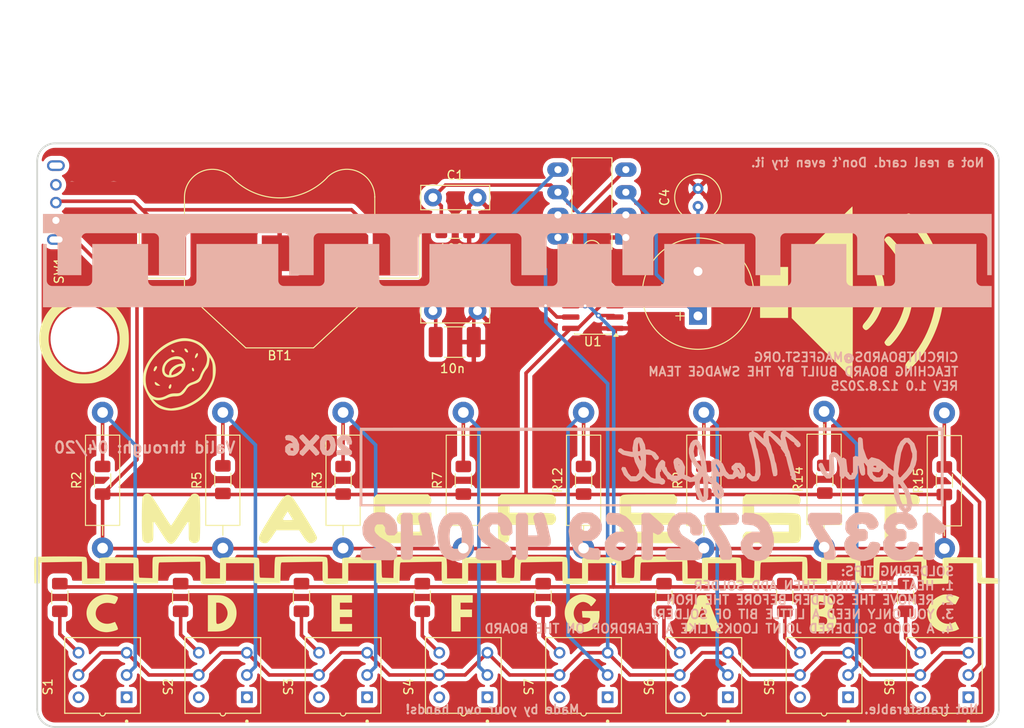
<source format=kicad_pcb>
(kicad_pcb (version 20241229) (generator "pcbnew") (generator_version "9.0")
  (layers (0 "F.Cu" signal) (2 "B.Cu" signal) (13 "F.Paste" user) (15 "B.Paste" user) (5 "F.SilkS" user "F.Silkscreen") (7 "B.SilkS" user "B.Silkscreen") (1 "F.Mask" user) (3 "B.Mask" user) (25 "Edge.Cuts" user))
  (net 0 "")
  (net 1 "Net-(U1-DIS)")
  (net 2 "Net-(SW1-B)")
  (net 3 "Net-(SW1-C)")
  (net 4 "Net-(R11-Pad1)")
  (net 5 "Net-(R13-Pad1)")
  (net 6 "Net-(R14-Pad1)")
  (net 7 "Net-(R12-Pad1)")
  (net 8 "Net-(R10-Pad1)")
  (net 9 "Net-(U1-THR)")
  (net 10 "Net-(R1-Pad2)")
  (net 11 "Net-(U1-CV)")
  (net 12 "Net-(BZ1--)")
  (net 13 "GND")
  (net 14 "Net-(BZ1-+)")
  (net 32 "Net-(R16-Pad2)")
  (net 33 "Net-(R17-Pad2)")
  (net 34 "Net-(R18-Pad2)")
  (net 35 "Net-(R19-Pad2)")
  (net 36 "Net-(R20-Pad2)")
  (net 37 "Net-(R21-Pad2)")
  (net 38 "Net-(R22-Pad1)")
  (net 39 "Net-(R23-Pad1)")
  (footprint "Capacitor_THT:C_Disc_D7.5mm_W2.5mm_P5.00mm" (layer "F.Cu") (at 66.16 60.04)
    (property "Reference" "C3")
    (property "Value" "10n")
  )
  (footprint "Capacitor_SMD:C_1812_4532Metric_Pad1.57x3.40mm_HandSolder" (layer "F.Cu") (at 68.6075 63.56)
    (property "Reference" "C5" (hide yes))
    (property "Value" "10n" (hide yes))
  )
  (footprint "sao:SW_5.8WSPT" (layer "F.Cu") (at 29.08 101 90)
    (property "Reference" "S1")
    (property "Value" "C5379898")
  )
  (footprint "Resistor_THT:R_Axial_DIN0411_L9.9mm_D3.6mm_P15.24mm_Horizontal" (layer "F.Cu") (at 96.565714 86.7 90)
    (property "Reference" "R9")
    (property "Value" "910")
  )
  (footprint "Swadge-Parts:Buzzer_12.5x7.5" (layer "F.Cu") (at 95.91 58.12 90)
    (property "Reference" "BZ1")
    (property "Value" "Buzzer")
  )
  (footprint "Resistor_SMD:R_1206_3216Metric_Pad1.30x1.75mm_HandSolder" (layer "F.Cu") (at 29.08 79.08 90)
    (property "Reference" "R1" (hide yes))
    (property "Value" "910" (hide yes))
  )
  (footprint "Capacitor_THT:C_Disc_D7.5mm_W2.5mm_P5.00mm" (layer "F.Cu") (at 66.16 47.3225)
    (property "Reference" "C1")
    (property "Value" "100n")
  )
  (footprint "Resistor_SMD:R_1206_3216Metric_Pad1.30x1.75mm_HandSolder" (layer "F.Cu") (at 110.14 78.97 90)
    (property "Reference" "R13" (hide yes))
    (property "Value" "910" (hide yes))
  )
  (footprint "MountingHole:MountingHole_5.5mm" (layer "F.Cu") (at 26.99 63.18)
    (property "Reference" "REF**" (hide yes))
    (property "Value" "MountingHole_5.5mm" (hide yes))
  )
  (footprint "Resistor_SMD:R_1206_3216Metric_Pad1.30x1.75mm_HandSolder" (layer "F.Cu") (at 78.525714 92.2375 90)
    (property "Reference" "R18" (hide yes))
    (property "Value" "18k" (hide yes))
  )
  (footprint "Resistor_SMD:R_1206_3216Metric_Pad1.30x1.75mm_HandSolder" (layer "F.Cu") (at 92.087143 92.2375 90)
    (property "Reference" "R20" (hide yes))
    (property "Value" "16k" (hide yes))
  )
  (footprint "sao:SW_5.8WSPT" (layer "F.Cu") (at 56.074286 101 90)
    (property "Reference" "S3")
    (property "Value" "C5379898")
  )
  (footprint "Resistor_SMD:R_1206_3216Metric_Pad1.30x1.75mm_HandSolder" (layer "F.Cu") (at 69.571429 79.08 90)
    (property "Reference" "R8" (hide yes))
    (property "Value" "910" (hide yes))
  )
  (footprint "sao:SW_5.8WSPT" (layer "F.Cu") (at 69.571429 101 90)
    (property "Reference" "S4")
    (property "Value" "C5379898")
  )
  (footprint "Resistor_THT:R_Axial_DIN0411_L9.9mm_D3.6mm_P15.24mm_Horizontal" (layer "F.Cu") (at 110.062857 86.59 90)
    (property "Reference" "R14")
    (property "Value" "910")
  )
  (footprint "Resistor_SMD:R_1206_3216Metric_Pad1.30x1.75mm_HandSolder" (layer "F.Cu") (at 24.28 92.2375 90)
    (property "Reference" "R15" (hide yes))
    (property "Value" "27k" (hide yes))
  )
  (footprint "Swadge-Parts:1825232-1" (layer "F.Cu") (at 23.84 47.89 -90)
    (property "Reference" "SW1")
    (property "Value" "SW_SPDT_1825232-1")
  )
  (footprint "Resistor_SMD:R_1206_3216Metric_Pad1.30x1.75mm_HandSolder" (layer "F.Cu") (at 51.402857 92.2375 90)
    (property "Reference" "R16" (hide yes))
    (property "Value" "22k" (hide yes))
  )
  (footprint "Resistor_SMD:R_1206_3216Metric_Pad1.30x1.75mm_HandSolder" (layer "F.Cu") (at 56.074286 79.08 90)
    (property "Reference" "R6" (hide yes))
    (property "Value" "910" (hide yes))
  )
  (footprint "Resistor_SMD:R_1206_3216Metric_Pad1.30x1.75mm_HandSolder" (layer "F.Cu") (at 96.565714 79.08 90)
    (property "Reference" "R10" (hide yes))
    (property "Value" "910" (hide yes))
  )
  (footprint "TL2201EEYA:SW_TL2201EEYA" (layer "F.Cu") (at 123.56 101 90)
    (property "Reference" "S8")
    (property "Value" "C5379898")
  )
  (footprint "Resistor_THT:R_Axial_DIN0411_L9.9mm_D3.6mm_P15.24mm_Horizontal" (layer "F.Cu") (at 56.074286 86.7 90)
    (property "Reference" "R3")
    (property "Value" "910")
  )
  (footprint "sao:SW_5.8WSPT" (layer "F.Cu") (at 96.565714 101 90)
    (property "Reference" "S6")
    (property "Value" "C5379898")
  )
  (footprint "Package_DIP:DIP-8_W7.62mm_LongPads" (layer "F.Cu") (at 87.81 51.81 180)
    (property "Reference" "U2")
    (property "Value" "ICM7555IBAZ-T")
  )
  (footprint "Resistor_SMD:R_1206_3216Metric_Pad1.30x1.75mm_HandSolder" (layer "F.Cu") (at 83.068571 79.08 90)
    (property "Reference" "R11" (hide yes))
    (property "Value" "910" (hide yes))
  )
  (footprint "Resistor_SMD:R_1206_3216Metric_Pad1.30x1.75mm_HandSolder" (layer "F.Cu") (at 42.577143 79.01 90)
    (property "Reference" "R4" (hide yes))
    (property "Value" "910" (hide yes))
  )
  (footprint "Resistor_SMD:R_1206_3216Metric_Pad1.30x1.75mm_HandSolder" (layer "F.Cu") (at 37.841429 92.2375 90)
    (property "Reference" "R17" (hide yes))
    (property "Value" "24k" (hide yes))
  )
  (footprint "Resistor_SMD:R_1206_3216Metric_Pad1.30x1.75mm_HandSolder" (layer "F.Cu") (at 64.964286 92.2375 90)
    (property "Reference" "R19" (hide yes))
    (property "Value" "20k" (hide yes))
  )
  (footprint "sao:SW_5.8WSPT" (layer "F.Cu") (at 83.068571 101 90)
    (property "Reference" "S7")
    (property "Value" "C5379898")
  )
  (footprint "sao:SW_5.8WSPT" (layer "F.Cu") (at 42.577143 101 90)
    (property "Reference" "S2")
    (property "Value" "C5379898")
  )
  (footprint "Capacitor_THT:C_Radial_D5.0mm_H7.0mm_P2.00mm" (layer "F.Cu") (at 95.91 48.31 90)
    (property "Reference" "C4")
    (property "Value" "10u")
  )
  (footprint "Resistor_SMD:R_1206_3216Metric_Pad1.30x1.75mm_HandSolder" (layer "F.Cu") (at 123.56 79.13 90)
    (property "Reference" "R13" (hide yes))
    (property "Value" "910" (hide yes))
  )
  (footprint "Resistor_THT:R_Axial_DIN0411_L9.9mm_D3.6mm_P15.24mm_Horizontal" (layer "F.Cu") (at 69.571429 86.7 90)
    (property "Reference" "R7")
    (property "Value" "910")
  )
  (footprint "Resistor_SMD:R_1206_3216Metric_Pad1.30x1.75mm_HandSolder" (layer "F.Cu") (at 119.21 92.2375 90)
    (property "Reference" "R22" (hide yes))
    (property "Value" "13.2k" (hide yes))
  )
  (footprint "Resistor_THT:R_Axial_DIN0411_L9.9mm_D3.6mm_P15.24mm_Horizontal" (layer "F.Cu") (at 42.577143 86.7 90)
    (property "Reference" "R5")
    (property "Value" "910")
  )
  (footprint "Resistor_THT:R_Axial_DIN0411_L9.9mm_D3.6mm_P15.24mm_Horizontal" (layer "F.Cu") (at 29.08 86.7 90)
    (property "Reference" "R2")
    (property "Value" "910")
  )
  (footprint "Battery:BatteryHolder_Multicomp_BC-2001_1x2032" (layer "F.Cu") (at 48.95 53.58)
    (property "Reference" "BT1")
    (property "Value" "1043")
  )
  (footprint "TL2201EEYA:SW_TL2201EEYA" (layer "F.Cu") (at 110.062857 101 90)
    (property "Reference" "S5")
    (property "Value" "C5379898")
  )
  (footprint "Capacitor_SMD:C_1210_3225Metric_Pad1.33x2.70mm_HandSolder" (layer "F.Cu") (at 68.66 50.5425)
    (property "Reference" "C2" (hide yes))
    (property "Value" "100n" (hide yes))
  )
  (footprint "Resistor_THT:R_Axial_DIN0411_L9.9mm_D3.6mm_P15.24mm_Horizontal" (layer "F.Cu") (at 83.068571 86.7 90)
    (property "Reference" "R12")
    (property "Value" "910")
  )
  (footprint "Package_SO:SOIC-8_3.9x4.9mm_P1.27mm" (layer "F.Cu") (at 84.105 60.1125 180)
    (property "Reference" "U1")
    (property "Value" "ICM7555IBAZ-T" (hide yes))
  )
  (footprint "Resistor_SMD:R_1206_3216Metric_Pad1.30x1.75mm_HandSolder" (layer "F.Cu") (at 105.648571 92.2375 90)
    (property "Reference" "R21" (hide yes))
    (property "Value" "14k" (hide yes))
  )
  (footprint "Resistor_THT:R_Axial_DIN0411_L9.9mm_D3.6mm_P15.24mm_Horizontal" (layer "F.Cu") (at 123.56 86.75 90)
    (property "Reference" "R15")
    (property "Value" "910")
  )
  (gr_poly (pts (xy 109.600253 91.978487) (xy 109.773012 91.983731) (xy 109.931063 91.992842) (xy 110.075174 92.006122) (xy 110.206114 92.023874) (xy 110.324651 92.046399) (xy 110.431553 92.074001) (xy 110.52759 92.106983) (xy 110.613529 92.145646) (xy 110.69014 92.190294) (xy 110.758192 92.241228) (xy 110.818451 92.298753) (xy 110.871688 92.36317) (xy 110.918671 92.434781) (xy 110.960168 92.51389) (xy 110.996948 92.600799) (xy 111.021245 92.672265) (xy 111.040513 92.745619) (xy 111.054829 92.820365) (xy 111.064272 92.896006) (xy 111.06892 92.972044) (xy 111.06885 93.047982) (xy 111.06414 93.123324) (xy 111.054869 93.197572) (xy 111.041114 93.270229) (xy 111.022953 93.340799) (xy 111.000465 93.408783) (xy 110.973726 93.473686) (xy 110.942815 93.535009) (xy 110.90781 93.592257) (xy 110.868788 93.644931) (xy 110.825828 93.692536) (xy 110.791711 93.727582) (xy 110.761003 93.760949) (xy 110.734296 93.791858) (xy 110.722628 93.806147) (xy 110.712183 93.81953) (xy 110.703033 93.831909) (xy 110.695254 93.843188) (xy 110.688918 93.853268) (xy 110.684101 93.862052) (xy 110.680876 93.869444) (xy 110.679318 93.875346) (xy 110.679186 93.877708) (xy 110.679499 93.87966) (xy 110.680266 93.881192) (xy 110.681495 93.88229) (xy 110.692131 93.888198) (xy 110.711584 93.898522) (xy 110.772511 93.930136) (xy 110.855417 93.972572) (xy 110.951441 94.021267) (xy 111.01556 94.057379) (xy 111.07496 94.098355) (xy 111.129668 94.143864) (xy 111.179711 94.193573) (xy 111.225116 94.247151) (xy 111.26591 94.304266) (xy 111.30212 94.364586) (xy 111.333772 94.42778) (xy 111.360894 94.493514) (xy 111.383511 94.561458) (xy 111.401652 94.631279) (xy 111.415342 94.702646) (xy 111.424609 94.775226) (xy 111.429479 94.848688) (xy 111.42998 94.922701) (xy 111.426138 94.996931) (xy 111.41798 95.071047) (xy 111.405533 95.144718) (xy 111.388824 95.217611) (xy 111.367879 95.289394) (xy 111.342726 95.359737) (xy 111.313391 95.428305) (xy 111.279901 95.494769) (xy 111.242283 95.558796) (xy 111.200564 95.620054) (xy 111.15477 95.678211) (xy 111.104929 95.732935) (xy 111.051067 95.783894) (xy 110.993212 95.830758) (xy 110.931389 95.873193) (xy 110.865626 95.910867) (xy 110.79595 95.94345) (xy 110.756282 95.958455) (xy 110.711465 95.972462) (xy 110.661456 95.985477) (xy 110.606216 95.997502) (xy 110.5457 96.008543) (xy 110.479868 96.018602) (xy 110.408677 96.027683) (xy 110.332086 96.035792) (xy 110.250052 96.042932) (xy 110.162534 96.049107) (xy 110.069489 96.05432) (xy 109.970877 96.058577) (xy 109.756779 96.064236) (xy 109.519905 96.066115) (xy 108.537444 96.066115) (xy 108.53745 94.819587) (xy 109.474595 94.819587) (xy 109.474595 95.299368) (xy 109.840938 95.299368) (xy 109.878786 95.298837) (xy 109.916614 95.297281) (xy 109.954181 95.294752) (xy 109.991247 95.291301) (xy 110.027571 95.286982) (xy 110.062914 95.281847) (xy 110.097035 95.275948) (xy 110.129694 95.269338) (xy 110.16065 95.262069) (xy 110.189664 95.254193) (xy 110.216496 95.245763) (xy 110.240904 95.236831) (xy 110.26265 95.22745) (xy 110.281492 95.217672) (xy 110.29719 95.20755) (xy 110.309505 95.197135) (xy 110.309496 95.197135) (xy 110.322306 95.183144) (xy 110.334212 95.167762) (xy 110.345218 95.151084) (xy 110.355327 95.133205) (xy 110.364542 95.114223) (xy 110.372867 95.094232) (xy 110.380304 95.07333) (xy 110.386858 95.051612) (xy 110.397325 95.006113) (xy 110.404294 94.958503) (xy 110.407792 94.909552) (xy 110.407843 94.860027) (xy 110.404474 94.810696) (xy 110.39771 94.76233) (xy 110.387577 94.715695) (xy 110.374102 94.671561) (xy 110.366118 94.650671) (xy 110.357309 94.630695) (xy 110.347676 94.611728) (xy 110.337224 94.593867) (xy 110.325955 94.577207) (xy 110.313874 94.561845) (xy 110.300982 94.547876) (xy 110.287283 94.535397) (xy 110.27282 94.524636) (xy 110.255259 94.513706) (xy 110.234841 94.502685) (xy 110.211806 94.49165) (xy 110.186395 94.480676) (xy 110.158847 94.469841) (xy 110.129402 94.459221) (xy 110.098302 94.448892) (xy 110.065786 94.438932) (xy 110.032095 94.429417) (xy 109.997468 94.420423) (xy 109.962147 94.412027) (xy 109.92637 94.404306) (xy 109.89038 94.397337) (xy 109.854415 94.391195) (xy 109.818716 94.385957) (xy 109.474595 94.339802) (xy 109.474595 94.819587) (xy 108.53745 94.819587) (xy 108.537453 94.02146) (xy 108.537453 93.140365) (xy 109.474587 93.140365) (xy 109.475079 93.291099) (xy 109.476205 93.351913) (xy 109.478368 93.403804) (xy 109.481909 93.447353) (xy 109.487168 93.483145) (xy 109.490547 93.498315) (xy 109.494483 93.511764) (xy 109.499018 93.523565) (xy 109.504194 93.533792) (xy 109.510054 93.542517) (xy 109.516641 93.549813) (xy 109.523996 93.555754) (xy 109.532162 93.560411) (xy 109.541182 93.563858) (xy 109.551098 93.566169) (xy 109.561952 93.567415) (xy 109.573787 93.56767) (xy 109.60057 93.565497) (xy 109.631785 93.560235) (xy 109.70887 93.542774) (xy 109.758104 93.529819) (xy 109.808238 93.514424) (xy 109.857873 93.497163) (xy 109.905611 93.478608) (xy 109.950056 93.459334) (xy 109.989808 93.439914) (xy 110.007487 93.430329) (xy 110.02347 93.420922) (xy 110.03758 93.411765) (xy 110.049644 93.40293) (xy 110.049644 93.402926) (xy 110.055102 93.398375) (xy 110.060492 93.393384) (xy 110.071036 93.382155) (xy 110.081222 93.369378) (xy 110.090994 93.355197) (xy 110.100298 93.339752) (xy 110.10908 93.323184) (xy 110.117284 93.305636) (xy 110.124857 93.287249) (xy 110.131744 93.268164) (xy 110.137889 93.248523) (xy 110.143239 93.228467) (xy 110.147739 93.208138) (xy 110.151333 93.187677) (xy 110.153969 93.167226) (xy 110.15559 93.146927) (xy 110.156142 93.12692) (xy 110.155761 93.105792) (xy 110.15461 93.085313) (xy 110.152679 93.065472) (xy 110.149957 93.046259) (xy 110.146433 93.027665) (xy 110.142096 93.00968) (xy 110.136936 92.992295) (xy 110.130941 92.9755) (xy 110.124102 92.959285) (xy 110.116407 92.943641) (xy 110.107846 92.928557) (xy 110.098408 92.914025) (xy 110.088081 92.900034) (xy 110.076856 92.886574) (xy 110.064722 92.873637) (xy 110.051667 92.861212) (xy 110.037682 92.84929) (xy 110.022754 92.837861) (xy 110.006874 92.826915) (xy 109.990032 92.816443) (xy 109.972215 92.806435) (xy 109.953413 92.796882) (xy 109.933616 92.787773) (xy 109.912812 92.779099) (xy 109.890992 92.77085) (xy 109.868144 92.763017) (xy 109.819321 92.748558) (xy 109.766259 92.735646) (xy 109.70887 92.724202) (xy 109.668043 92.717011) (xy 109.632258 92.711493) (xy 109.616152 92.709546) (xy 109.601182 92.708238) (xy 109.587306 92.707644) (xy 109.574482 92.707837) (xy 109.56267 92.70889) (xy 109.551828 92.710878) (xy 109.541914 92.713875) (xy 109.532886 92.717953) (xy 109.524704 92.723188) (xy 109.517325 92.729652) (xy 109.510708 92.73742) (xy 109.504812 92.746564) (xy 109.499595 92.75716) (xy 109.495015 92.76928) (xy 109.491031 92.782999) (xy 109.487602 92.79839) (xy 109.484686 92.815527) (xy 109.482241 92.834484) (xy 109.480226 92.855334) (xy 109.4786 92.878152) (xy 109.476346 92.929984) (xy 109.475147 92.99057) (xy 109.474587 93.140365) (xy 108.537453 93.140365) (xy 108.537453 91.976806) (xy 109.412016 91.976806)) (fill yes) (layer "F.SilkS"))
  (gr_poly (pts (xy 27.22606 58.163539) (xy 27.400399 58.169877) (xy 27.571078 58.180124) (xy 27.736537 58.194276) (xy 27.895221 58.212327) (xy 28.045569 58.234276) (xy 28.186025 58.260116) (xy 28.315031 58.289844) (xy 28.627995 58.383134) (xy 28.934686 58.499315) (xy 29.233913 58.637201) (xy 29.524486 58.795606) (xy 29.805214 58.973344) (xy 30.074908 59.169229) (xy 30.332377 59.382074) (xy 30.57643 59.610693) (xy 30.805877 59.853901) (xy 31.019528 60.110511) (xy 31.216193 60.379336) (xy 31.394681 60.659192) (xy 31.553801 60.948891) (xy 31.692364 61.247248) (xy 31.809179 61.553077) (xy 31.903056 61.86519) (xy 31.933587 61.998758) (xy 31.959977 62.147586) (xy 31.982229 62.309381) (xy 32.000348 62.481854) (xy 32.01434 62.662711) (xy 32.02421 62.849662) (xy 32.031603 63.232678) (xy 32.029135 63.42416) (xy 32.022564 63.61257) (xy 32.011896 63.795616) (xy 31.997136 63.971006) (xy 31.978287 64.136449) (xy 31.955355 64.289653) (xy 31.928346 64.428328) (xy 31.897263 64.55018) (xy 31.799705 64.847166) (xy 31.684129 65.136604) (xy 31.551198 65.417809) (xy 31.401573 65.690096) (xy 31.235919 65.952781) (xy 31.054897 66.20518) (xy 30.85917 66.446607) (xy 30.6494 66.67638) (xy 30.426251 66.893812) (xy 30.190385 67.09822) (xy 29.942464 67.288919) (xy 29.683152 67.465224) (xy 29.41311 67.626452) (xy 29.133002 67.771917) (xy 28.843489 67.900935) (xy 28.545236 68.012822) (xy 28.462336 68.040295) (xy 28.3821 68.065143) (xy 28.30358 68.087485) (xy 28.225824 68.107437) (xy 28.147884 68.125118) (xy 28.068811 68.140644) (xy 27.987654 68.154134) (xy 27.903464 68.165705) (xy 27.815292 68.175474) (xy 27.722188 68.183559) (xy 27.623202 68.190078) (xy 27.517386 68.195148) (xy 27.281461 68.201412) (xy 27.006819 68.203291) (xy 26.732176 68.201412) (xy 26.496251 68.195148) (xy 26.291449 68.183559) (xy 26.110173 68.165705) (xy 26.025983 68.154134) (xy 25.944826 68.140644) (xy 25.865753 68.125118) (xy 25.787813 68.107437) (xy 25.631537 68.065143) (xy 25.468401 68.012822) (xy 25.468405 68.012822) (xy 25.196388 67.911868) (xy 24.933744 67.797965) (xy 24.680689 67.671629) (xy 24.437441 67.533378) (xy 24.204217 67.383728) (xy 23.981234 67.223197) (xy 23.76871 67.052301) (xy 23.56686 66.871558) (xy 23.375904 66.681484) (xy 23.196057 66.482597) (xy 23.027538 66.275413) (xy 22.870563 66.06045) (xy 22.725349 65.838223) (xy 22.592115 65.609252) (xy 22.471076 65.374051) (xy 22.36245 65.133139) (xy 22.266455 64.887032) (xy 22.183307 64.636247) (xy 22.113225 64.381301) (xy 22.056424 64.122712) (xy 22.013122 63.860995) (xy 21.983537 63.596669) (xy 21.967885 63.33025) (xy 21.967493 63.260242) (xy 23.020558 63.260242) (xy 23.031967 63.491958) (xy 23.057288 63.72238) (xy 23.096318 63.950882) (xy 23.148849 64.176839) (xy 23.214679 64.399624) (xy 23.293601 64.618613) (xy 23.38541 64.833178) (xy 23.489902 65.042694) (xy 23.606871 65.246536) (xy 23.736112 65.444078) (xy 23.877421 65.634694) (xy 24.030592 65.817757) (xy 24.195421 65.992643) (xy 24.379627 66.166517) (xy 24.570902 66.326968) (xy 24.768875 66.473881) (xy 24.973176 66.607142) (xy 25.183433 66.726636) (xy 25.399275 66.832249) (xy 25.620331 66.923866) (xy 25.84623 67.001372) (xy 26.076601 67.064654) (xy 26.311073 67.113597) (xy 26.549274 67.148086) (xy 26.790834 67.168006) (xy 27.035381 67.173244) (xy 27.282545 67.163685) (xy 27.531955 67.139214) (xy 27.783238 67.099716) (xy 27.915675 67.071694) (xy 28.050034 67.036828) (xy 28.185774 66.995412) (xy 28.322354 66.947737) (xy 28.459231 66.894098) (xy 28.595864 66.834786) (xy 28.731711 66.770095) (xy 28.86623 66.700316) (xy 28.998881 66.625742) (xy 29.129122 66.546667) (xy 29.25641 66.463382) (xy 29.380204 66.37618) (xy 29.499963 66.285355) (xy 29.615144 66.191198) (xy 29.725207 66.094002) (xy 29.82961 65.99406) (xy 30.035825 65.773043) (xy 30.22118 65.543361) (xy 30.385982 65.305944) (xy 30.530537 65.061722) (xy 30.655152 64.811627) (xy 30.760134 64.556588) (xy 30.845789 64.297538) (xy 30.912425 64.035405) (xy 30.960347 63.771121) (xy 30.989864 63.505616) (xy 31.00128 63.239821) (xy 30.994904 62.974666) (xy 30.971041 62.711082) (xy 30.93 62.45) (xy 30.872085 62.192351) (xy 30.797604 61.939064) (xy 30.706864 61.69107) (xy 30.600172 61.449301) (xy 30.477833 61.214686) (xy 30.340156 60.988156) (xy 30.187446 60.770642) (xy 30.02001 60.563074) (xy 29.838156 60.366384) (xy 29.642189 60.1815) (xy 29.432417 60.009355) (xy 29.209145 59.850879) (xy 28.972682 59.707002) (xy 28.723334 59.578655) (xy 28.461406 59.466768) (xy 28.187207 59.372273) (xy 27.901043 59.296099) (xy 27.60322 59.239178) (xy 27.402444 59.213316) (xy 27.202689 59.197878) (xy 27.004234 59.192657) (xy 26.807358 59.19745) (xy 26.612341 59.212049) (xy 26.419464 59.236251) (xy 26.229005 59.26985) (xy 26.041245 59.312641) (xy 25.856463 59.364419) (xy 25.674939 59.424978) (xy 25.496953 59.494113) (xy 25.322784 59.571619) (xy 25.152713 59.65729) (xy 24.987018 59.750922) (xy 24.82598 59.85231) (xy 24.669878 59.961247) (xy 24.518992 60.077529) (xy 24.373603 60.200951) (xy 24.233988 60.331307) (xy 24.100429 60.468392) (xy 23.973206 60.612002) (xy 23.852596 60.76193) (xy 23.738882 60.917971) (xy 23.632341 61.07992) (xy 23.533255 61.247573) (xy 23.441902 61.420723) (xy 23.358563 61.599166) (xy 23.283517 61.782697) (xy 23.217043 61.971109) (xy 23.159423 62.164199) (xy 23.110934 62.36176) (xy 23.071858 62.563587) (xy 23.040299 62.79543) (xy 23.023267 63.027857) (xy 23.020558 63.260242) (xy 21.967493 63.260242) (xy 21.966385 63.062255) (xy 21.979252 62.793202) (xy 22.006705 62.523606) (xy 22.04896 62.253985) (xy 22.106234 61.984856) (xy 22.178746 61.716736) (xy 22.266711 61.450143) (xy 22.370348 61.185592) (xy 22.489874 60.923601) (xy 22.615348 60.685595) (xy 22.755213 60.454112) (xy 22.908621 60.229838) (xy 23.074723 60.013462) (xy 23.252672 59.80567) (xy 23.441618 59.607149) (xy 23.640714 59.418587) (xy 23.849111 59.240671) (xy 24.065961 59.074088) (xy 24.290415 58.919526) (xy 24.521626 58.777671) (xy 24.758745 58.649211) (xy 25.000924 58.534833) (xy 25.247314 58.435224) (xy 25.497067 58.351071) (xy 25.749336 58.283062) (xy 25.886514 58.254038) (xy 26.034053 58.228958) (xy 26.190394 58.207821) (xy 26.353981 58.190621) (xy 26.523255 58.177354) (xy 26.696657 58.168017) (xy 26.872631 58.162604) (xy 27.049618 58.161113)) (fill yes) (layer "F.SilkS"))
  (gr_poly (pts (xy 39.445139 65.276091) (xy 39.445139 65.276092) (xy 39.445139 65.276088)) (fill yes) (layer "F.SilkS"))
  (gr_poly (pts (xy 78.291783 80.659646) (xy 78.805241 80.666068) (xy 79.167258 80.677817) (xy 79.409442 80.696485) (xy 79.563402 80.723663) (xy 79.617174 80.74094) (xy 79.660744 80.760942) (xy 79.733077 80.809914) (xy 79.753208 80.826704) (xy 79.773272 80.845287) (xy 79.793144 80.86547) (xy 79.812698 80.88706) (xy 79.831809 80.909865) (xy 79.850353 80.933692) (xy 79.868204 80.958348) (xy 79.885237 80.98364) (xy 79.901327 81.009376) (xy 79.916349 81.035363) (xy 79.930178 81.061409) (xy 79.942689 81.08732) (xy 79.953756 81.112904) (xy 79.963255 81.137968) (xy 79.97106 81.16232) (xy 79.977047 81.185766) (xy 79.981591 81.209806) (xy 79.984864 81.234588) (xy 79.987736 81.286039) (xy 79.985949 81.339448) (xy 79.979792 81.394141) (xy 79.969551 81.449446) (xy 79.955513 81.504691) (xy 79.937966 81.559203) (xy 79.917196 81.612309) (xy 79.893492 81.663337) (xy 79.867141 81.711615) (xy 79.838428 81.75647) (xy 79.807643 81.797229) (xy 79.775072 81.83322) (xy 79.758207 81.849217) (xy 79.741002 81.86377) (xy 79.723495 81.876794) (xy 79.705721 81.888207) (xy 79.687716 81.897922) (xy 79.669515 81.905858) (xy 79.644503 81.910684) (xy 79.595794 81.915376) (xy 79.432456 81.924256) (xy 79.189838 81.932303) (xy 78.878277 81.939323) (xy 78.089672 81.949504) (xy 77.149333 81.953243) (xy 74.752631 81.953243) (xy 74.752631 82.331621) (xy 74.752631 82.710003) (xy 77.191695 82.732113) (xy 78.594638 82.747728) (xy 79.034311 82.758245) (xy 79.339051 82.773511) (xy 79.538558 82.795736) (xy 79.60813 82.810148) (xy 79.662532 82.827128) (xy 79.705475 82.846951) (xy 79.740673 82.869895) (xy 79.802682 82.926245) (xy 79.826115 82.951146) (xy 79.847921 82.977265) (xy 79.868101 83.004519) (xy 79.886661 83.032823) (xy 79.903602 83.06209) (xy 79.91893 83.092237) (xy 79.932647 83.123179) (xy 79.944756 83.154831) (xy 79.955262 83.187107) (xy 79.964167 83.219923) (xy 79.971476 83.253194) (xy 79.977192 83.286835) (xy 79.981317 83.320761) (xy 79.983857 83.354887) (xy 79.984814 83.389129) (xy 79.984191 83.423401) (xy 79.981993 83.457618) (xy 79.978222 83.491695) (xy 79.972883 83.525549) (xy 79.965978 83.559092) (xy 79.957512 83.592242) (xy 79.947487 83.624912) (xy 79.935908 83.657019) (xy 79.922778 83.688476) (xy 79.908099 83.719199) (xy 79.891877 83.749103) (xy 79.874113 83.778104) (xy 79.854812 83.806116) (xy 79.833978 83.833054) (xy 79.811613 83.858834) (xy 79.787722 83.88337) (xy 79.762307 83.906577) (xy 79.550009 84.089189) (xy 77.151324 84.089189) (xy 74.75264 84.089189) (xy 74.75264 84.919862) (xy 74.751373 85.151775) (xy 74.747105 85.342472) (xy 74.739133 85.497183) (xy 74.733539 85.562676) (xy 74.726756 85.621132) (xy 74.718695 85.673206) (xy 74.70927 85.719549) (xy 74.698392 85.760816) (xy 74.685974 85.79766) (xy 74.671928 85.830734) (xy 74.656166 85.860692) (xy 74.6386 85.888186) (xy 74.619143 85.913872) (xy 74.603556 85.9316) (xy 74.586373 85.948663) (xy 74.567687 85.965044) (xy 74.547595 85.980723) (xy 74.526191 85.995686) (xy 74.503569 86.009912) (xy 74.455054 86.036091) (xy 74.402809 86.059118) (xy 74.347593 86.078857) (xy 74.290167 86.095165) (xy 74.231288 86.107905) (xy 74.171716 86.116936) (xy 74.112211 86.12212) (xy 74.053532 86.123315) (xy 73.996437 86.120384) (xy 73.941687 86.113186) (xy 73.915429 86.107943) (xy 73.890041 86.101581) (xy 73.865619 86.094083) (xy 73.842257 86.085431) (xy 73.820051 86.075607) (xy 73.799095 86.064595) (xy 73.799091 86.064595) (xy 73.739094 86.02946) (xy 73.711914 86.012228) (xy 73.68653 85.99458) (xy 73.662881 85.976037) (xy 73.640906 85.956119) (xy 73.620543 85.934347) (xy 73.610947 85.922615) (xy 73.601731 85.91024) (xy 73.592888 85.897162) (xy 73.584409 85.88332) (xy 73.576287 85.868655) (xy 73.568515 85.853106) (xy 73.561084 85.836615) (xy 73.553987 85.81912) (xy 73.540765 85.780882) (xy 73.528786 85.737912) (xy 73.517989 85.68973) (xy 73.508314 85.635857) (xy 73.499698 85.575814) (xy 73.49208 85.50912) (xy 73.485399 85.435297) (xy 73.479593 85.353864) (xy 73.474601 85.264342) (xy 73.470361 85.166253) (xy 73.466812 85.059115) (xy 73.463893 84.942449) (xy 73.461541 84.815776) (xy 73.458297 84.530491) (xy 73.456589 84.199423) (xy 73.455811 83.38459) (xy 73.455811 81.030902) (xy 73.643051 80.84366) (xy 73.83029 80.656418) (xy 76.684114 80.656418)) (fill yes) (layer "F.SilkS"))
  (gr_poly (pts (xy 29.671289 91.911135) (xy 29.78343 91.919772) (xy 29.896762 91.932348) (xy 30.00981 91.948532) (xy 30.121099 91.967992) (xy 30.229155 91.990397) (xy 30.332502 92.015417) (xy 30.429665 92.042722) (xy 30.519169 92.071979) (xy 30.599538 92.102858) (xy 30.669299 92.135028) (xy 30.726975 92.168158) (xy 30.771091 92.201918) (xy 30.787604 92.21893) (xy 30.800173 92.235976) (xy 30.802339 92.240319) (xy 30.804011 92.24552) (xy 30.8052 92.251549) (xy 30.805913 92.258379) (xy 30.805947 92.274336) (xy 30.804181 92.29317) (xy 30.800683 92.314663) (xy 30.795521 92.338594) (xy 30.788765 92.364745) (xy 30.78048 92.392896) (xy 30.770736 92.422828) (xy 30.759601 92.454321) (xy 30.747142 92.487157) (xy 30.733429 92.521116) (xy 30.718528 92.555979) (xy 30.702508 92.591525) (xy 30.685437 92.627537) (xy 30.667384 92.663795) (xy 30.64015 92.716331) (xy 30.614797 92.76327) (xy 30.591047 92.804837) (xy 30.568623 92.841254) (xy 30.547249 92.872745) (xy 30.526646 92.899531) (xy 30.506538 92.921838) (xy 30.496583 92.931381) (xy 30.486648 92.939887) (xy 30.476697 92.947385) (xy 30.466697 92.953903) (xy 30.456613 92.959467) (xy 30.44641 92.964107) (xy 30.436054 92.96785) (xy 30.425509 92.970723) (xy 30.414741 92.972756) (xy 30.403716 92.973975) (xy 30.392399 92.974409) (xy 30.380755 92.974086) (xy 30.356348 92.971278) (xy 30.330217 92.965774) (xy 30.302087 92.957799) (xy 30.206376 92.929828) (xy 30.111782 92.906063) (xy 30.018411 92.886457) (xy 29.926368 92.870957) (xy 29.835758 92.859515) (xy 29.746688 92.852079) (xy 29.659262 92.8486) (xy 29.573586 92.849029) (xy 29.489766 92.853313) (xy 29.407906 92.861405) (xy 29.328114 92.873252) (xy 29.250493 92.888806) (xy 29.175149 92.908017) (xy 29.102189 92.930833) (xy 29.031717 92.957205) (xy 28.963838 92.987083) (xy 28.89866 93.020417) (xy 28.836286 93.057157) (xy 28.776822 93.097252) (xy 28.720374 93.140652) (xy 28.667048 93.187308) (xy 28.616948 93.237169) (xy 28.57018 93.290185) (xy 28.52685 93.346306) (xy 28.487064 93.405482) (xy 28.450926 93.467663) (xy 28.418542 93.532798) (xy 28.390018 93.600838) (xy 28.365459 93.671732) (xy 28.344971 93.74543) (xy 28.328658 93.821883) (xy 28.316628 93.90104) (xy 28.309308 93.985237) (xy 28.308036 94.067719) (xy 28.31262 94.148356) (xy 28.322867 94.22702) (xy 28.338585 94.303584) (xy 28.359581 94.377918) (xy 28.385662 94.449895) (xy 28.416636 94.519386) (xy 28.452311 94.586262) (xy 28.492494 94.650397) (xy 28.536992 94.71166) (xy 28.585613 94.769924) (xy 28.638164 94.82506) (xy 28.694453 94.876941) (xy 28.754287 94.925438) (xy 28.817473 94.970422) (xy 28.88382 95.011765) (xy 28.953134 95.04934) (xy 29.025224 95.083016) (xy 29.099896 95.112668) (xy 29.176957 95.138165) (xy 29.256217 95.159379) (xy 29.337481 95.176183) (xy 29.420557 95.188448) (xy 29.505253 95.196045) (xy 29.591376 95.198847) (xy 29.678734 95.196725) (xy 29.767134 95.189551) (xy 29.856384 95.177196) (xy 29.94629 95.159532) (xy 30.036662 95.13643) (xy 30.127305 95.107763) (xy 30.478984 94.985678) (xy 30.661359 95.361063) (xy 30.697018 95.43805) (xy 30.728397 95.512927) (xy 30.754944 95.583837) (xy 30.766233 95.617224) (xy 30.776107 95.648922) (xy 30.784497 95.6787) (xy 30.791335 95.706326) (xy 30.79655 95.731566) (xy 30.800075 95.75419) (xy 30.80184 95.773964) (xy 30.801776 95.790657) (xy 30.799814 95.804037) (xy 30.795886 95.813871) (xy 30.786163 95.826367) (xy 30.772316 95.839253) (xy 30.754554 95.852478) (xy 30.733089 95.865987) (xy 30.679892 95.893649) (xy 30.614408 95.921813) (xy 30.538321 95.950057) (xy 30.453315 95.977954) (xy 30.361076 96.005082) (xy 30.263286 96.031016) (xy 30.161631 96.055331) (xy 30.057794 96.077604) (xy 29.95346 96.097409) (xy 29.850314 96.114322) (xy 29.750038 96.127919) (xy 29.654318 96.137777) (xy 29.564838 96.143469) (xy 29.483282 96.144572) (xy 29.44185 96.143254) (xy 29.398078 96.14073) (xy 29.30502 96.132327) (xy 29.207115 96.119892) (xy 29.10737 96.103952) (xy 29.008792 96.085038) (xy 28.914387 96.063678) (xy 28.827164 96.040399) (xy 28.787185 96.028206) (xy 28.750129 96.015732) (xy 28.750129 96.015736) (xy 28.647095 95.976225) (xy 28.546974 95.931999) (xy 28.449867 95.883252) (xy 28.355872 95.830176) (xy 28.265089 95.772963) (xy 28.177617 95.711809) (xy 28.093555 95.646904) (xy 28.013002 95.578442) (xy 27.936057 95.506617) (xy 27.86282 95.431621) (xy 27.793389 95.353647) (xy 27.727865 95.272889) (xy 27.666346 95.189539) (xy 27.608931 95.103789) (xy 27.55572 95.015834) (xy 27.506811 94.925867) (xy 27.462305 94.834079) (xy 27.422299 94.740665) (xy 27.386894 94.645817) (xy 27.356189 94.549728) (xy 27.330282 94.452591) (xy 27.309273 94.3546) (xy 27.293261 94.255946) (xy 27.282346 94.156824) (xy 27.276626 94.057426) (xy 27.2762 93.957945) (xy 27.281169 93.858575) (xy 27.291631 93.759507) (xy 27.307685 93.660936) (xy 27.32943 93.563054) (xy 27.356966 93.466054) (xy 27.390392 93.37013) (xy 27.421627 93.292382) (xy 27.455259 93.216379) (xy 27.491244 93.142153) (xy 27.529537 93.069738) (xy 27.570094 92.999166) (xy 27.612868 92.930472) (xy 27.657816 92.863688) (xy 27.704893 92.798847) (xy 27.754054 92.735983) (xy 27.805254 92.675129) (xy 27.858448 92.616318) (xy 27.913591 92.559584) (xy 27.970639 92.50496) (xy 28.029547 92.452479) (xy 28.090269 92.402173) (xy 28.152761 92.354078) (xy 28.216979 92.308225) (xy 28.282876 92.264648) (xy 28.350409 92.22338) (xy 28.419533 92.184455) (xy 28.490203 92.147905) (xy 28.562374 92.113765) (xy 28.636 92.082066) (xy 28.711038 92.052843) (xy 28.787443 92.026129) (xy 28.865169 92.001956) (xy 28.944172 91.980359) (xy 29.024406 91.96137) (xy 29.105828 91.945022) (xy 29.188392 91.93135) (xy 29.272054 91.920385) (xy 29.356768 91.912162) (xy 29.456483 91.906999) (xy 29.561816 91.906767)) (fill yes) (layer "F.SilkS"))
  (gr_poly (pts (xy 117.289924 51.686905) (xy 117.301007 51.687656) (xy 117.31214 51.688925) (xy 117.323344 51.690726) (xy 117.334639 51.693075) (xy 117.346046 51.695984) (xy 117.357585 51.699469) (xy 117.369276 51.703544) (xy 117.381142 51.708224) (xy 117.393201 51.713522) (xy 117.417984 51.726032) (xy 117.443789 51.741191) (xy 117.470782 51.759112) (xy 117.499126 51.779912) (xy 117.528986 51.803705) (xy 117.560527 51.830606) (xy 117.593913 51.86073) (xy 117.629309 51.894193) (xy 117.666878 51.931109) (xy 117.706786 51.971595) (xy 117.749197 52.015764) (xy 118.052324 52.352335) (xy 118.335697 52.702282) (xy 118.598989 53.064683) (xy 118.841873 53.438615) (xy 119.064022 53.823157) (xy 119.265108 54.217386) (xy 119.444805 54.62038) (xy 119.602786 55.031218) (xy 119.738723 55.448977) (xy 119.85229 55.872734) (xy 119.943159 56.301568) (xy 120.011003 56.734557) (xy 120.055495 57.170778) (xy 120.076308 57.609309) (xy 120.073115 58.049229) (xy 120.045589 58.489615) (xy 120.014284 58.769989) (xy 119.970105 59.068471) (xy 119.914789 59.377242) (xy 119.850073 59.688483) (xy 119.777694 59.994374) (xy 119.699389 60.287098) (xy 119.616896 60.558834) (xy 119.531952 60.801763) (xy 119.461636 60.979047) (xy 119.383619 61.160393) (xy 119.29844 61.344923) (xy 119.206641 61.531762) (xy 119.108763 61.720031) (xy 119.005346 61.908853) (xy 118.89693 62.097352) (xy 118.784058 62.284651) (xy 118.667268 62.469871) (xy 118.547103 62.652137) (xy 118.424102 62.830571) (xy 118.298807 63.004297) (xy 118.171758 63.172436) (xy 118.043496 63.334112) (xy 117.914561 63.488448) (xy 117.785495 63.634566) (xy 117.690879 63.73681) (xy 117.649432 63.779937) (xy 117.61135 63.81811) (xy 117.576225 63.85161) (xy 117.543651 63.88072) (xy 117.51322 63.90572) (xy 117.484525 63.926893) (xy 117.45716 63.944521) (xy 117.430717 63.958884) (xy 117.404789 63.970264) (xy 117.37897 63.978944) (xy 117.352851 63.985205) (xy 117.326027 63.989328) (xy 117.298089 63.991595) (xy 117.268631 63.992288) (xy 117.24326 63.991794) (xy 117.219053 63.990287) (xy 117.195933 63.987728) (xy 117.173821 63.98408) (xy 117.152639 63.979304) (xy 117.132308 63.973363) (xy 117.112751 63.966219) (xy 117.09389 63.957832) (xy 117.075645 63.948166) (xy 117.05794 63.937183) (xy 117.040696 63.924844) (xy 117.023835 63.911111) (xy 117.007278 63.895946) (xy 116.990948 63.879311) (xy 116.974766 63.861169) (xy 116.958654 63.84148) (xy 116.958662 63.841483) (xy 116.946579 63.825594) (xy 116.934834 63.809117) (xy 116.923488 63.792182) (xy 116.912602 63.774918) (xy 116.902238 63.757455) (xy 116.892455 63.739921) (xy 116.883316 63.722446) (xy 116.87488 63.70516) (xy 116.867208 63.688191) (xy 116.860362 63.67167) (xy 116.854402 63.655725) (xy 116.849389 63.640486) (xy 116.845385 63.626082) (xy 116.842449 63.612642) (xy 116.840643 63.600297) (xy 116.840027 63.589175) (xy 116.840562 63.583351) (xy 116.84215 63.576374) (xy 116.84838 63.559102) (xy 116.858507 63.537656) (xy 116.872322 63.51233) (xy 116.889613 63.48342) (xy 116.910171 63.451221) (xy 116.933787 63.416027) (xy 116.960251 63.378135) (xy 116.989353 63.33784) (xy 117.020882 63.295436) (xy 117.05463 63.251219) (xy 117.090385 63.205485) (xy 117.127939 63.158528) (xy 117.167082 63.110645) (xy 117.207603 63.062129) (xy 117.249294 63.013276) (xy 117.419869 62.809554) (xy 117.583366 62.602047) (xy 117.739734 62.390856) (xy 117.888923 62.176083) (xy 118.03088 61.95783) (xy 118.165555 61.736196) (xy 118.292896 61.511283) (xy 118.412853 61.283193) (xy 118.525374 61.052027) (xy 118.630407 60.817885) (xy 118.727903 60.580869) (xy 118.817809 60.34108) (xy 118.900074 60.098619) (xy 118.974648 59.853587) (xy 119.041479 59.606086) (xy 119.100516 59.356216) (xy 119.126707 59.222294) (xy 119.150147 59.072902) (xy 119.188576 58.736415) (xy 119.215415 58.364165) (xy 119.23028 57.97356) (xy 119.232782 57.582008) (xy 119.222534 57.206918) (xy 119.199151 56.865698) (xy 119.182412 56.71323) (xy 119.162245 56.575757) (xy 119.11153 56.303929) (xy 119.052284 56.037366) (xy 118.984311 55.775667) (xy 118.907411 55.518431) (xy 118.821388 55.265259) (xy 118.726044 55.015748) (xy 118.621179 54.769499) (xy 118.506598 54.52611) (xy 118.382102 54.285182) (xy 118.247493 54.046313) (xy 118.102574 53.809102) (xy 117.947146 53.57315) (xy 117.781012 53.338055) (xy 117.603974 53.103417) (xy 117.415834 52.868834) (xy 117.216395 52.633907) (xy 117.140786 52.544821) (xy 117.070251 52.457081) (xy 117.006333 52.372938) (xy 116.950576 52.294645) (xy 116.904522 52.224452) (xy 116.885617 52.193097) (xy 116.869716 52.164611) (xy 116.857013 52.139276) (xy 116.8477 52.117373) (xy 116.841971 52.099184) (xy 116.840018 52.08499) (xy 116.840748 52.068938) (xy 116.842896 52.052591) (xy 116.846406 52.036002) (xy 116.851218 52.019222) (xy 116.857276 52.002306) (xy 116.86452 51.985305) (xy 116.872893 51.968273) (xy 116.882336 51.951262) (xy 116.892791 51.934325) (xy 116.904201 51.917516) (xy 116.916506 51.900886) (xy 116.929649 51.884488) (xy 116.958216 51.852602) (xy 116.989436 51.822279) (xy 117.022843 51.793942) (xy 117.057973 51.768013) (xy 117.094361 51.744914) (xy 117.112881 51.734558) (xy 117.13154 51.725068) (xy 117.150281 51.716497) (xy 117.169046 51.708897) (xy 117.187776 51.702322) (xy 117.206413 51.696824) (xy 117.2249 51.692456) (xy 117.243177 51.68927) (xy 117.261186 51.68732) (xy 117.278871 51.686658)) (fill yes) (layer "F.SilkS"))
  (gr_poly (pts (xy 41.724079 91.97766) (xy 41.964061 91.979637) (xy 42.165342 91.985901) (xy 42.253906 91.991035) (xy 42.335719 91.997716) (xy 42.411754 92.006101) (xy 42.482988 92.016349) (xy 42.550393 92.028618) (xy 42.614946 92.043065) (xy 42.677619 92.05985) (xy 42.739388 92.079131) (xy 42.801228 92.101065) (xy 42.864112 92.12581) (xy 42.996914 92.18437) (xy 43.067713 92.219013) (xy 43.136485 92.256041) (xy 43.203198 92.295401) (xy 43.267822 92.337037) (xy 43.330328 92.380894) (xy 43.390685 92.426918) (xy 43.448863 92.475053) (xy 43.504832 92.525246) (xy 43.558562 92.57744) (xy 43.610022 92.631582) (xy 43.659183 92.687616) (xy 43.706014 92.745487) (xy 43.750486 92.805141) (xy 43.792567 92.866523) (xy 43.832228 92.929578) (xy 43.86944 92.994251) (xy 43.904171 93.060487) (xy 43.936391 93.128231) (xy 43.966071 93.19743) (xy 43.99318 93.268026) (xy 44.017688 93.339967) (xy 44.039565 93.413197) (xy 44.058781 93.48766) (xy 44.075305 93.563304) (xy 44.089108 93.640071) (xy 44.10016 93.717908) (xy 44.108429 93.79676) (xy 44.113887 93.876572) (xy 44.116503 93.957289) (xy 44.116246 94.038857) (xy 44.113088 94.121219) (xy 44.106996 94.204322) (xy 44.093789 94.31823) (xy 44.07507 94.430123) (xy 44.050953 94.539794) (xy 44.021553 94.647037) (xy 43.986984 94.751645) (xy 43.947359 94.853413) (xy 43.902792 94.952133) (xy 43.853399 95.047599) (xy 43.799292 95.139605) (xy 43.740585 95.227943) (xy 43.677393 95.312409) (xy 43.609829 95.392795) (xy 43.538008 95.468894) (xy 43.462044 95.540501) (xy 43.38205 95.607408) (xy 43.298141 95.669409) (xy 43.213659 95.726111) (xy 43.131124 95.777481) (xy 43.049572 95.823749) (xy 42.968036 95.865148) (xy 42.885551 95.901908) (xy 42.801151 95.934259) (xy 42.713872 95.962433) (xy 42.622747 95.986662) (xy 42.526811 96.007174) (xy 42.425099 96.024203) (xy 42.316645 96.037978) (xy 42.200482 96.048731) (xy 42.075647 96.056692) (xy 41.941173 96.062093) (xy 41.796095 96.065164) (xy 41.639448 96.066136) (xy 40.89344 96.066136) (xy 40.89344 94.02146) (xy 40.89344 94.021439) (xy 41.830576 94.021439) (xy 41.831033 94.411515) (xy 41.833855 94.705667) (xy 41.841216 94.917428) (xy 41.847279 94.996641) (xy 41.855293 95.060331) (xy 41.86553 95.110189) (xy 41.878261 95.147909) (xy 41.893758 95.17518) (xy 41.912294 95.193695) (xy 41.93414 95.205145) (xy 41.959568 95.211223) (xy 42.022259 95.214026) (xy 42.043296 95.21324) (xy 42.066704 95.210959) (xy 42.092237 95.207261) (xy 42.119647 95.202221) (xy 42.148686 95.195916) (xy 42.179107 95.188423) (xy 42.210663 95.179817) (xy 42.243107 95.170176) (xy 42.27619 95.159576) (xy 42.309665 95.148093) (xy 42.343285 95.135803) (xy 42.376803 95.122783) (xy 42.409971 95.10911) (xy 42.442541 95.09486) (xy 42.474267 95.080109) (xy 42.5049 95.064934) (xy 42.5049 95.064955) (xy 42.536576 95.047825) (xy 42.567766 95.029143) (xy 42.598436 95.008969) (xy 42.628551 94.987359) (xy 42.658079 94.964373) (xy 42.686985 94.940067) (xy 42.715234 94.914502) (xy 42.742793 94.887734) (xy 42.769627 94.859821) (xy 42.795703 94.830822) (xy 42.820986 94.800795) (xy 42.845443 94.769798) (xy 42.89174 94.705127) (xy 42.934321 94.637273) (xy 42.972913 94.566702) (xy 43.007245 94.493878) (xy 43.037043 94.419266) (xy 43.050156 94.381435) (xy 43.062034 94.343332) (xy 43.072642 94.305014) (xy 43.081947 94.266539) (xy 43.089913 94.227967) (xy 43.096507 94.189354) (xy 43.101696 94.15076) (xy 43.105444 94.112241) (xy 43.107717 94.073857) (xy 43.108483 94.035665) (xy 43.107023 93.977315) (xy 43.102698 93.91931) (xy 43.095595 93.861748) (xy 43.085798 93.804727) (xy 43.073394 93.748347) (xy 43.058468 93.692706) (xy 43.041104 93.637903) (xy 43.021389 93.584037) (xy 42.999408 93.531207) (xy 42.975246 93.479511) (xy 42.920722 93.379916) (xy 42.8585 93.286044) (xy 42.789264 93.198685) (xy 42.713697 93.118628) (xy 42.673753 93.081585) (xy 42.632482 93.046664) (xy 42.58997 93.013963) (xy 42.546303 92.983582) (xy 42.501565 92.955619) (xy 42.455843 92.930173) (xy 42.409221 92.907343) (xy 42.361785 92.887227) (xy 42.31362 92.869924) (xy 42.264813 92.855534) (xy 42.215447 92.844154) (xy 42.16561 92.835883) (xy 42.115385 92.830821) (xy 42.064859 92.829066) (xy 41.830576 92.828727) (xy 41.830576 94.021439) (xy 40.89344 94.021439) (xy 40.89344 91.976806)) (fill yes) (layer "F.SilkS"))
  (gr_poly (pts (xy 120.205941 87.635208) (xy 120.698866 87.642195) (xy 121.038775 87.655268) (xy 121.256711 87.676326) (xy 121.329639 87.690443) (xy 121.383715 87.707268) (xy 121.422818 87.727039) (xy 121.45083 87.749993) (xy 121.489098 87.8064) (xy 121.498921 87.830015) (xy 121.508408 87.863232) (xy 121.517519 87.905524) (xy 121.526214 87.956365) (xy 121.534452 88.015229) (xy 121.542193 88.081589) (xy 121.556025 88.234694) (xy 121.567389 88.411468) (xy 121.575964 88.607702) (xy 121.581428 88.819186) (xy 121.58346 89.04171) (xy 121.584396 90.10253) (xy 122.472777 90.10253) (xy 123.361142 90.10253) (xy 123.361142 89.037598) (xy 123.359302 88.267706) (xy 123.3573 88.019655) (xy 123.354842 87.912109) (xy 123.354775 87.898677) (xy 123.357553 87.885875) (xy 123.363349 87.873688) (xy 123.372336 87.862103) (xy 123.384688 87.851104) (xy 123.400577 87.840677) (xy 123.420178 87.830808) (xy 123.443662 87.821482) (xy 123.471205 87.812685) (xy 123.502978 87.804402) (xy 123.539155 87.796619) (xy 123.579909 87.789322) (xy 123.625414 87.782496) (xy 123.675843 87.776126) (xy 123.731369 87.770198) (xy 123.792165 87.764699) (xy 123.930261 87.754924) (xy 124.091518 87.746688) (xy 124.277321 87.739873) (xy 124.489057 87.734365) (xy 124.728112 87.730048) (xy 124.995871 87.726807) (xy 125.29372 87.724525) (xy 125.623047 87.723088) (xy 126.534818 87.725899) (xy 126.881567 87.732136) (xy 127.161059 87.74185) (xy 127.377422 87.755235) (xy 127.534782 87.772482) (xy 127.637266 87.793783) (xy 127.669219 87.806014) (xy 127.689 87.81933) (xy 127.695314 87.82666) (xy 127.701426 87.835819) (xy 127.707334 87.846808) (xy 127.71304 87.859629) (xy 127.723846 87.890774) (xy 127.733843 87.929269) (xy 127.743033 87.975127) (xy 127.751418 88.028361) (xy 127.758998 88.088986) (xy 127.765775 88.157016) (xy 127.77175 88.232463) (xy 127.776924 88.315342) (xy 127.781299 88.405666) (xy 127.784875 88.503449) (xy 127.787655 88.608705) (xy 127.789639 88.721448) (xy 127.791225 88.969449) (xy 127.792554 89.23818) (xy 127.796733 89.462051) (xy 127.804049 89.643897) (xy 127.814788 89.78656) (xy 127.821532 89.844083) (xy 127.829239 89.892875) (xy 127.837945 89.93329) (xy 127.847687 89.965683) (xy 127.858499 89.990408) (xy 127.870419 90.007821) (xy 127.883482 90.018276) (xy 127.897723 90.022128) (xy 128.218603 90.033283) (xy 128.840548 90.053379) (xy 129.010269 90.060411) (xy 129.171927 90.070295) (xy 129.321745 90.082576) (xy 129.455949 90.0968) (xy 129.570763 90.112514) (xy 129.662409 90.129264) (xy 129.698365 90.137885) (xy 129.727113 90.146595) (xy 129.748182 90.155336) (xy 129.761099 90.164053) (xy 129.765342 90.168665) (xy 129.769385 90.173801) (xy 129.773226 90.179442) (xy 129.776863 90.185569) (xy 129.780295 90.192161) (xy 129.783519 90.199199) (xy 129.789338 90.214531) (xy 129.794307 90.231408) (xy 129.798411 90.24967) (xy 129.801635 90.269159) (xy 129.803967 90.289716) (xy 129.805392 90.311183) (xy 129.805895 90.333399) (xy 129.805462 90.356208) (xy 129.80408 90.37945) (xy 129.801734 90.402967) (xy 129.79841 90.426599) (xy 129.794094 90.450188) (xy 129.788771 90.473576) (xy 129.732226 90.698886) (xy 128.655231 90.697723) (xy 128.136688 90.699106) (xy 127.930953 90.697987) (xy 127.757313 90.692701) (xy 127.613068 90.681027) (xy 127.551127 90.672102) (xy 127.495522 90.660747) (xy 127.445917 90.646686) (xy 127.401975 90.629641) (xy 127.363359 90.609334) (xy 127.32973 90.585488) (xy 127.300753 90.557826) (xy 127.276089 90.52607) (xy 127.255402 90.489942) (xy 127.238354 90.449166) (xy 127.224608 90.403463) (xy 127.213826 90.352556) (xy 127.199808 90.234022) (xy 127.193602 90.091343) (xy 127.192509 89.922299) (xy 127.194873 89.496239) (xy 127.194873 88.398653) (xy 125.61879 88.398653) (xy 124.042689 88.398653) (xy 124.042689 89.548771) (xy 124.042211 89.924059) (xy 124.039336 90.207349) (xy 124.031909 90.411623) (xy 124.025814 90.488185) (xy 124.017773 90.549862) (xy 124.007515 90.598275) (xy 123.994771 90.635047) (xy 123.979271 90.661802) (xy 123.960747 90.680161) (xy 123.938927 90.691748) (xy 123.913543 90.698185) (xy 123.851004 90.7021) (xy 122.424009 90.735518) (xy 122.152153 90.740571) (xy 121.904841 90.741953) (xy 121.684679 90.739773) (xy 121.494267 90.734141) (xy 121.33621 90.725166) (xy 121.213111 90.712956) (xy 121.127573 90.697622) (xy 121.099704 90.688818) (xy 121.0822 90.679273) (xy 121.075215 90.672604) (xy 121.068492 90.664129) (xy 121.06203 90.653816) (xy 121.055825 90.641634) (xy 121.049876 90.62755) (xy 121.044179 90.611532) (xy 121.03353 90.573563) (xy 121.023858 90.52747) (xy 121.01514 90.472993) (xy 121.007356 90.409876) (xy 121.000483 90.337859) (xy 120.9945 90.256684) (xy 120.989385 90.166093) (xy 120.985116 90.065827) (xy 120.981672 89.955629) (xy 120.979031 89.83524) (xy 120.977172 89.704402) (xy 120.97571 89.410344) (xy 120.97571 88.227846) (xy 118.781964 88.26256) (xy 116.441532 88.305368) (xy 116.429661 88.306435) (xy 116.418418 88.308386) (xy 116.413026 88.309738) (xy 116.407783 88.311364) (xy 116.402687 88.313282) (xy 116.397735 88.31551) (xy 116.392924 88.318066) (xy 116.388253 88.320968) (xy 116.383718 88.324233) (xy 116.379317 88.32788) (xy 116.375047 88.331926) (xy 116.370907 88.336388) (xy 116.366892 88.341286) (xy 116.363001 88.346636) (xy 116.359231 88.352457) (xy 116.355579 88.358765) (xy 116.352044 88.36558) (xy 116.348621 88.372918) (xy 116.34531 88.380799) (xy 116.342106 88.389238) (xy 116.336013 88.407867) (xy 116.330323 88.428948) (xy 116.325013 88.452624) (xy 116.320064 88.479035) (xy 116.315455 88.508327) (xy 116.311165 88.54064) (xy 116.307174 88.576117) (xy 116.303461 88.614901) (xy 116.300007 88.657135) (xy 116.296789 88.702961) (xy 116.293787 88.752521) (xy 116.290982 88.805958) (xy 116.288352 88.863415) (xy 116.283535 88.990957) (xy 116.279172 89.136287) (xy 116.275098 89.300547) (xy 116.27115 89.484875) (xy 116.247443 90.656292) (xy 115.182525 90.681707) (xy 114.747186 90.687586) (xy 114.349085 90.684803) (xy 114.177758 90.680421) (xy 114.032252 90.674182) (xy 113.91807 90.666191) (xy 113.840717 90.65655) (xy 113.563835 90.605978) (xy 113.563835 89.502316) (xy 113.563835 88.398653) (xy 111.987752 88.398653) (xy 110.41166 88.398653) (xy 110.41166 89.548771) (xy 110.411181 89.92401) (xy 110.408304 90.207285) (xy 110.400875 90.411578) (xy 110.39478 90.488164) (xy 110.386737 90.549872) (xy 110.376479 90.598326) (xy 110.363734 90.635148) (xy 110.348235 90.661961) (xy 110.32971 90.680388) (xy 110.307892 90.692052) (xy 110.282509 90.698574) (xy 110.219975 90.702688) (xy 108.897624 90.730493) (xy 108.597 90.735546) (xy 108.347623 90.736551) (xy 108.144902 90.733164) (xy 107.984248 90.72504) (xy 107.861071 90.711833) (xy 107.812101 90.703216) (xy 107.770779 90.693198) (xy 107.736532 90.681738) (xy 107.708784 90.668792) (xy 107.686963 90.654316) (xy 107.670494 90.638268) (xy 107.664646 90.630052) (xy 107.659015 90.619763) (xy 107.648408 90.592988) (xy 107.638676 90.557988) (xy 107.62982 90.514807) (xy 107.621845 90.463491) (xy 107.614752 90.404084) (xy 107.608545 90.336631) (xy 107.603226 90.261176) (xy 107.598797 90.177765) (xy 107.595262 90.086443) (xy 107.592624 89.987253) (xy 107.590885 89.880241) (xy 107.590114 89.642929) (xy 107.592972 89.374866) (xy 107.611923 88.227713) (xy 105.41234 88.262504) (xy 103.066081 88.305372) (xy 103.054209 88.306439) (xy 103.042965 88.308391) (xy 103.037573 88.309742) (xy 103.032329 88.311368) (xy 103.027233 88.313286) (xy 103.022281 88.315515) (xy 103.01747 88.318071) (xy 103.012798 88.320973) (xy 103.008263 88.324238) (xy 103.003862 88.327885) (xy 102.999592 88.33193) (xy 102.995451 88.336393) (xy 102.991436 88.341291) (xy 102.987545 88.346641) (xy 102.983775 88.352461) (xy 102.980123 88.35877) (xy 102.976587 88.365585) (xy 102.973165 88.372924) (xy 102.969853 88.380804) (xy 102.966649 88.389244) (xy 102.960556 88.407873) (xy 102.954865 88.428954) (xy 102.949555 88.452629) (xy 102.944606 88.479041) (xy 102.939997 88.508332) (xy 102.935707 88.540646) (xy 102.931717 88.576123) (xy 102.928004 88.614907) (xy 102.924549 88.657141) (xy 102.921332 88.702967) (xy 102.918331 88.752527) (xy 102.915525 88.805964) (xy 102.912896 88.863421) (xy 102.90808 88.990963) (xy 102.903718 89.136293) (xy 102.899646 89.300552) (xy 102.895699 89.484879) (xy 102.871992 90.656296) (xy 101.807065 90.681715) (xy 101.371732 90.687592) (xy 100.973636 90.684808) (xy 100.802311 90.680426) (xy 100.656805 90.674188) (xy 100.542622 90.666198) (xy 100.465265 90.656558) (xy 100.188393 90.605987) (xy 100.188393 89.50232) (xy 100.188393 88.398657) (xy 98.612292 88.398657) (xy 97.036209 88.398657) (xy 97.036209 89.548776) (xy 97.035729 89.923986) (xy 97.032852 90.207253) (xy 97.025422 90.411559) (xy 97.019326 90.488158) (xy 97.011283 90.549886) (xy 97.001024 90.598365) (xy 96.988279 90.635217) (xy 96.97278 90.662066) (xy 96.954256 90.680534) (xy 96.932437 90.692244) (xy 96.907056 90.698818) (xy 96.844524 90.703053) (xy 95.545313 90.732591) (xy 95.319791 90.736157) (xy 95.103518 90.736519) (xy 94.901646 90.733881) (xy 94.719331 90.728448) (xy 94.561726 90.720424) (xy 94.433984 90.710011) (xy 94.341261 90.697415) (xy 94.309641 90.690362) (xy 94.288709 90.68284) (xy 94.27673 90.676363) (xy 94.265398 90.66924) (xy 94.254696 90.661323) (xy 94.244606 90.652462) (xy 94.235112 90.64251) (xy 94.226195 90.631316) (xy 94.217837 90.618734) (xy 94.210022 90.604613) (xy 94.202732 90.588805) (xy 94.195949 90.571163) (xy 94.189656 90.551536) (xy 94.183836 90.529776) (xy 94.17847 90.505736) (xy 94.173541 90.479265) (xy 94.169032 90.450215) (xy 94.164925 90.418439) (xy 94.161203 90.383786) (xy 94.157848 90.346108) (xy 94.154842 90.305258) (xy 94.152169 90.261085) (xy 94.14981 90.213441) (xy 94.147748 90.162178) (xy 94.144445 90.0482) (xy 94.142121 89.917961) (xy 94.140634 89.77027) (xy 94.139844 89.60394) (xy 94.139612 89.417781) (xy 94.139612 88.227859) (xy 91.94587 88.262573) (xy 89.605439 88.305377) (xy 89.593566 88.306444) (xy 89.582322 88.308395) (xy 89.57693 88.309746) (xy 89.571686 88.311372) (xy 89.566589 88.313291) (xy 89.561637 88.315519) (xy 89.556826 88.318075) (xy 89.552154 88.320977) (xy 89.547619 88.324242) (xy 89.543218 88.327889) (xy 89.538948 88.331935) (xy 89.534806 88.336398) (xy 89.530791 88.341295) (xy 89.5269 88.346645) (xy 89.52313 88.352466) (xy 89.519478 88.358774) (xy 89.515942 88.365589) (xy 89.512519 88.372928) (xy 89.509207 88.380808) (xy 89.506004 88.389248) (xy 89.499911 88.407877) (xy 89.494219 88.428958) (xy 89.488909 88.452633) (xy 89.48396 88.479045) (xy 89.47935 88.508337) (xy 89.475061 88.54065) (xy 89.47107 88.576127) (xy 89.467357 88.614912) (xy 89.463902 88.657145) (xy 89.460684 88.702971) (xy 89.457683 88.752531) (xy 89.454877 88.805968) (xy 89.452247 88.863425) (xy 89.447431 88.990967) (xy 89.443068 89.136297) (xy 89.438996 89.300556) (xy 89.435048 89.484883) (xy 89.41135 90.656301) (xy 88.346423 90.681724) (xy 87.911085 90.687599) (xy 87.512985 90.684815) (xy 87.341659 90.680434) (xy 87.196154 90.674196) (xy 87.081973 90.666206) (xy 87.004619 90.656567) (xy 86.727738 90.605991) (xy 86.727738 89.502324) (xy 86.727738 88.398662) (xy 85.15165 88.398662) (xy 83.575563 88.398662) (xy 83.575563 89.548784) (xy 83.575085 89.924098) (xy 83.572214 90.207395) (xy 83.564792 90.411658) (xy 83.5587 90.488207) (xy 83.55066 90.549866) (xy 83.540404 90.598257) (xy 83.527661 90.635003) (xy 83.512162 90.661725) (xy 83.493636 90.680048) (xy 83.471815 90.691593) (xy 83.446427 90.697984) (xy 83.383877 90.701791) (xy 82.910651 90.712949) (xy 82.042069 90.735724) (xy 81.788702 90.740957) (xy 81.558006 90.742483) (xy 81.3524 90.740408) (xy 81.174305 90.734842) (xy 81.026143 90.72589) (xy 80.910334 90.713662) (xy 80.865318 90.706353) (xy 80.829299 90.698265) (xy 80.802579 90.689411) (xy 80.78546 90.679805) (xy 80.778476 90.673102) (xy 80.771755 90.664594) (xy 80.765295 90.654247) (xy 80.759091 90.642031) (xy 80.753143 90.627913) (xy 80.747446 90.61186) (xy 80.736798 90.573825) (xy 80.727126 90.527667) (xy 80.718408 90.473129) (xy 80.710623 90.409956) (xy 80.703749 90.337889) (xy 80.697764 90.256672) (xy 80.692647 90.166048) (xy 80.688377 90.065759) (xy 80.684931 89.955549) (xy 80.682289 89.83516) (xy 80.680428 89.704336) (xy 80.678966 89.410352) (xy 80.678966 88.227859) (xy 78.485219 88.262573) (xy 76.144792 88.305377) (xy 76.13292 88.306444) (xy 76.121676 88.308395) (xy 76.116283 88.309746) (xy 76.111039 88.311372) (xy 76.105943 88.313291) (xy 76.10099 88.315519) (xy 76.09618 88.318075) (xy 76.091508 88.320977) (xy 76.086972 88.324242) (xy 76.082571 88.327889) (xy 76.078301 88.331935) (xy 76.07416 88.336398) (xy 76.070145 88.341295) (xy 76.066253 88.346645) (xy 76.062483 88.352466) (xy 76.058831 88.358774) (xy 76.055295 88.365589) (xy 76.051873 88.372928) (xy 76.048561 88.380808) (xy 76.045357 88.389248) (xy 76.039264 88.407877) (xy 76.033573 88.428958) (xy 76.028263 88.452633) (xy 76.023313 88.479045) (xy 76.018704 88.508337) (xy 76.014415 88.54065) (xy 76.010424 88.576127) (xy 76.006711 88.614912) (xy 76.003256 88.657145) (xy 76.000039 88.702971) (xy 75.997037 88.752531) (xy 75.994232 88.805968) (xy 75.991602 88.863425) (xy 75.986786 88.990967) (xy 75.982425 89.136297) (xy 75.978353 89.300556) (xy 75.974406 89.484883) (xy 75.950699 90.656301) (xy 74.885776 90.681724) (xy 74.450438 90.687599) (xy 74.052338 90.684815) (xy 73.881012 90.680434) (xy 73.735505 90.674196) (xy 73.621323 90.666206) (xy 73.543968 90.656567) (xy 73.267091 90.605991) (xy 73.267091 89.502324) (xy 73.267091 88.398662) (xy 71.691003 88.398662) (xy 70.114916 88.398662) (xy 70.114916 89.548784) (xy 70.114433 89.923873) (xy 70.111549 90.207103) (xy 70.104111 90.411456) (xy 70.09801 90.488112) (xy 70.089964 90.549918) (xy 70.079702 90.598496) (xy 70.066956 90.63547) (xy 70.051456 90.662463) (xy 70.032933 90.681097) (xy 70.011119 90.692995) (xy 69.985743 90.699782) (xy 69.92323 90.704507) (xy 69.036837 90.721302) (xy 68.211404 90.72155) (xy 67.863642 90.715893) (xy 67.581631 90.706609) (xy 67.38221 90.693868) (xy 67.318732 90.686255) (xy 67.282216 90.67784) (xy 67.270164 90.672665) (xy 67.258769 90.666807) (xy 67.248013 90.660115) (xy 67.237878 90.652438) (xy 67.228345 90.643625) (xy 67.219397 90.633523) (xy 67.211016 90.621983) (xy 67.203184 90.608852) (xy 67.195883 90.59398) (xy 67.189094 90.577216) (xy 67.1828 90.558407) (xy 67.176984 90.537403) (xy 67.171626 90.514053) (xy 67.166709 90.488205) (xy 67.162215 90.459709) (xy 67.158127 90.428412) (xy 67.154425 90.394164) (xy 67.151092 90.356814) (xy 67.148111 90.31621) (xy 67.145462 90.272201) (xy 67.143129 90.224635) (xy 67.141093 90.173362) (xy 67.137841 90.059089) (xy 67.135561 89.928172) (xy 67.134111 89.7794) (xy 67.133346 89.611564) (xy 67.133124 89.423454) (xy 67.133124 88.227859) (xy 64.939381 88.262573) (xy 62.59895 88.305377) (xy 62.587078 88.306444) (xy 62.575834 88.308395) (xy 62.570442 88.309746) (xy 62.565198 88.311372) (xy 62.560102 88.313291) (xy 62.555149 88.315519) (xy 62.550339 88.318075) (xy 62.545667 88.320977) (xy 62.541132 88.324242) (xy 62.53673 88.327889) (xy 62.532461 88.331935) (xy 62.528319 88.336398) (xy 62.524304 88.341295) (xy 62.520413 88.346645) (xy 62.516643 88.352466) (xy 62.512991 88.358774) (xy 62.509455 88.365589) (xy 62.506032 88.372928) (xy 62.50272 88.380808) (xy 62.499517 88.389248) (xy 62.493424 88.407877) (xy 62.487732 88.428958) (xy 62.482422 88.452633) (xy 62.477473 88.479045) (xy 62.472863 88.508337) (xy 62.468573 88.54065) (xy 62.464582 88.576127) (xy 62.460869 88.614912) (xy 62.457414 88.657145) (xy 62.454196 88.702971) (xy 62.451195 88.752531) (xy 62.448389 88.805968) (xy 62.445759 88.863425) (xy 62.440942 88.990967) (xy 62.43658 89.136297) (xy 62.432507 89.300556) (xy 62.428559 89.484883) (xy 62.404861 90.656301) (xy 61.382532 90.681767) (xy 60.963733 90.687659) (xy 60.579178 90.684881) (xy 60.413064 90.680498) (xy 60.271497 90.674256) (xy 60.159807 90.666259) (xy 60.083321 90.65661) (xy 59.80644 90.605991) (xy 59.80644 89.502324) (xy 59.80644 88.398662) (xy 58.230353 88.398662) (xy 56.654265 88.398662) (xy 56.654265 89.548784) (xy 56.653787 89.924048) (xy 56.650913 90.20733) (xy 56.643488 90.411613) (xy 56.637394 90.488187) (xy 56.629353 90.549879) (xy 56.619096 90.598312) (xy 56.606352 90.635109) (xy 56.590853 90.661892) (xy 56.572328 90.680285) (xy 56.550507 90.69191) (xy 56.525122 90.69839) (xy 56.462579 90.702405) (xy 55.205969 90.735012) (xy 54.712617 90.747876) (xy 54.514715 90.749098) (xy 54.346189 90.743899) (xy 54.272205 90.738201) (xy 54.204683 90.730069) (xy 54.143325 90.719227) (xy 54.08784 90.705399) (xy 54.037932 90.688307) (xy 53.993306 90.667677) (xy 53.953668 90.643232) (xy 53.918724 90.614695) (xy 53.888179 90.58179) (xy 53.861739 90.544241) (xy 53.839109 90.501772) (xy 53.819995 90.454106) (xy 53.804103 90.400968) (xy 53.791137 90.34208) (xy 53.780803 90.277167) (xy 53.772808 90.205952) (xy 53.762652 90.043512) (xy 53.758315 89.852551) (xy 53.757672 89.376222) (xy 53.757672 88.227859) (xy 51.563926 88.262573) (xy 49.223497 88.305377) (xy 49.211625 88.306444) (xy 49.200381 88.308395) (xy 49.194988 88.309746) (xy 49.189745 88.311372) (xy 49.184649 88.313291) (xy 49.179696 88.315519) (xy 49.174886 88.318075) (xy 49.170214 88.320977) (xy 49.165679 88.324242) (xy 49.161277 88.327889) (xy 49.157008 88.331935) (xy 49.152866 88.336398) (xy 49.148852 88.341295) (xy 49.14496 88.346645) (xy 49.14119 88.352466) (xy 49.137538 88.358774) (xy 49.134002 88.365589) (xy 49.13058 88.372928) (xy 49.127268 88.380808) (xy 49.124064 88.389248) (xy 49.117971 88.407877) (xy 49.11228 88.428958) (xy 49.10697 88.452633) (xy 49.10202 88.479045) (xy 49.097411 88.508337) (xy 49.093121 88.54065) (xy 49.08913 88.576127) (xy 49.085417 88.614912) (xy 49.081962 88.657145) (xy 49.078745 88.702971) (xy 49.075743 88.752531) (xy 49.072938 88.805968) (xy 49.070308 88.863425) (xy 49.065491 88.990967) (xy 49.061129 89.136297) (xy 49.057056 89.300556) (xy 49.053108 89.484883) (xy 49.029406 90.656301) (xy 47.83669 90.681591) (xy 47.351733 90.687429) (xy 46.913001 90.684632) (xy 46.726038 90.680253) (xy 46.568714 90.674025) (xy 46.447057 90.666051) (xy 46.367094 90.656434) (xy 46.090211 90.605991) (xy 46.090211 89.502324) (xy 46.090211 88.398662) (xy 44.514126 88.398662) (xy 42.938036 88.398662) (xy 42.938036 89.548784) (xy 42.937558 89.924048) (xy 42.934684 90.20733) (xy 42.927258 90.411613) (xy 42.921164 90.488187) (xy 42.913123 90.549879) (xy 42.902866 90.598312) (xy 42.890122 90.635109) (xy 42.874622 90.661892) (xy 42.856097 90.680285) (xy 42.834277 90.69191) (xy 42.808892 90.69839) (xy 42.746348 90.702405) (xy 41.48974 90.735947) (xy 40.971303 90.753259) (xy 40.766042 90.758654) (xy 40.593101 90.758642) (xy 40.449738 90.750798) (xy 40.388293 90.743181) (xy 40.333216 90.732697) (xy 40.284163 90.719043) (xy 40.240793 90.701915) (xy 40.202763 90.681011) (xy 40.169731 90.656027) (xy 40.141353 90.626661) (xy 40.117289 90.592608) (xy 40.097194 90.553567) (xy 40.080728 90.509234) (xy 40.067547 90.459306) (xy 40.057309 90.40348) (xy 40.04429 90.272921) (xy 40.038935 90.115133) (xy 40.038501 89.92769) (xy 40.041441 89.454143) (xy 40.041441 88.227859) (xy 37.847697 88.262573) (xy 35.507266 88.305377) (xy 35.495394 88.306444) (xy 35.48415 88.308395) (xy 35.478758 88.309746) (xy 35.473514 88.311372) (xy 35.468418 88.313291) (xy 35.463466 88.315519) (xy 35.458655 88.318075) (xy 35.453984 88.320977) (xy 35.449448 88.324242) (xy 35.445047 88.327889) (xy 35.440777 88.331935) (xy 35.436636 88.336398) (xy 35.432621 88.341295) (xy 35.42873 88.346645) (xy 35.42496 88.352466) (xy 35.421308 88.358774) (xy 35.417772 88.365589) (xy 35.41435 88.372928) (xy 35.411038 88.380808) (xy 35.407834 88.389248) (xy 35.401741 88.407877) (xy 35.39605 88.428958) (xy 35.39074 88.452633) (xy 35.385791 88.479045) (xy 35.381181 88.508337) (xy 35.376892 88.54065) (xy 35.372901 88.576127) (xy 35.369188 88.614912) (xy 35.365733 88.657145) (xy 35.362515 88.702971) (xy 35.359514 88.752531) (xy 35.356708 88.805968) (xy 35.354078 88.863425) (xy 35.349262 88.990967) (xy 35.344899 89.136297) (xy 35.340827 89.300556) (xy 35.336879 89.484883) (xy 35.313176 90.656301) (xy 34.205655 90.681672) (xy 33.753778 90.687536) (xy 33.342134 90.684748) (xy 33.165596 90.680367) (xy 33.016151 90.674133) (xy 32.899477 90.666148) (xy 32.821253 90.656515) (xy 32.544372 90.605991) (xy 32.544372 89.502324) (xy 32.544372 88.398662) (xy 30.968284 88.398662) (xy 29.392195 88.398662) (xy 29.392195 89.548784) (xy 29.391716 89.924043) (xy 29.388843 90.207323) (xy 29.381417 90.411607) (xy 29.375322 90.488182) (xy 29.367281 90.549877) (xy 29.357024 90.598312) (xy 29.34428 90.635113) (xy 29.32878 90.6619) (xy 29.310255 90.680297) (xy 29.288435 90.691927) (xy 29.263051 90.698412) (xy 29.200509 90.702439) (xy 27.919558 90.731978) (xy 27.699784 90.735641) (xy 27.492889 90.736043) (xy 27.303535 90.733388) (xy 27.136385 90.727885) (xy 26.996098 90.71974) (xy 26.887338 90.70916) (xy 26.814765 90.696352) (xy 26.793505 90.689177) (xy 26.78304 90.681522) (xy 26.783098 90.681518) (xy 26.778338 90.667562) (xy 26.773818 90.641898) (xy 26.769557 90.605174) (xy 26.765574 90.558039) (xy 26.758515 90.435129) (xy 26.752793 90.278357) (xy 26.748559 90.092911) (xy 26.745963 89.883981) (xy 26.745156 89.656756) (xy 26.746291 89.416425) (xy 26.756739 88.227794) (xy 24.560244 88.262539) (xy 22.217065 88.305372) (xy 22.205193 88.306439) (xy 22.193949 88.308391) (xy 22.188557 88.309742) (xy 22.183313 88.311368) (xy 22.178217 88.313286) (xy 22.173265 88.315515) (xy 22.168454 88.318071) (xy 22.163782 88.320973) (xy 22.159247 88.324238) (xy 22.154846 88.327885) (xy 22.150576 88.33193) (xy 22.146435 88.336393) (xy 22.14242 88.341291) (xy 22.138529 88.346641) (xy 22.134759 88.352461) (xy 22.131107 88.35877) (xy 22.127571 88.365585) (xy 22.124148 88.372924) (xy 22.120837 88.380804) (xy 22.117633 88.389244) (xy 22.11154 88.407873) (xy 22.105849 88.428954) (xy 22.100539 88.452629) (xy 22.095589 88.479041) (xy 22.09098 88.508332) (xy 22.08669 88.540646) (xy 22.082699 88.576123) (xy 22.078987 88.614907) (xy 22.075532 88.657141) (xy 22.072314 88.702967) (xy 22.069312 88.752527) (xy 22.066507 88.805964) (xy 22.063877 88.863421) (xy 22.05906 88.990963) (xy 22.054698 89.136293) (xy 22.050625 89.300552) (xy 22.046677 89.484879) (xy 22.022974 90.656296) (xy 21.724795 90.656296) (xy 21.426616 90.656296) (xy 21.40319 89.214341) (xy 21.398348 88.83674) (xy 21.39737 88.523029) (xy 21.400537 88.268226) (xy 21.408131 88.067349) (xy 21.420431 87.915415) (xy 21.43772 87.807443) (xy 21.448322 87.768386) (xy 21.460277 87.73845) (xy 21.473619 87.717014) (xy 21.488384 87.703455) (xy 21.513908 87.696427) (xy 21.567089 87.689583) (xy 21.750479 87.676589) (xy 22.026678 87.664762) (xy 22.383809 87.65439) (xy 22.809995 87.645761) (xy 23.293358 87.639163) (xy 23.822022 87.634885) (xy 24.38411 87.633215) (xy 25.969894 87.635769) (xy 26.467854 87.642512) (xy 26.811068 87.655416) (xy 27.030943 87.67637) (xy 27.104443 87.690456) (xy 27.158886 87.707262) (xy 27.198198 87.727024) (xy 27.226304 87.749979) (xy 27.264602 87.806409) (xy 27.274423 87.830025) (xy 27.283909 87.863243) (xy 27.293019 87.905537) (xy 27.301713 87.956378) (xy 27.309951 88.015242) (xy 27.317692 88.081603) (xy 27.331524 88.234707) (xy 27.342888 88.411481) (xy 27.351462 88.607714) (xy 27.356925 88.819196) (xy 27.358956 89.041718) (xy 27.359922 90.102538) (xy 28.035312 90.102538) (xy 28.710701 90.102538) (xy 28.710701 89.037615) (xy 28.708849 88.267716) (xy 28.706845 88.019664) (xy 28.704397 87.912118) (xy 28.70433 87.898686) (xy 28.707109 87.885885) (xy 28.712905 87.873699) (xy 28.721892 87.862114) (xy 28.734244 87.851116) (xy 28.750133 87.840689) (xy 28.769734 87.83082) (xy 28.793219 87.821495) (xy 28.820761 87.812698) (xy 28.852534 87.804415) (xy 28.888712 87.796633) (xy 28.929466 87.789335) (xy 28.974971 87.782509) (xy 29.0254 87.776139) (xy 29.080926 87.770212) (xy 29.141723 87.764712) (xy 29.279819 87.754937) (xy 29.441076 87.7467) (xy 29.626879 87.739885) (xy 29.838615 87.734377) (xy 30.077668 87.730059) (xy 30.345427 87.726817) (xy 30.643276 87.724535) (xy 30.972601 87.723097) (xy 31.884373 87.725909) (xy 32.231121 87.732146) (xy 32.510613 87.741861) (xy 32.726976 87.755245) (xy 32.884336 87.772491) (xy 32.98682 87.793791) (xy 33.018773 87.806022) (xy 33.038555 87.819339) (xy 33.044869 87.826669) (xy 33.050981 87.835827) (xy 33.056889 87.846816) (xy 33.062596 87.859638) (xy 33.073402 87.890784) (xy 33.083399 87.929279) (xy 33.09259 87.975137) (xy 33.100975 88.028372) (xy 33.108556 88.088998) (xy 33.115334 88.157027) (xy 33.12131 88.232475) (xy 33.126485 88.315354) (xy 33.13086 88.405678) (xy 33.134438 88.503461) (xy 33.137218 88.608717) (xy 33.139202 88.721459) (xy 33.140788 88.969457) (xy 33.142117 89.238165) (xy 33.146297 89.462031) (xy 33.153613 89.643888) (xy 33.164352 89.786575) (xy 33.171095 89.844114) (xy 33.178802 89.892925) (xy 33.187508 89.93336) (xy 33.197249 89.965775) (xy 33.208061 89.990523) (xy 33.219979 90.00796) (xy 33.233041 90.01844) (xy 33.24728 90.022317) (xy 33.51644 90.032209) (xy 34.014026 90.049018) (xy 34.67428 90.070751) (xy 34.67428 88.903046) (xy 34.675402 88.569292) (xy 34.679331 88.302599) (xy 34.68691 88.09534) (xy 34.69898 87.939889) (xy 34.706963 87.879208) (xy 34.716386 87.828619) (xy 34.727352 87.787169) (xy 34.739969 87.753904) (xy 34.75434 87.727871) (xy 34.770572 87.708117) (xy 34.78877 87.693689) (xy 34.80904 87.683632) (xy 34.83708 87.678364) (xy 34.892418 87.673243) (xy 35.079053 87.663552) (xy 35.357077 87.65477) (xy 35.714621 87.647109) (xy 36.620798 87.635999) (xy 37.702637 87.631919) (xy 39.271709 87.635229) (xy 39.764636 87.642215) (xy 40.104546 87.655287) (xy 40.322481 87.676344) (xy 40.395409 87.69046) (xy 40.449484 87.707284) (xy 40.488587 87.727054) (xy 40.516597 87.750008) (xy 40.554861 87.806413) (xy 40.564683 87.83003) (xy 40.574168 87.863248) (xy 40.583278 87.905541) (xy 40.591972 87.956383) (xy 40.60021 88.015247) (xy 40.607951 88.081607) (xy 40.621783 88.234711) (xy 40.633147 88.411485) (xy 40.641721 88.607718) (xy 40.647185 88.819201) (xy 40.649215 89.041722) (xy 40.650178 90.102542) (xy 41.453358 90.102542) (xy 42.256538 90.102542) (xy 42.256538 89.03762) (xy 42.254687 88.26772) (xy 42.252682 88.019668) (xy 42.250234 87.912122) (xy 42.250167 87.898691) (xy 42.252945 87.885889) (xy 42.258742 87.873703) (xy 42.267729 87.862118) (xy 42.280081 87.85112) (xy 42.295971 87.840693) (xy 42.315571 87.830825) (xy 42.339056 87.821499) (xy 42.366599 87.812702) (xy 42.398372 87.80442) (xy 42.434549 87.796637) (xy 42.475304 87.78934) (xy 42.520809 87.782513) (xy 42.571238 87.776144) (xy 42.626764 87.770216) (xy 42.687561 87.764716) (xy 42.825657 87.754942) (xy 42.986914 87.746705) (xy 43.172718 87.73989) (xy 43.384454 87.734381) (xy 43.623508 87.730064) (xy 43.891266 87.726821) (xy 44.189115 87.724539) (xy 44.518441 87.723101) (xy 45.430214 87.725913) (xy 45.776962 87.732151) (xy 46.056454 87.741865) (xy 46.272816 87.75525) (xy 46.430176 87.772497) (xy 46.532659 87.793799) (xy 46.564612 87.80603) (xy 46.584394 87.819348) (xy 46.590708 87.826677) (xy 46.596819 87.835835) (xy 46.602728 87.846824) (xy 46.608434 87.859645) (xy 46.61924 87.89079) (xy 46.629238 87.929285) (xy 46.638429 87.975143) (xy 46.646814 88.028378) (xy 46.654395 88.089003) (xy 46.661173 88.157032) (xy 46.667149 88.23248) (xy 46.672325 88.315358) (xy 46.6767 88.405683) (xy 46.680278 88.503466) (xy 46.683059 88.608721) (xy 46.685043 88.721464) (xy 46.686629 88.969462) (xy 46.68796 89.238109) (xy 46.692141 89.46196) (xy 46.69946 89.643844) (xy 46.710202 89.786589) (xy 46.716946 89.844168) (xy 46.724653 89.893024) (xy 46.733359 89.933508) (xy 46.743099 89.965976) (xy 46.75391 89.990781) (xy 46.765827 90.008276) (xy 46.778885 90.018814) (xy 46.793121 90.02275) (xy 46.891609 90.026103) (xy 47.08105 90.031237) (xy 47.623763 90.044049) (xy 48.34791 90.059945) (xy 48.371805 88.913247) (xy 48.379079 88.637246) (xy 48.388667 88.398414) (xy 48.400656 88.195939) (xy 48.415131 88.029011) (xy 48.432177 87.896819) (xy 48.451879 87.79855) (xy 48.462753 87.761884) (xy 48.474324 87.733395) (xy 48.486602 87.712981) (xy 48.499597 87.700541) (xy 48.524639 87.693809) (xy 48.577352 87.687254) (xy 48.759857 87.674806) (xy 49.035254 87.663475) (xy 49.391685 87.653535) (xy 49.817293 87.645264) (xy 50.300219 87.638937) (xy 51.390597 87.633219) (xy 52.976382 87.635775) (xy 53.474342 87.642518) (xy 53.817557 87.655422) (xy 54.037433 87.676376) (xy 54.110933 87.690461) (xy 54.165376 87.707267) (xy 54.204688 87.727029) (xy 54.232794 87.749983) (xy 54.271092 87.806413) (xy 54.280913 87.83003) (xy 54.290399 87.863248) (xy 54.299508 87.905541) (xy 54.308202 87.956383) (xy 54.316439 88.015247) (xy 54.32418 88.081607) (xy 54.338012 88.234711) (xy 54.349376 88.411485) (xy 54.35795 88.607718) (xy 54.363414 88.819201) (xy 54.365444 89.041722) (xy 54.366407 90.102542) (xy 55.169587 90.102542) (xy 55.972767 90.102542) (xy 55.972767 89.03762) (xy 55.970917 88.26772) (xy 55.968913 88.019668) (xy 55.966465 87.912122) (xy 55.966398 87.898691) (xy 55.969176 87.885889) (xy 55.974972 87.873703) (xy 55.983959 87.862118) (xy 55.996311 87.85112) (xy 56.012201 87.840693) (xy 56.031801 87.830825) (xy 56.055286 87.821499) (xy 56.082828 87.812702) (xy 56.114602 87.80442) (xy 56.150779 87.796637) (xy 56.191533 87.78934) (xy 56.237038 87.782513) (xy 56.287467 87.776144) (xy 56.342993 87.770216) (xy 56.403789 87.764716) (xy 56.541886 87.754942) (xy 56.703143 87.746705) (xy 56.888945 87.73989) (xy 57.100681 87.734381) (xy 57.339734 87.730064) (xy 57.607492 87.726821) (xy 57.905341 87.724539) (xy 58.234666 87.723101) (xy 59.146438 87.725913) (xy 59.493186 87.732151) (xy 59.772677 87.741865) (xy 59.98904 87.75525) (xy 60.146399 87.772497) (xy 60.248883 87.793799) (xy 60.280837 87.80603) (xy 60.300619 87.819348) (xy 60.306933 87.826677) (xy 60.313044 87.835835) (xy 60.318953 87.846824) (xy 60.32466 87.859645) (xy 60.335465 87.89079) (xy 60.345463 87.929285) (xy 60.354655 87.975143) (xy 60.36304 88.028378) (xy 60.370622 88.089003) (xy 60.3774 88.157032) (xy 60.383376 88.23248) (xy 60.388551 88.315358) (xy 60.392927 88.405683) (xy 60.396505 88.503466) (xy 60.399285 88.608721) (xy 60.40127 88.721464) (xy 60.402856 88.969462) (xy 60.404184 89.238259) (xy 60.408359 89.462146) (xy 60.415671 89.643966) (xy 60.426406 89.786567) (xy 60.433147 89.844048) (xy 60.440853 89.892793) (xy 60.449558 89.933155) (xy 60.4593 89.96549) (xy 60.470113 89.990155) (xy 60.482035 90.007504) (xy 60.495101 90.017895) (xy 60.509346 90.021681) (xy 60.747223 90.029731) (xy 61.169603 90.042985) (xy 61.723361 90.059949) (xy 61.747256 88.913251) (xy 61.75453 88.63725) (xy 61.764118 88.398418) (xy 61.776106 88.195944) (xy 61.790581 88.029016) (xy 61.807626 87.896823) (xy 61.827328 87.798555) (xy 61.838203 87.761888) (xy 61.849773 87.733399) (xy 61.86205 87.712985) (xy 61.875046 87.700545) (xy 61.900089 87.693814) (xy 61.952801 87.687258) (xy 62.135307 87.674811) (xy 62.410704 87.663479) (xy 62.767136 87.65354) (xy 63.192745 87.645268) (xy 63.675672 87.638941) (xy 64.766051 87.633224) (xy 66.351833 87.635779) (xy 66.849793 87.642522) (xy 67.193007 87.655426) (xy 67.412882 87.67638) (xy 67.486383 87.690465) (xy 67.540825 87.707271) (xy 67.580137 87.727033) (xy 67.608243 87.749987) (xy 67.646541 87.806417) (xy 67.656362 87.830034) (xy 67.665848 87.863252) (xy 67.674958 87.905545) (xy 67.683651 87.956387) (xy 67.691889 88.015251) (xy 67.69963 88.081611) (xy 67.713463 88.234715) (xy 67.724827 88.411489) (xy 67.733402 88.607722) (xy 67.738865 88.819205) (xy 67.740895 89.041727) (xy 67.741856 90.102547) (xy 68.587636 90.102547) (xy 69.433416 90.102547) (xy 69.433416 89.037624) (xy 69.431563 88.267726) (xy 69.429558 88.019675) (xy 69.427112 87.91213) (xy 69.427045 87.898699) (xy 69.429824 87.885897) (xy 69.43562 87.873711) (xy 69.444607 87.862126) (xy 69.456959 87.851127) (xy 69.472849 87.8407) (xy 69.49245 87.830831) (xy 69.515935 87.821505) (xy 69.543477 87.812708) (xy 69.575251 87.804425) (xy 69.611428 87.796642) (xy 69.652183 87.789345) (xy 69.697688 87.782519) (xy 69.748117 87.776149) (xy 69.803643 87.770221) (xy 69.864439 87.764721) (xy 70.002535 87.754946) (xy 70.163792 87.746709) (xy 70.349595 87.739894) (xy 70.561331 87.734385) (xy 70.800384 87.730068) (xy 71.068143 87.726826) (xy 71.365991 87.724543) (xy 71.695316 87.723106) (xy 72.607088 87.725918) (xy 72.953836 87.732155) (xy 73.233328 87.74187) (xy 73.449691 87.755254) (xy 73.607051 87.772501) (xy 73.709535 87.793803) (xy 73.741488 87.806034) (xy 73.76127 87.819352) (xy 73.767584 87.826681) (xy 73.773695 87.835839) (xy 73.779604 87.846828) (xy 73.78531 87.859649) (xy 73.796116 87.890794) (xy 73.806114 87.929289) (xy 73.815305 87.975147) (xy 73.82369 88.028382) (xy 73.831271 88.089007) (xy 73.838048 88.157037) (xy 73.844024 88.232484) (xy 73.849199 88.315363) (xy 73.853575 88.405687) (xy 73.857152 88.50347) (xy 73.859932 88.608726) (xy 73.861917 88.721468) (xy 73.863503 88.969466) (xy 73.86483 89.238352) (xy 73.869002 89.462258) (xy 73.876311 89.644041) (xy 73.887043 89.786557) (xy 73.893784 89.843982) (xy 73.901489 89.892661) (xy 73.910195 89.93295) (xy 73.919937 89.965208) (xy 73.930753 89.989791) (xy 73.942677 90.007056) (xy 73.955747 90.01736) (xy 73.969997 90.021059) (xy 74.195362 90.031355) (xy 74.587656 90.050898) (xy 74.692511 90.055352) (xy 74.794533 90.057971) (xy 74.891189 90.058806) (xy 74.979945 90.05791) (xy 75.058268 90.055337) (xy 75.123626 90.051138) (xy 75.173485 90.045366) (xy 75.19181 90.041907) (xy 75.205311 90.038075) (xy 75.21247 90.034559) (xy 75.219343 90.029326) (xy 75.225935 90.022334) (xy 75.23225 90.013543) (xy 75.238291 90.002909) (xy 75.244062 89.990391) (xy 75.249568 89.975948) (xy 75.254811 89.959538) (xy 75.259795 89.94112) (xy 75.264524 89.920651) (xy 75.273235 89.873395) (xy 75.280972 89.817438) (xy 75.287765 89.752445) (xy 75.293646 89.678084) (xy 75.298645 89.594021) (xy 75.302791 89.499922) (xy 75.306116 89.395455) (xy 75.308648 89.280286) (xy 75.31042 89.15408) (xy 75.311461 89.016506) (xy 75.311801 88.867229) (xy 75.312935 88.544387) (xy 75.316893 88.286142) (xy 75.324506 88.08518) (xy 75.336609 87.934187) (xy 75.344604 87.875144) (xy 75.354033 87.82585) (xy 75.365 87.785391) (xy 75.377611 87.752854) (xy 75.391968 87.727324) (xy 75.408175 87.707886) (xy 75.426338 87.693627) (xy 75.44656 87.683632) (xy 75.4746 87.678364) (xy 75.529939 87.673243) (xy 75.716575 87.663552) (xy 75.994599 87.65477) (xy 76.352144 87.647109) (xy 77.25832 87.635999) (xy 78.340157 87.631919) (xy 79.909229 87.635229) (xy 80.402155 87.642215) (xy 80.742065 87.655287) (xy 80.959999 87.676344) (xy 81.032927 87.69046) (xy 81.087002 87.707284) (xy 81.126104 87.727054) (xy 81.154114 87.750008) (xy 81.192379 87.806413) (xy 81.202202 87.83003) (xy 81.211688 87.863248) (xy 81.220799 87.905541) (xy 81.229494 87.956383) (xy 81.237732 88.015247) (xy 81.245473 88.081607) (xy 81.259306 88.234711) (xy 81.27067 88.411485) (xy 81.279245 88.607718) (xy 81.284707 88.819201) (xy 81.286737 89.041722) (xy 81.287703 90.102542) (xy 82.090881 90.102542) (xy 82.894063 90.102542) (xy 82.894063 89.03762) (xy 82.892209 88.26772) (xy 82.890205 88.019668) (xy 82.887758 87.912122) (xy 82.887692 87.898691) (xy 82.89047 87.885889) (xy 82.896266 87.873703) (xy 82.905254 87.862118) (xy 82.917606 87.85112) (xy 82.933496 87.840693) (xy 82.953096 87.830825) (xy 82.976581 87.821499) (xy 83.004124 87.812702) (xy 83.035897 87.80442) (xy 83.072075 87.796637) (xy 83.112829 87.78934) (xy 83.158334 87.782513) (xy 83.208763 87.776144) (xy 83.264289 87.770216) (xy 83.325086 87.764716) (xy 83.463182 87.754942) (xy 83.624439 87.746705) (xy 83.810242 87.73989) (xy 84.021977 87.734381) (xy 84.261031 87.730064) (xy 84.528789 87.726821) (xy 84.826638 87.724539) (xy 85.155963 87.723101) (xy 86.067736 87.725913) (xy 86.414485 87.732151) (xy 86.693977 87.741865) (xy 86.910339 87.75525) (xy 87.067699 87.772497) (xy 87.170182 87.793799) (xy 87.202135 87.80603) (xy 87.221916 87.819348) (xy 87.22823 87.826677) (xy 87.234342 87.835835) (xy 87.240251 87.846824) (xy 87.245957 87.859645) (xy 87.256763 87.89079) (xy 87.266761 87.929285) (xy 87.275952 87.975143) (xy 87.284338 88.028378) (xy 87.291919 88.089003) (xy 87.298697 88.157032) (xy 87.304673 88.23248) (xy 87.309849 88.315358) (xy 87.314225 88.405683) (xy 87.317802 88.503466) (xy 87.320583 88.608721) (xy 87.322567 88.721464) (xy 87.324154 88.969462) (xy 87.32548 89.238347) (xy 87.329653 89.462254) (xy 87.33696 89.644037) (xy 87.347692 89.786553) (xy 87.354432 89.843977) (xy 87.362137 89.892656) (xy 87.370843 89.932946) (xy 87.380585 89.965204) (xy 87.3914 89.989787) (xy 87.403324 90.007051) (xy 87.416393 90.017355) (xy 87.430644 90.021055) (xy 87.65601 90.031351) (xy 88.048303 90.050894) (xy 88.153158 90.055347) (xy 88.25518 90.057964) (xy 88.351837 90.058799) (xy 88.440594 90.057904) (xy 88.518918 90.055331) (xy 88.584276 90.051133) (xy 88.634135 90.045362) (xy 88.652461 90.041903) (xy 88.665962 90.038071) (xy 88.67312 90.034555) (xy 88.679994 90.029322) (xy 88.686586 90.02233) (xy 88.692901 90.013538) (xy 88.698942 90.002904) (xy 88.704713 89.990387) (xy 88.710218 89.975944) (xy 88.715461 89.959534) (xy 88.720445 89.941115) (xy 88.725174 89.920647) (xy 88.733884 89.873391) (xy 88.741621 89.817433) (xy 88.748414 89.752441) (xy 88.754295 89.67808) (xy 88.759293 89.594017) (xy 88.763439 89.499918) (xy 88.766763 89.395451) (xy 88.769295 89.280281) (xy 88.771067 89.154076) (xy 88.772108 89.016501) (xy 88.772448 88.867224) (xy 88.773582 88.544382) (xy 88.77754 88.286136) (xy 88.785153 88.085174) (xy 88.797256 87.934181) (xy 88.805251 87.875137) (xy 88.81468 87.825843) (xy 88.825648 87.785385) (xy 88.838259 87.752847) (xy 88.852617 87.727316) (xy 88.868825 87.707879) (xy 88.886988 87.693619) (xy 88.907211 87.683623) (xy 88.935251 87.678355) (xy 88.99059 87.673235) (xy 89.177226 87.663544) (xy 89.45525 87.654763) (xy 89.812794 87.647103) (xy 90.718969 87.635994) (xy 91.800803 87.631915) (xy 93.369879 87.635224) (xy 93.862807 87.64221) (xy 94.202717 87.655281) (xy 94.420653 87.676338) (xy 94.493581 87.690454) (xy 94.547656 87.707278) (xy 94.586759 87.727049) (xy 94.614769 87.750002) (xy 94.653034 87.806409) (xy 94.662855 87.830025) (xy 94.67234 87.863243) (xy 94.681449 87.905537) (xy 94.690143 87.956378) (xy 94.69838 88.015242) (xy 94.706122 88.081603) (xy 94.719954 88.234707) (xy 94.731319 88.411481) (xy 94.739895 88.607714) (xy 94.745358 88.819196) (xy 94.747388 89.041718) (xy 94.748349 90.102538) (xy 95.551527 90.102538) (xy 96.354705 90.102538) (xy 96.354705 89.037615) (xy 96.352855 88.267716) (xy 96.350852 88.019664) (xy 96.348405 87.912118) (xy 96.348338 87.898686) (xy 96.351116 87.885885) (xy 96.356912 87.873699) (xy 96.365899 87.862114) (xy 96.378251 87.851116) (xy 96.394141 87.840689) (xy 96.413741 87.83082) (xy 96.437226 87.821495) (xy 96.464769 87.812698) (xy 96.496542 87.804415) (xy 96.532719 87.796633) (xy 96.573474 87.789335) (xy 96.618979 87.782509) (xy 96.669408 87.776139) (xy 96.724934 87.770212) (xy 96.785731 87.764712) (xy 96.923827 87.754937) (xy 97.085084 87.7467) (xy 97.270888 87.739885) (xy 97.482623 87.734377) (xy 97.721677 87.730059) (xy 97.989436 87.726817) (xy 98.287285 87.724535) (xy 98.61661 87.723097) (xy 99.528385 87.725909) (xy 99.875133 87.732146) (xy 100.154625 87.741861) (xy 100.370987 87.755245) (xy 100.528346 87.772491) (xy 100.630829 87.793791) (xy 100.662782 87.806022) (xy 100.682563 87.819339) (xy 100.688878 87.826669) (xy 100.69499 87.835827) (xy 100.700899 87.846816) (xy 100.706606 87.859638) (xy 100.717413 87.890784) (xy 100.727412 87.929279) (xy 100.736604 87.975137) (xy 100.74499 88.028372) (xy 100.752571 88.088998) (xy 100.759349 88.157027) (xy 100.765325 88.232475) (xy 100.770501 88.315354) (xy 100.774876 88.405678) (xy 100.778454 88.503461) (xy 100.781234 88.608717) (xy 100.783218 88.721459) (xy 100.784805 88.969457) (xy 100.786131 89.238342) (xy 100.790303 89.462248) (xy 100.79761 89.644031) (xy 100.808341 89.786547) (xy 100.815082 89.843972) (xy 100.822786 89.892651) (xy 100.831492 89.932941) (xy 100.841234 89.965199) (xy 100.852049 89.989782) (xy 100.863974 90.007047) (xy 100.877043 90.017351) (xy 100.891295 90.021051) (xy 101.116659 90.031345) (xy 101.508949 90.05089) (xy 101.613804 90.055343) (xy 101.715827 90.05796) (xy 101.812483 90.058795) (xy 101.90124 90.0579) (xy 101.979564 90.055327) (xy 102.044921 90.051129) (xy 102.094779 90.045358) (xy 102.113104 90.041899) (xy 102.126604 90.038067) (xy 102.133764 90.034551) (xy 102.140638 90.029318) (xy 102.14723 90.022326) (xy 102.153546 90.013534) (xy 102.159587 90.0029) (xy 102.165359 89.990382) (xy 102.170864 89.97594) (xy 102.176107 89.95953) (xy 102.181092 89.941111) (xy 102.185822 89.920642) (xy 102.194532 89.873386) (xy 102.202268 89.817429) (xy 102.209062 89.752437) (xy 102.214942 89.678075) (xy 102.21994 89.594012) (xy 102.224086 89.499914) (xy 102.22741 89.395447) (xy 102.229942 89.280277) (xy 102.231714 89.154072) (xy 102.232754 89.016497) (xy 102.233094 88.86722) (xy 102.234229 88.544377) (xy 102.238187 88.286132) (xy 102.245802 88.08517) (xy 102.257906 87.934177) (xy 102.265901 87.875133) (xy 102.275331 87.825839) (xy 102.286299 87.78538) (xy 102.298909 87.752843) (xy 102.313266 87.727312) (xy 102.329474 87.707874) (xy 102.347636 87.693615) (xy 102.367857 87.683619) (xy 102.395899 87.678351) (xy 102.451237 87.673231) (xy 102.637873 87.66354) (xy 102.915897 87.654758) (xy 103.273441 87.647098) (xy 104.179614 87.63599) (xy 105.26145 87.63191) (xy 106.830524 87.63522) (xy 107.323451 87.642205) (xy 107.663361 87.655277) (xy 107.881296 87.676333) (xy 107.954224 87.690449) (xy 108.008299 87.707274) (xy 108.047402 87.727044) (xy 108.075414 87.749998) (xy 108.113681 87.806404) (xy 108.123501 87.830021) (xy 108.132986 87.863239) (xy 108.142096 87.905532) (xy 108.150789 87.956374) (xy 108.159027 88.015238) (xy 108.166768 88.081598) (xy 108.180601 88.234703) (xy 108.191966 88.411476) (xy 108.200541 88.607709) (xy 108.206005 88.819192) (xy 108.208035 89.041714) (xy 108.20897 90.102534) (xy 108.96955 90.102534) (xy 109.73013 90.102534) (xy 109.73013 89.037611) (xy 109.728287 88.267712) (xy 109.726285 88.019659) (xy 109.72383 87.912113) (xy 109.723764 87.898682) (xy 109.726541 87.88588) (xy 109.732337 87.873694) (xy 109.741324 87.862109) (xy 109.753675 87.85111) (xy 109.769565 87.840683) (xy 109.789165 87.830814) (xy 109.812649 87.821489) (xy 109.840191 87.812692) (xy 109.871964 87.804409) (xy 109.90814 87.796626) (xy 109.948894 87.789329) (xy 109.994399 87.782503) (xy 110.044827 87.776133) (xy 110.100353 87.770206) (xy 110.161149 87.764706) (xy 110.299244 87.754932) (xy 110.4605 87.746695) (xy 110.646303 87.73988) (xy 110.858038 87.734372) (xy 111.097092 87.730055) (xy 111.36485 87.726813) (xy 111.6627 87.724531) (xy 111.992027 87.723093) (xy 112.903801 87.725903) (xy 113.25055 87.73214) (xy 113.530042 87.741855) (xy 113.746404 87.755239) (xy 113.903763 87.772486) (xy 114.006246 87.793787) (xy 114.038198 87.806018) (xy 114.05798 87.819335) (xy 114.064295 87.826664) (xy 114.070408 87.835823) (xy 114.076318 87.846812) (xy 114.082025 87.859633) (xy 114.092832 87.890779) (xy 114.102831 87.929273) (xy 114.112022 87.975131) (xy 114.120407 88.028366) (xy 114.127988 88.088991) (xy 114.134765 88.15702) (xy 114.14074 88.232467) (xy 114.145914 88.315346) (xy 114.150288 88.40567) (xy 114.153865 88.503453) (xy 114.156644 88.60871) (xy 114.158627 88.721452) (xy 114.160213 88.969453) (xy 114.161539 89.238338) (xy 114.165711 89.462244) (xy 114.173019 89.644027) (xy 114.183751 89.786542) (xy 114.190491 89.843967) (xy 114.198197 89.892646) (xy 114.206903 89.932937) (xy 114.216646 89.965195) (xy 114.227462 89.989778) (xy 114.239388 90.007043) (xy 114.252459 90.017347) (xy 114.266711 90.021046) (xy 114.492072 90.031337) (xy 114.884358 90.050885) (xy 114.989218 90.055338) (xy 115.091242 90.057955) (xy 115.187899 90.05879) (xy 115.276654 90.057894) (xy 115.354976 90.055321) (xy 115.420332 90.051122) (xy 115.470188 90.045352) (xy 115.488513 90.041894) (xy 115.502012 90.038062) (xy 115.509173 90.034546) (xy 115.516047 90.029313) (xy 115.522641 90.022321) (xy 115.528957 90.013529) (xy 115.534999 90.002896) (xy 115.540771 89.990378) (xy 115.546277 89.975935) (xy 115.551521 89.959525) (xy 115.556505 89.941106) (xy 115.561235 89.920637) (xy 115.569946 89.873381) (xy 115.577684 89.817423) (xy 115.584478 89.752431) (xy 115.590358 89.678069) (xy 115.595357 89.594006) (xy 115.599502 89.499908) (xy 115.602827 89.395441) (xy 115.605359 89.280271) (xy 115.60713 89.154066) (xy 115.608171 89.016492) (xy 115.608511 88.867216) (xy 115.609645 88.544372) (xy 115.613603 88.286126) (xy 115.621217 88.085163) (xy 115.633319 87.934171) (xy 115.641314 87.875127) (xy 115.650744 87.825834) (xy 115.661712 87.785375) (xy 115.674322 87.752838) (xy 115.68868 87.727308) (xy 115.704888 87.70787) (xy 115.723052 87.69361) (xy 115.743274 87.683615) (xy 115.771314 87.678347) (xy 115.826652 87.673226) (xy 116.013287 87.663534) (xy 116.291311 87.654751) (xy 116.648855 87.64709) (xy 117.555034 87.635978) (xy 118.636875 87.631898)) (fill yes) (layer "F.SilkS"))
  (gr_poly (pts (xy 49.894976 80.726237) (xy 49.926245 80.727622) (xy 49.957461 80.731322) (xy 49.988663 80.737337) (xy 50.019889 80.745667) (xy 50.05118 80.756313) (xy 50.082575 80.769276) (xy 50.114111 80.784555) (xy 50.145829 80.802152) (xy 50.177768 80.822067) (xy 50.209966 80.8443) (xy 50.242463 80.868852) (xy 50.275298 80.895724) (xy 50.30851 80.924915) (xy 50.342138 80.956427) (xy 50.376222 80.990259) (xy 50.410799 81.026413) (xy 50.498258 81.134681) (xy 50.625759 81.312708) (xy 50.976056 81.83761) (xy 51.412032 82.52025) (xy 51.884026 83.27976) (xy 52.34238 84.035273) (xy 52.737434 84.705919) (xy 53.019528 85.210833) (xy 53.102696 85.375868) (xy 53.139003 85.469144) (xy 53.143497 85.498131) (xy 53.145511 85.527419) (xy 53.145126 85.556928) (xy 53.142422 85.586579) (xy 53.137481 85.61629) (xy 53.130382 85.645983) (xy 53.121207 85.675577) (xy 53.110037 85.704991) (xy 53.096952 85.734147) (xy 53.082034 85.762962) (xy 53.065363 85.791359) (xy 53.047019 85.819255) (xy 53.027085 85.846572) (xy 53.00564 85.873229) (xy 52.982765 85.899145) (xy 52.958541 85.924242) (xy 52.933049 85.948438) (xy 52.90637 85.971654) (xy 52.878585 85.993809) (xy 52.849774 86.014824) (xy 52.820018 86.034618) (xy 52.789398 86.053111) (xy 52.757995 86.070223) (xy 52.725889 86.085874) (xy 52.693162 86.099984) (xy 52.659894 86.112473) (xy 52.626166 86.123259) (xy 52.592059 86.132265) (xy 52.557654 86.139408) (xy 52.523031 86.14461) (xy 52.488271 86.14779) (xy 52.453456 86.148868) (xy 52.397544 86.146482) (xy 52.343438 86.138947) (xy 52.290552 86.125696) (xy 52.238302 86.106164) (xy 52.186103 86.079785) (xy 52.133369 86.045993) (xy 52.079515 86.004221) (xy 52.023957 85.953903) (xy 51.96611 85.894473) (xy 51.905389 85.825366) (xy 51.841208 85.746015) (xy 51.772982 85.655855) (xy 51.700127 85.554318) (xy 51.622058 85.44084) (xy 51.447936 85.175792) (xy 51.142768 84.700737) (xy 49.867021 84.700067) (xy 48.591274 84.699398) (xy 48.13635 85.375954) (xy 48.089357 85.445126) (xy 48.042404 85.512852) (xy 47.995789 85.578757) (xy 47.949809 85.642472) (xy 47.904762 85.703624) (xy 47.860946 85.76184) (xy 47.818659 85.81675) (xy 47.778197 85.867981) (xy 47.739859 85.915161) (xy 47.703943 85.957919) (xy 47.670746 85.995883) (xy 47.640566 86.02868) (xy 47.6137 86.055939) (xy 47.590447 86.077288) (xy 47.571103 86.092355) (xy 47.562991 86.097417) (xy 47.555968 86.100768) (xy 47.505373 86.118134) (xy 47.453965 86.13181) (xy 47.401998 86.141841) (xy 47.349725 86.148274) (xy 47.297402 86.151155) (xy 47.245283 86.150531) (xy 47.193621 86.146448) (xy 47.142671 86.138952) (xy 47.092687 86.128089) (xy 47.043924 86.113905) (xy 46.996636 86.096447) (xy 46.951078 86.075761) (xy 46.907502 86.051893) (xy 46.866165 86.02489) (xy 46.846415 86.010227) (xy 46.827319 85.994798) (xy 46.808911 85.978608) (xy 46.79122 85.961662) (xy 46.731034 85.898222) (xy 46.681666 85.836099) (xy 46.644378 85.772075) (xy 46.620432 85.702927) (xy 46.611089 85.625435) (xy 46.617612 85.536379) (xy 46.641261 85.432537) (xy 46.683299 85.310689) (xy 46.744988 85.167614) (xy 46.827589 85.000091) (xy 46.932365 84.804899) (xy 47.060576 84.578818) (xy 47.392353 84.021103) (xy 47.726014 83.475994) (xy 49.333897 83.475994) (xy 49.336525 83.491214) (xy 49.342353 83.504391) (xy 49.351426 83.515669) (xy 49.363786 83.525193) (xy 49.379476 83.533108) (xy 49.39854 83.539559) (xy 49.42102 83.544689) (xy 49.44696 83.548645) (xy 49.476403 83.551569) (xy 49.54597 83.554906) (xy 49.630067 83.555856) (xy 49.843231 83.555227) (xy 49.957393 83.554446) (xy 50.064029 83.552208) (xy 50.16086 83.548672) (xy 50.245604 83.543999) (xy 50.282732 83.541286) (xy 50.315983 83.538348) (xy 50.345073 83.535206) (xy 50.369716 83.531878) (xy 50.389628 83.528386) (xy 50.404523 83.524749) (xy 50.414116 83.520988) (xy 50.416835 83.519066) (xy 50.418123 83.517121) (xy 50.418124 83.51712) (xy 50.418125 83.517116) (xy 50.418127 83.517104) (xy 50.418128 83.517061) (xy 50.418125 83.516923) (xy 50.418121 83.51677) (xy 50.418121 83.516707) (xy 50.418123 83.516664) (xy 50.416664 83.510402) (xy 50.412383 83.499738) (xy 50.395932 83.466202) (xy 50.369925 83.418057) (xy 50.335514 83.357307) (xy 50.246099 83.205999) (xy 50.136916 83.028298) (xy 49.855709 82.578365) (xy 49.649213 82.904124) (xy 49.503892 83.132341) (xy 49.447155 83.223195) (xy 49.401495 83.300089) (xy 49.367257 83.364181) (xy 49.354528 83.391787) (xy 49.344785 83.416627) (xy 49.33807 83.438845) (xy 49.334426 83.458586) (xy 49.333897 83.475994) (xy 47.726014 83.475994) (xy 47.833016 83.301181) (xy 48.085923 82.894314) (xy 48.333454 82.503455) (xy 48.569362 82.137968) (xy 48.787399 81.807214) (xy 48.981315 81.520553) (xy 49.144862 81.287348) (xy 49.271793 81.11696) (xy 49.319574 81.058248) (xy 49.355859 81.01875) (xy 49.393259 80.98312) (xy 49.429983 80.949802) (xy 49.466069 80.918797) (xy 49.501556 80.890103) (xy 49.536484 80.863723) (xy 49.570892 80.839655) (xy 49.604819 80.8179) (xy 49.638304 80.798459) (xy 49.671386 80.781331) (xy 49.704105 80.766517) (xy 49.736499 80.754016) (xy 49.768609 80.74383) (xy 49.800472 80.735958) (xy 49.832128 80.7304) (xy 49.863616 80.727157) (xy 49.894976 80.726229)) (fill yes) (layer "F.SilkS"))
  (gr_poly (pts (xy 105.936117 80.663269) (xy 106.493808 80.679533) (xy 106.704276 80.693121) (xy 106.875544 80.711204) (xy 107.012403 80.734422) (xy 107.11964 80.763417) (xy 107.202046 80.798832) (xy 107.26441 80.841309) (xy 107.311521 80.891488) (xy 107.348167 80.950014) (xy 107.409226 81.094668) (xy 107.417264 81.118058) (xy 107.424021 81.142461) (xy 107.429523 81.167784) (xy 107.4338 81.193931) (xy 107.438793 81.24832) (xy 107.439228 81.304875) (xy 107.435334 81.362839) (xy 107.427339 81.421458) (xy 107.415472 81.479978) (xy 107.399962 81.537641) (xy 107.381038 81.593695) (xy 107.358928 81.647382) (xy 107.333861 81.697949) (xy 107.306066 81.744641) (xy 107.275772 81.786701) (xy 107.259759 81.805758) (xy 107.243206 81.823375) (xy 107.226144 81.839456) (xy 107.208599 81.853908) (xy 107.190601 81.866635) (xy 107.172178 81.877544) (xy 107.145436 81.885891) (xy 107.097578 81.893858) (xy 107.029339 81.901423) (xy 106.941458 81.908565) (xy 106.709711 81.921488) (xy 106.40823 81.932454) (xy 106.042904 81.941288) (xy 105.619627 81.947814) (xy 105.144289 81.951858) (xy 104.622784 81.953245) (xy 102.21483 81.953245) (xy 102.21483 82.331623) (xy 102.21483 82.710003) (xy 104.653889 82.732113) (xy 105.646219 82.738312) (xy 106.370907 82.751143) (xy 106.646092 82.767032) (xy 106.870214 82.792964) (xy 107.048556 82.831735) (xy 107.122211 82.856807) (xy 107.186402 82.886138) (xy 107.241789 82.920075) (xy 107.289033 82.958969) (xy 107.328793 83.003168) (xy 107.361732 83.053023) (xy 107.388508 83.108882) (xy 107.409782 83.171095) (xy 107.438466 83.315979) (xy 107.453067 83.490472) (xy 107.458867 83.697368) (xy 107.465196 84.219548) (xy 107.472505 84.651354) (xy 107.472398 85.002932) (xy 107.463613 85.284515) (xy 107.455571 85.402254) (xy 107.444886 85.506331) (xy 107.4314 85.598024) (xy 107.414954 85.678612) (xy 107.395392 85.749373) (xy 107.372554 85.811587) (xy 107.346284 85.866533) (xy 107.316423 85.915488) (xy 107.282814 85.959732) (xy 107.245298 86.000544) (xy 107.23195 86.013436) (xy 107.218151 86.02556) (xy 107.203418 86.036939) (xy 107.187266 86.047598) (xy 107.169211 86.057559) (xy 107.14877 86.066847) (xy 107.125459 86.075484) (xy 107.098794 86.083494) (xy 107.068292 86.090901) (xy 107.033467 86.097729) (xy 106.993838 86.104) (xy 106.948919 86.109738) (xy 106.898227 86.114967) (xy 106.841279 86.119711) (xy 106.777589 86.123992) (xy 106.706676 86.127834) (xy 106.628054 86.131262) (xy 106.54124 86.134298) (xy 106.44575 86.136966) (xy 106.3411 86.139289) (xy 106.102386 86.142996) (xy 105.821228 86.145607) (xy 105.493755 86.14731) (xy 105.116095 86.148294) (xy 104.194738 86.148855) (xy 101.292484 86.148855) (xy 101.105228 85.961611) (xy 101.08182 85.937206) (xy 101.060065 85.912436) (xy 101.039942 85.887254) (xy 101.021432 85.861611) (xy 101.004515 85.83546) (xy 100.989172 85.808751) (xy 100.975383 85.781437) (xy 100.963129 85.75347) (xy 100.952389 85.724802) (xy 100.943145 85.695384) (xy 100.935376 85.665169) (xy 100.929064 85.634108) (xy 100.924189 85.602152) (xy 100.920731 85.569255) (xy 100.91867 85.535368) (xy 100.917988 85.500443) (xy 100.91867 85.465516) (xy 100.920731 85.431629) (xy 100.924189 85.398731) (xy 100.929064 85.366776) (xy 100.935376 85.335714) (xy 100.943145 85.305499) (xy 100.952389 85.276081) (xy 100.963129 85.247413) (xy 100.975383 85.219446) (xy 100.989172 85.192132) (xy 101.004515 85.165423) (xy 101.021432 85.139271) (xy 101.039942 85.113628) (xy 101.060065 85.088446) (xy 101.08182 85.063676) (xy 101.105228 85.03927) (xy 101.292476 84.852026) (xy 103.698877 84.852026) (xy 106.105286 84.852026) (xy 106.105286 84.47365) (xy 106.105286 84.09527) (xy 103.657386 84.07316) (xy 101.209486 84.05105) (xy 101.063737 83.87096) (xy 101.040512 83.840458) (xy 101.029874 83.824806) (xy 101.019863 83.808631) (xy 101.010458 83.791739) (xy 101.001641 83.773938) (xy 100.993394 83.755036) (xy 100.985698 83.734838) (xy 100.978535 83.713154) (xy 100.971885 83.68979) (xy 100.965731 83.664554) (xy 100.960054 83.637253) (xy 100.954835 83.607694) (xy 100.950055 83.575684) (xy 100.945697 83.541032) (xy 100.941741 83.503544) (xy 100.934961 83.41929) (xy 100.929568 83.321383) (xy 100.925413 83.208279) (xy 100.922346 83.078439) (xy 100.92022 82.930321) (xy 100.918886 82.762384) (xy 100.917997 82.360887) (xy 100.918476 81.927041) (xy 100.921311 81.596951) (xy 100.928599 81.353624) (xy 100.934568 81.259186) (xy 100.942437 81.180066) (xy 100.952467 81.11414) (xy 100.964922 81.059284) (xy 100.980062 81.013374) (xy 100.998151 80.974285) (xy 101.019449 80.939893) (xy 101.04422 80.908074) (xy 101.105228 80.84366) (xy 101.292484 80.65642) (xy 104.139617 80.65642)) (fill yes) (layer "F.SilkS"))
  (gr_poly (pts (xy 34.997365 68.038012) (xy 35.001591 68.038849) (xy 35.011808 68.042082) (xy 35.024243 68.047309) (xy 35.038733 68.05442) (xy 35.055113 68.063308) (xy 35.07322 68.073867) (xy 35.09289 68.085988) (xy 35.11396 68.099564) (xy 35.136265 68.114487) (xy 35.159641 68.13065) (xy 35.183926 68.147945) (xy 35.208954 68.166265) (xy 35.234563 68.185502) (xy 35.260588 68.205549) (xy 35.286867 68.226298) (xy 35.313234 68.247642) (xy 35.568815 68.457139) (xy 35.351571 68.460206) (xy 35.32891 68.459988) (xy 35.305844 68.458736) (xy 35.282537 68.4565) (xy 35.259152 68.45333) (xy 35.235853 68.449279) (xy 35.212804 68.444397) (xy 35.190168 68.438734) (xy 35.168111 68.432341) (xy 35.146794 68.42527) (xy 35.126383 68.417571) (xy 35.10704 68.409295) (xy 35.08893 68.400492) (xy 35.072217 68.391215) (xy 35.057063 68.381513) (xy 35.043634 68.371437) (xy 35.032093 68.361039) (xy 35.032093 68.361033) (xy 35.021734 68.350138) (xy 35.011899 68.338728) (xy 35.002595 68.326861) (xy 34.993828 68.314593) (xy 34.977933 68.289078) (xy 34.964268 68.262637) (xy 34.952886 68.235721) (xy 34.943842 68.208783) (xy 34.937189 68.182276) (xy 34.932981 68.156652) (xy 34.931271 68.132362) (xy 34.931369 68.12086) (xy 34.932112 68.10986) (xy 34.933507 68.099421) (xy 34.935559 68.089598) (xy 34.938277 68.080448) (xy 34.941666 68.072028) (xy 34.945733 68.064394) (xy 34.950485 68.057602) (xy 34.955929 68.05171) (xy 34.962071 68.046773) (xy 34.968918 68.042849) (xy 34.976476 68.039993) (xy 34.984753 68.038263) (xy 34.993756 68.037715)) (fill yes) (layer "F.SilkS"))
  (gr_poly (pts (xy 35.125005 66.256933) (xy 35.135776 66.258722) (xy 35.145678 66.261831) (xy 35.154695 66.266224) (xy 35.162816 66.271863) (xy 35.170026 66.278713) (xy 35.176313 66.286737) (xy 35.181664 66.295899) (xy 35.186065 66.306162) (xy 35.189502 66.317489) (xy 35.191963 66.329844) (xy 35.193435 66.343191) (xy 35.193904 66.357494) (xy 35.193356 66.372715) (xy 35.19178 66.388818) (xy 35.189161 66.405768) (xy 35.185486 66.423527) (xy 35.180742 66.442058) (xy 35.174916 66.461327) (xy 35.167995 66.481295) (xy 35.159964 66.501927) (xy 35.150812 66.523186) (xy 35.140525 66.545035) (xy 35.129089 66.567439) (xy 35.116491 66.590361) (xy 35.090024 66.635749) (xy 35.064895 66.676479) (xy 35.04104 66.712589) (xy 35.018393 66.744124) (xy 34.99689 66.771123) (xy 34.976464 66.793629) (xy 34.966635 66.80321) (xy 34.95705 66.811682) (xy 34.947703 66.819053) (xy 34.938584 66.825326) (xy 34.929685 66.830507) (xy 34.920999 66.8346) (xy 34.912517 66.837612) (xy 34.90423 66.839547) (xy 34.896132 66.840411) (xy 34.888213 66.840209) (xy 34.880465 66.838945) (xy 34.87288 66.836626) (xy 34.865451 66.833256) (xy 34.858168 66.82884) (xy 34.851025 66.823385) (xy 34.844011 66.816894) (xy 34.83712 66.809373) (xy 34.830344 66.800828) (xy 34.823673 66.791263) (xy 34.8171 66.780684) (xy 34.812841 66.771861) (xy 34.809607 66.761705) (xy 34.807362 66.75031) (xy 34.806071 66.737766) (xy 34.805696 66.724167) (xy 34.806201 66.709603) (xy 34.809706 66.677954) (xy 34.816296 66.643555) (xy 34.825678 66.607144) (xy 34.837563 66.569457) (xy 34.851658 66.531232) (xy 34.867673 66.493206) (xy 34.885317 66.456116) (xy 34.904299 66.420699) (xy 34.924327 66.387692) (xy 34.945111 66.357832) (xy 34.966359 66.331857) (xy 34.977066 66.320556) (xy 34.98778 66.310503) (xy 34.998465 66.301789) (xy 35.009084 66.294508) (xy 35.026343 66.284426) (xy 35.042837 66.275955) (xy 35.058553 66.26906) (xy 35.073478 66.263703) (xy 35.087599 66.259848) (xy 35.100903 66.257459) (xy 35.113376 66.2565)) (fill yes) (layer "F.SilkS"))
  (gr_poly (pts (xy 39.190939 66.437685) (xy 39.201159 66.439652) (xy 39.21155 66.442979) (xy 39.222041 66.447639) (xy 39.232564 66.453605) (xy 39.24305 66.460852) (xy 39.25343 66.469353) (xy 39.263634 66.479081) (xy 39.273595 66.490011) (xy 39.283242 66.502115) (xy 39.292506 66.515368) (xy 39.301319 66.529743) (xy 39.309612 66.545213) (xy 39.317315 66.561753) (xy 39.32436 66.579335) (xy 39.330677 66.597934) (xy 39.336197 66.617522) (xy 39.340852 66.638074) (xy 39.344572 66.659564) (xy 39.346695 66.676021) (xy 39.348133 66.691799) (xy 39.348905 66.706886) (xy 39.349027 66.721269) (xy 39.348518 66.734936) (xy 39.347396 66.747874) (xy 39.345679 66.760071) (xy 39.343383 66.771514) (xy 39.340527 66.782191) (xy 39.337129 66.79209) (xy 39.333207 66.801199) (xy 39.328777 66.809504) (xy 39.323859 66.816993) (xy 39.31847 66.823654) (xy 39.312627 66.829475) (xy 39.306349 66.834442) (xy 39.299653 66.838545) (xy 39.292556 66.841769) (xy 39.285078 66.844103) (xy 39.277235 66.845535) (xy 39.269045 66.846051) (xy 39.260526 66.84564) (xy 39.251696 66.844289) (xy 39.242573 66.841985) (xy 39.233174 66.838717) (xy 39.223518 66.834472) (xy 39.213621 66.829236) (xy 39.203502 66.822999) (xy 39.193179 66.815747) (xy 39.182669 66.807468) (xy 39.17199 66.79815) (xy 39.16116 66.78778) (xy 39.158248 66.784655) (xy 39.155374 66.781147) (xy 39.149751 66.773038) (xy 39.144319 66.763566) (xy 39.139107 66.752843) (xy 39.134145 66.740983) (xy 39.129462 66.728097) (xy 39.125087 66.7143) (xy 39.121048 66.699703) (xy 39.117376 66.68442) (xy 39.114098 66.668563) (xy 39.111246 66.652245) (xy 39.108846 66.63558) (xy 39.106929 66.618679) (xy 39.105524 66.601656) (xy 39.104659 66.584624) (xy 39.104364 66.567695) (xy 39.104956 66.547855) (xy 39.106684 66.529744) (xy 39.109479 66.513336) (xy 39.113273 66.498604) (xy 39.117996 66.485523) (xy 39.12358 66.474065) (xy 39.129955 66.464204) (xy 39.137052 66.455915) (xy 39.144803 66.449169) (xy 39.153138 66.443942) (xy 39.161988 66.440206) (xy 39.171284 66.437936) (xy 39.180957 66.437104)) (fill yes) (layer "F.SilkS"))
  (gr_poly (pts (xy 38.387673 64.289455) (xy 38.398567 64.291499) (xy 38.409847 64.294829) (xy 38.421463 64.299382) (xy 38.433364 64.305094) (xy 38.4455 64.311902) (xy 38.45782 64.319742) (xy 38.470275 64.328553) (xy 38.482813 64.33827) (xy 38.495385 64.34883) (xy 38.520427 64.372226) (xy 38.544998 64.398237) (xy 38.568694 64.426357) (xy 38.591112 64.456079) (xy 38.611849 64.486898) (xy 38.630502 64.518309) (xy 38.646668 64.549805) (xy 38.653692 64.565427) (xy 38.659943 64.580881) (xy 38.66537 64.596104) (xy 38.669924 64.611032) (xy 38.673554 64.625602) (xy 38.676209 64.639751) (xy 38.677839 64.653415) (xy 38.678393 64.666532) (xy 38.677649 64.677213) (xy 38.675468 64.686693) (xy 38.671933 64.694999) (xy 38.667122 64.70216) (xy 38.661116 64.708202) (xy 38.653996 64.713154) (xy 38.645841 64.717044) (xy 38.636733 64.719898) (xy 38.62675 64.721745) (xy 38.615975 64.722612) (xy 38.604485 64.722528) (xy 38.592363 64.721519) (xy 38.579689 64.719614) (xy 38.566541 64.71684) (xy 38.553002 64.713226) (xy 38.539151 64.708797) (xy 38.525068 64.703584) (xy 38.510834 64.697612) (xy 38.496528 64.69091) (xy 38.482232 64.683505) (xy 38.468026 64.675426) (xy 38.453989 64.6667) (xy 38.440202 64.657354) (xy 38.426745 64.647417) (xy 38.413699 64.636915) (xy 38.401144 64.625878) (xy 38.38916 64.614332) (xy 38.377827 64.602304) (xy 38.367226 64.589824) (xy 38.357437 64.576919) (xy 38.34854 64.563615) (xy 38.340615 64.549942) (xy 38.320058 64.51087) (xy 38.302417 64.475757) (xy 38.28772 64.444405) (xy 38.275994 64.416616) (xy 38.267268 64.392191) (xy 38.264039 64.381178) (xy 38.26157 64.370931) (xy 38.259865 64.361426) (xy 38.258927 64.352638) (xy 38.25876 64.344543) (xy 38.259367 64.337114) (xy 38.260752 64.330328) (xy 38.262918 64.32416) (xy 38.265869 64.318584) (xy 38.269608 64.313576) (xy 38.274138 64.309112) (xy 38.279464 64.305166) (xy 38.285588 64.301714) (xy 38.292514 64.29873) (xy 38.300246 64.296191) (xy 38.308787 64.29407) (xy 38.328309 64.290987) (xy 38.35111 64.289283) (xy 38.377215 64.288759)) (fill yes) (layer "F.SilkS"))
  (gr_poly (pts (xy 36.857126 64.412426) (xy 36.863804 64.41308) (xy 36.87099 64.41435) (xy 36.878701 64.416228) (xy 36.886954 64.418707) (xy 36.895765 64.421776) (xy 36.905153 64.42543) (xy 36.925722 64.434455) (xy 36.948797 64.445716) (xy 36.974515 64.459147) (xy 36.991872 64.468863) (xy 37.008742 64.479143) (xy 37.025038 64.489898) (xy 37.040673 64.50104) (xy 37.055559 64.51248) (xy 37.069609 64.524128) (xy 37.082736 64.535896) (xy 37.094851 64.547695) (xy 37.105869 64.559436) (xy 37.1157 64.57103) (xy 37.124259 64.582389) (xy 37.131458 64.593423) (xy 37.137209 64.604043) (xy 37.141425 64.614161) (xy 37.14293 64.619004) (xy 37.144018 64.623687) (xy 37.14468 64.628201) (xy 37.144902 64.632534) (xy 37.14468 64.636747) (xy 37.144018 64.640907) (xy 37.14293 64.645008) (xy 37.141425 64.649045) (xy 37.139514 64.653013) (xy 37.137209 64.656906) (xy 37.13452 64.66072) (xy 37.131458 64.664448) (xy 37.128034 64.668086) (xy 37.124259 64.671629) (xy 37.120144 64.675071) (xy 37.1157 64.678407) (xy 37.110938 64.681631) (xy 37.105869 64.684739) (xy 37.100503 64.687725) (xy 37.094851 64.690584) (xy 37.088925 64.69331) (xy 37.082736 64.695898) (xy 37.076293 64.698344) (xy 37.069609 64.700641) (xy 37.062694 64.702785) (xy 37.055559 64.70477) (xy 37.048215 64.706591) (xy 37.040673 64.708243) (xy 37.032944 64.70972) (xy 37.025038 64.711017) (xy 37.016968 64.712129) (xy 37.008742 64.713051) (xy 37.000373 64.713777) (xy 36.991872 64.714302) (xy 36.983249 64.714621) (xy 36.974515 64.714728) (xy 36.963945 64.714562) (xy 36.95372 64.714062) (xy 36.943837 64.713228) (xy 36.934298 64.71206) (xy 36.9251 64.710557) (xy 36.916244 64.708718) (xy 36.90773 64.706544) (xy 36.899555 64.704032) (xy 36.891721 64.701184) (xy 36.884226 64.697998) (xy 36.87707 64.694473) (xy 36.870253 64.69061) (xy 36.863773 64.686407) (xy 36.85763 64.681865) (xy 36.851825 64.676982) (xy 36.846355 64.671757) (xy 36.841221 64.666192) (xy 36.836423 64.660284) (xy 36.831959 64.654033) (xy 36.827828 64.64744) (xy 36.824032 64.640502) (xy 36.820568 64.63322) (xy 36.817437 64.625594) (xy 36.814638 64.617622) (xy 36.81217 64.609304) (xy 36.810033 64.600639) (xy 36.808226 64.591627) (xy 36.806749 64.582268) (xy 36.805601 64.572561) (xy 36.804781 64.562504) (xy 36.804127 64.541344) (xy 36.804453 64.515349) (xy 36.805524 64.49244) (xy 36.807473 64.472552) (xy 36.80882 64.46372) (xy 36.810437 64.45562) (xy 36.812342 64.448241) (xy 36.814552 64.441577) (xy 36.817083 64.435619) (xy 36.819953 64.430359) (xy 36.823177 64.425789) (xy 36.826775 64.4219) (xy 36.830761 64.418685) (xy 36.835154 64.416136) (xy 36.83997 64.414243) (xy 36.845226 64.412999) (xy 36.850939 64.412396)) (fill yes) (layer "F.SilkS"))
  (gr_poly (pts (xy 113.265286 49.073009) (xy 113.278886 51.151149) (xy 113.291452 57.982563) (xy 113.278781 64.813977) (xy 113.24833 67.655363) (xy 113.170463 67.586144) (xy 112.964024 67.387761) (xy 112.221777 66.659143) (xy 111.134277 65.580788) (xy 109.81421 64.263979) (xy 109.814202 64.263979) (xy 106.423177 60.872598) (xy 106.423177 57.982202) (xy 106.423177 55.09181) (xy 109.814562 51.700788) (xy 112.22228 49.305878) (xy 112.964488 48.577338) (xy 113.248682 48.309765)) (fill yes) (layer "F.SilkS"))
  (gr_poly (pts (xy 70.626132 92.402775) (xy 70.626132 92.828744) (xy 69.944585 92.828744) (xy 69.263029 92.828744) (xy 69.263029 93.21212) (xy 69.263029 93.595487) (xy 69.901987 93.595487) (xy 70.540941 93.595487) (xy 70.540941 94.02146) (xy 70.540941 94.447429) (xy 69.901987 94.447429) (xy 69.263029 94.447429) (xy 69.263029 95.256774) (xy 69.263029 96.066115) (xy 68.751865 96.066115) (xy 68.240704 96.066115) (xy 68.240704 94.02146) (xy 68.240704 91.976806) (xy 69.43342 91.976806) (xy 70.626132 91.976806)) (fill yes) (layer "F.SilkS"))
  (gr_poly (pts (xy 39.470522 80.576449) (xy 39.502344 80.579823) (xy 39.53379 80.58505) (xy 39.564794 80.592108) (xy 39.595288 80.600976) (xy 39.625205 80.611633) (xy 39.654479 80.624056) (xy 39.683042 80.638223) (xy 39.710828 80.654114) (xy 39.737768 80.671707) (xy 39.763797 80.690979) (xy 39.788847 80.71191) (xy 39.812852 80.734477) (xy 39.835743 80.758659) (xy 39.857455 80.784434) (xy 39.87792 80.81178) (xy 39.897071 80.840677) (xy 39.91484 80.871102) (xy 39.931162 80.903033) (xy 39.945969 80.936449) (xy 39.959194 80.971329) (xy 39.97955 81.077444) (xy 39.997184 81.263496) (xy 40.024292 81.829211) (xy 40.040524 82.576073) (xy 40.045888 83.411681) (xy 40.040394 84.243636) (xy 40.024047 84.979536) (xy 39.996855 85.526983) (xy 39.979195 85.701161) (xy 39.958827 85.793576) (xy 39.942415 85.826631) (xy 39.924062 85.858138) (xy 39.903865 85.888079) (xy 39.881921 85.916435) (xy 39.858324 85.943186) (xy 39.833172 85.968315) (xy 39.806559 85.991803) (xy 39.778583 86.01363) (xy 39.749339 86.033779) (xy 39.718923 86.05223) (xy 39.687431 86.068964) (xy 39.65496 86.083964) (xy 39.621605 86.097209) (xy 39.587463 86.108682) (xy 39.552628 86.118364) (xy 39.517199 86.126236) (xy 39.481269 86.13228) (xy 39.444937 86.136475) (xy 39.408297 86.138805) (xy 39.371445 86.13925) (xy 39.334478 86.137791) (xy 39.297492 86.13441) (xy 39.260583 86.129088) (xy 39.223846 86.121806) (xy 39.187378 86.112545) (xy 39.151275 86.101288) (xy 39.115633 86.088014) (xy 39.080547 86.072706) (xy 39.046115 86.055344) (xy 39.012431 86.03591) (xy 38.979593 86.014385) (xy 38.947696 85.99075) (xy 38.912444 85.962712) (xy 38.896481 85.949475) (xy 38.881576 85.936461) (xy 38.867695 85.923446) (xy 38.8548 85.910207) (xy 38.842856 85.896519) (xy 38.831825 85.882158) (xy 38.821672 85.866902) (xy 38.812361 85.850526) (xy 38.803854 85.832805) (xy 38.796115 85.813517) (xy 38.789109 85.792438) (xy 38.782798 85.769343) (xy 38.777146 85.74401) (xy 38.772117 85.716213) (xy 38.767675 85.68573) (xy 38.763784 85.652336) (xy 38.760405 85.615807) (xy 38.757505 85.57592) (xy 38.755045 85.532452) (xy 38.75299 85.485177) (xy 38.751304 85.433873) (xy 38.749949 85.378315) (xy 38.748091 85.253543) (xy 38.747123 85.109072) (xy 38.746698 84.753866) (xy 38.745866 84.443157) (xy 38.742898 84.19958) (xy 38.737088 84.016687) (xy 38.727727 83.888029) (xy 38.721495 83.842023) (xy 38.714109 83.807158) (xy 38.705483 83.782627) (xy 38.695527 83.767625) (xy 38.684153 83.761346) (xy 38.671273 83.762983) (xy 38.656798 83.77173) (xy 38.640641 83.786781) (xy 38.626779 83.803107) (xy 38.607308 83.828682) (xy 38.55296 83.905394) (xy 38.48045 84.012548) (xy 38.392629 84.145775) (xy 38.29235 84.300706) (xy 38.182464 84.472972) (xy 38.065823 84.658203) (xy 37.94528 84.85203) (xy 37.705785 85.234533) (xy 37.505296 85.541928) (xy 37.41768 85.669782) (xy 37.337417 85.781646) (xy 37.263708 85.878448) (xy 37.195753 85.961117) (xy 37.132752 86.030582) (xy 37.073907 86.087771) (xy 37.018417 86.133614) (xy 36.965483 86.169039) (xy 36.914306 86.194975) (xy 36.864086 86.212351) (xy 36.814024 86.222095) (xy 36.76332 86.225137) (xy 36.740367 86.224163) (xy 36.716625 86.221282) (xy 36.692211 86.216556) (xy 36.667242 86.210047) (xy 36.641834 86.201817) (xy 36.616105 86.191928) (xy 36.590171 86.18044) (xy 36.56415 86.167417) (xy 36.538157 86.15292) (xy 36.512311 86.13701) (xy 36.486727 86.11975) (xy 36.461522 86.101202) (xy 36.436815 86.081426) (xy 36.41272 86.060486) (xy 36.389356 86.038443) (xy 36.366839 86.015358) (xy 36.366813 86.015358) (xy 36.343772 85.989041) (xy 36.315378 85.953756) (xy 36.244142 85.858664) (xy 36.156327 85.734854) (xy 36.055156 85.587096) (xy 35.943849 85.420163) (xy 35.825628 85.238826) (xy 35.703716 85.047857) (xy 35.581333 84.852026) (xy 35.34415 84.47297) (xy 35.133984 84.145773) (xy 34.973653 83.905392) (xy 34.919306 83.82868) (xy 34.885973 83.786779) (xy 34.877678 83.778516) (xy 34.869815 83.771728) (xy 34.862373 83.766516) (xy 34.858806 83.764533) (xy 34.85534 83.762981) (xy 34.851974 83.761874) (xy 34.848707 83.761223) (xy 34.845536 83.761043) (xy 34.84246 83.761344) (xy 34.839479 83.762141) (xy 34.836591 83.763444) (xy 34.833794 83.765268) (xy 34.831087 83.767624) (xy 34.828468 83.770525) (xy 34.825937 83.773984) (xy 34.823492 83.778014) (xy 34.821131 83.782626) (xy 34.818853 83.787834) (xy 34.816657 83.79365) (xy 34.812505 83.807157) (xy 34.808662 83.823247) (xy 34.805119 83.842022) (xy 34.801864 83.863582) (xy 34.798887 83.888028) (xy 34.796175 83.91546) (xy 34.793718 83.94598) (xy 34.791506 83.979688) (xy 34.789526 84.016685) (xy 34.787768 84.057072) (xy 34.786221 84.100949) (xy 34.784874 84.148417) (xy 34.783715 84.199578) (xy 34.78192 84.313377) (xy 34.780747 84.443154) (xy 34.780108 84.589713) (xy 34.779915 84.753862) (xy 34.77949 85.109068) (xy 34.776664 85.378311) (xy 34.769108 85.575918) (xy 34.762829 85.652333) (xy 34.754495 85.716211) (xy 34.743814 85.769342) (xy 34.730497 85.813516) (xy 34.714251 85.850525) (xy 34.694787 85.882158) (xy 34.671812 85.910206) (xy 34.645036 85.936461) (xy 34.578918 85.99075) (xy 34.547021 86.014385) (xy 34.514182 86.035909) (xy 34.480499 86.055343) (xy 34.446067 86.072704) (xy 34.410981 86.088012) (xy 34.375339 86.101286) (xy 34.339236 86.112543) (xy 34.302768 86.121803) (xy 34.266031 86.129085) (xy 34.229122 86.134407) (xy 34.192136 86.137788) (xy 34.155169 86.139247) (xy 34.118317 86.138802) (xy 34.081677 86.136472) (xy 34.045345 86.132276) (xy 34.009415 86.126233) (xy 33.973986 86.118361) (xy 33.939152 86.108679) (xy 33.905009 86.097206) (xy 33.871654 86.083961) (xy 33.839183 86.068961) (xy 33.807691 86.052227) (xy 33.777275 86.033776) (xy 33.748031 86.013628) (xy 33.720055 85.991801) (xy 33.693442 85.968313) (xy 33.66829 85.943185) (xy 33.644693 85.916433) (xy 33.622748 85.888078) (xy 33.602552 85.858138) (xy 33.584199 85.826631) (xy 33.567786 85.793576) (xy 33.547414 85.701161) (xy 33.529751 85.526983) (xy 33.502555 84.979536) (xy 33.486204 84.243635) (xy 33.480707 83.41168) (xy 33.486071 82.576072) (xy 33.502303 81.82921) (xy 33.52941 81.263496) (xy 33.547045 81.077444) (xy 33.567401 80.971329) (xy 33.580819 80.9359) (xy 33.595799 80.902007) (xy 33.612278 80.86967) (xy 33.63019 80.838908) (xy 33.649474 80.809741) (xy 33.670064 80.782189) (xy 33.691897 80.756272) (xy 33.71491 80.732009) (xy 33.739039 80.70942) (xy 33.764219 80.688524) (xy 33.790388 80.669342) (xy 33.817481 80.651892) (xy 33.845435 80.636195) (xy 33.874185 80.622271) (xy 33.903669 80.610138) (xy 33.933823 80.599817) (xy 33.964582 80.591328) (xy 33.995883 80.584689) (xy 34.027663 80.579921) (xy 34.059857 80.577044) (xy 34.092401 80.576077) (xy 34.125233 80.577039) (xy 34.158288 80.579951) (xy 34.191502 80.584832) (xy 34.224812 80.591703) (xy 34.258154 80.600581) (xy 34.291465 80.611488) (xy 34.32468 80.624443) (xy 34.357735 80.639465) (xy 34.390568 80.656574) (xy 34.423114 80.675791) (xy 34.45531 80.697134) (xy 34.477721 80.717746) (xy 34.510089 80.754838) (xy 34.551795 80.807491) (xy 34.602221 80.874785) (xy 34.726755 81.049621) (xy 34.878743 81.271995) (xy 35.053232 81.534553) (xy 35.245274 81.829943) (xy 35.449918 82.150812) (xy 35.662214 82.489807) (xy 36.070656 83.140437) (xy 36.414052 83.673247) (xy 36.656333 84.033254) (xy 36.728283 84.131274) (xy 36.749989 84.156782) (xy 36.76143 84.165475) (xy 36.765851 84.163272) (xy 36.772946 84.156736) (xy 36.79487 84.131096) (xy 36.826632 84.089418) (xy 36.867661 84.032565) (xy 36.975234 83.87679) (xy 37.113024 83.67068) (xy 37.276463 83.421144) (xy 37.460982 83.13509) (xy 37.662015 82.819428) (xy 37.874995 82.481065) (xy 38.296522 81.818497) (xy 38.664934 81.259648) (xy 38.816828 81.0375) (xy 38.940569 80.86334) (xy 39.031201 80.744521) (xy 39.062551 80.708163) (xy 39.083765 80.688397) (xy 39.114865 80.667843) (xy 39.146394 80.649402) (xy 39.178285 80.633053) (xy 39.210471 80.618773) (xy 39.242884 80.606542) (xy 39.275458 80.596337) (xy 39.308125 80.588136) (xy 39.34082 80.581919) (xy 39.373473 80.577664) (xy 39.40602 80.575348) (xy 39.438391 80.57495)) (fill yes) (layer "F.SilkS"))
  (gr_poly (pts (xy 97.54516 93.744579) (xy 98.375571 95.793375) (xy 98.49031 96.074393) (xy 97.961739 96.048953) (xy 97.433159 96.023521) (xy 97.312807 95.661444) (xy 97.192455 95.299368) (xy 96.39726 95.299368) (xy 95.602056 95.299368) (xy 95.455646 95.682743) (xy 95.309236 96.066115) (xy 94.800526 96.066115) (xy 94.672271 96.064737) (xy 94.566136 96.06044) (xy 94.521027 96.05712) (xy 94.481045 96.052979) (xy 94.446056 96.047985) (xy 94.415924 96.042108) (xy 94.390516 96.035317) (xy 94.369696 96.027582) (xy 94.353332 96.018872) (xy 94.341288 96.009157) (xy 94.333429 95.998405) (xy 94.331027 95.99263) (xy 94.329622 95.986586) (xy 94.329732 95.973669) (xy 94.333624 95.959624) (xy 94.333633 95.959624) (xy 94.939336 94.447434) (xy 95.930212 94.447434) (xy 96.355452 94.447434) (xy 96.440873 94.445907) (xy 96.520562 94.44153) (xy 96.592777 94.434611) (xy 96.625536 94.430294) (xy 96.655772 94.425456) (xy 96.683268 94.420136) (xy 96.707805 94.414372) (xy 96.729165 94.408203) (xy 96.74713 94.401666) (xy 96.761482 94.394801) (xy 96.772004 94.387645) (xy 96.778477 94.380237) (xy 96.780127 94.37645) (xy 96.780683 94.372615) (xy 96.780683 94.372606) (xy 96.77601 94.344319) (xy 96.762799 94.295765) (xy 96.715601 94.150557) (xy 96.648769 93.96238) (xy 96.571982 93.756631) (xy 96.494921 93.558708) (xy 96.427264 93.394009) (xy 96.378692 93.287931) (xy 96.364588 93.264811) (xy 96.360611 93.26212) (xy 96.358885 93.265871) (xy 96.357358 93.274273) (xy 96.353714 93.28818) (xy 96.340516 93.331239) (xy 96.32018 93.392518) (xy 96.293591 93.469481) (xy 96.261638 93.559598) (xy 96.225208 93.660333) (xy 96.142463 93.88353) (xy 95.930212 94.447434) (xy 94.939336 94.447434) (xy 95.187433 93.828039) (xy 95.848192 92.211089) (xy 95.866006 92.173673) (xy 95.883366 92.14042) (xy 95.892052 92.125278) (xy 95.900834 92.111087) (xy 95.909783 92.097815) (xy 95.918969 92.085433) (xy 95.928463 92.073911) (xy 95.938333 92.063219) (xy 95.948651 92.053325) (xy 95.959487 92.044201) (xy 95.970909 92.035816) (xy 95.98299 92.02814) (xy 95.995798 92.021142) (xy 96.009404 92.014793) (xy 96.023878 92.009062) (xy 96.039289 92.00392) (xy 96.055709 91.999335) (xy 96.073206 91.995279) (xy 96.091852 91.99172) (xy 96.111716 91.988629) (xy 96.132869 91.985976) (xy 96.15538 91.98373) (xy 96.204757 91.980339) (xy 96.260409 91.978215) (xy 96.322896 91.977118) (xy 96.39278 91.976806) (xy 96.829477 91.976806)) (fill yes) (layer "F.SilkS"))
  (gr_poly (pts (xy 93.407494 80.84366) (xy 93.428965 80.866239) (xy 93.449125 80.889692) (xy 93.467974 80.913967) (xy 93.485509 80.939017) (xy 93.501728 80.96479) (xy 93.51663 80.991237) (xy 93.530214 81.018308) (xy 93.542478 81.045954) (xy 93.55342 81.074124) (xy 93.563039 81.102769) (xy 93.571333 81.131839) (xy 93.578301 81.161284) (xy 93.58394 81.191054) (xy 93.58825 81.2211) (xy 93.591228 81.251371) (xy 93.592874 81.281818) (xy 93.593185 81.312391) (xy 93.59216 81.343041) (xy 93.589798 81.373717) (xy 93.586096 81.404369) (xy 93.581054 81.434949) (xy 93.574668 81.465405) (xy 93.566939 81.495689) (xy 93.557865 81.52575) (xy 93.547443 81.555538) (xy 93.535672 81.585005) (xy 93.522551 81.614099) (xy 93.508078 81.642771) (xy 93.492251 81.670972) (xy 93.475069 81.698652) (xy 93.45653 81.72576) (xy 93.436633 81.752247) (xy 93.278525 81.953245) (xy 90.842976 81.953245) (xy 88.407431 81.953245) (xy 88.407431 82.331582) (xy 88.407431 82.709922) (xy 90.817064 82.732072) (xy 93.2267 82.754223) (xy 93.410721 82.968257) (xy 93.442766 83.008412) (xy 93.471875 83.050791) (xy 93.498006 83.095153) (xy 93.521117 83.141256) (xy 93.541165 83.188859) (xy 93.558107 83.237721) (xy 93.571901 83.287601) (xy 93.582505 83.338257) (xy 93.589875 83.389448) (xy 93.593969 83.440932) (xy 93.594744 83.492469) (xy 93.592159 83.543817) (xy 93.58617 83.594735) (xy 93.576734 83.644982) (xy 93.56381 83.694315) (xy 93.547355 83.742495) (xy 93.53555 83.771294) (xy 93.522621 83.798467) (xy 93.50819 83.824062) (xy 93.49188 83.848124) (xy 93.473312 83.870702) (xy 93.463064 83.881448) (xy 93.452109 83.89184) (xy 93.440401 83.901884) (xy 93.427892 83.911586) (xy 93.414536 83.920952) (xy 93.400285 83.929987) (xy 93.385091 83.938698) (xy 93.368908 83.947089) (xy 93.333385 83.962939) (xy 93.293336 83.977583) (xy 93.248385 83.991068) (xy 93.198154 84.00344) (xy 93.142264 84.014747) (xy 93.080338 84.025035) (xy 93.011998 84.03435) (xy 92.936865 84.04274) (xy 92.854563 84.05025) (xy 92.764713 84.056928) (xy 92.666938 84.06282) (xy 92.560858 84.067972) (xy 92.446098 84.072432) (xy 92.322278 84.076246) (xy 92.189021 84.07946) (xy 91.892683 84.084277) (xy 91.554063 84.087256) (xy 91.170136 84.088769) (xy 90.73788 84.089191) (xy 88.407436 84.089191) (xy 88.407436 84.470612) (xy 88.407436 84.852026) (xy 90.813845 84.852026) (xy 93.220254 84.852026) (xy 93.407494 85.03927) (xy 93.430901 85.063676) (xy 93.452656 85.088446) (xy 93.472779 85.113628) (xy 93.491289 85.139271) (xy 93.508206 85.165423) (xy 93.523549 85.192132) (xy 93.537338 85.219446) (xy 93.549593 85.247413) (xy 93.560332 85.276081) (xy 93.569577 85.305499) (xy 93.577345 85.335714) (xy 93.583657 85.366776) (xy 93.588532 85.398731) (xy 93.59199 85.431629) (xy 93.594051 85.465516) (xy 93.594733 85.500443) (xy 93.594051 85.535368) (xy 93.59199 85.569255) (xy 93.588532 85.602152) (xy 93.583656 85.634107) (xy 93.577343 85.665168) (xy 93.569574 85.695383) (xy 93.56033 85.724801) (xy 93.54959 85.753469) (xy 93.537335 85.781436) (xy 93.523545 85.808749) (xy 93.508202 85.835458) (xy 93.491286 85.86161) (xy 93.472776 85.887253) (xy 93.452654 85.912435) (xy 93.4309 85.937205) (xy 93.407494 85.961611) (xy 93.220254 86.148855) (xy 90.318001 86.148855) (xy 88.679909 86.145719) (xy 88.159546 86.139399) (xy 87.795594 86.127779) (xy 87.556015 86.109257) (xy 87.408776 86.082234) (xy 87.359773 86.065035) (xy 87.321841 86.045111) (xy 87.263175 85.996287) (xy 87.263179 85.996287) (xy 87.249879 85.982623) (xy 87.237374 85.968769) (xy 87.225639 85.954309) (xy 87.21465 85.938828) (xy 87.204382 85.921913) (xy 87.194812 85.903148) (xy 87.185915 85.88212) (xy 87.177665 85.858413) (xy 87.17004 85.831614) (xy 87.163013 85.801307) (xy 87.156562 85.767078) (xy 87.150661 85.728512) (xy 87.145286 85.685196) (xy 87.140413 85.636714) (xy 87.136017 85.582652) (xy 87.132074 85.522595) (xy 87.128559 85.456129) (xy 87.125448 85.38284) (xy 87.122717 85.302312) (xy 87.12034 85.214132) (xy 87.116554 85.013156) (xy 87.113895 84.776594) (xy 87.112167 84.501132) (xy 87.111175 84.183451) (xy 87.110615 83.408174) (xy 87.110615 80.972627) (xy 87.311609 80.814525) (xy 87.329681 80.800561) (xy 87.347636 80.787445) (xy 87.365984 80.775148) (xy 87.385238 80.763645) (xy 87.405907 80.75291) (xy 87.428503 80.742915) (xy 87.453536 80.733634) (xy 87.481519 80.725042) (xy 87.512962 80.71711) (xy 87.548375 80.709814) (xy 87.588271 80.703127) (xy 87.633159 80.697021) (xy 87.683552 80.691471) (xy 87.739959 80.68645) (xy 87.802893 80.681933) (xy 87.872864 80.677891) (xy 87.950383 80.674299) (xy 88.035961 80.671131) (xy 88.130109 80.668359) (xy 88.233338 80.665958) (xy 88.469084 80.662162) (xy 88.747288 80.659531) (xy 89.072036 80.657853) (xy 89.447418 80.656916) (xy 90.366435 80.65642) (xy 93.220254 80.65642)) (fill yes) (layer "F.SilkS"))
  (gr_poly (pts (xy 57.080292 92.402775) (xy 57.080292 92.828744) (xy 56.398741 92.828744) (xy 55.717189 92.828744) (xy 55.717189 93.21212) (xy 55.717189 93.595487) (xy 56.398741 93.595487) (xy 57.080292 93.595487) (xy 57.080292 94.02146) (xy 57.080292 94.447429) (xy 56.398741 94.447429) (xy 55.717189 94.447429) (xy 55.717189 94.830801) (xy 55.717189 95.214176) (xy 56.398741 95.214176) (xy 57.080292 95.214176) (xy 57.080292 95.640145) (xy 57.080292 96.066115) (xy 55.930174 96.066115) (xy 54.780055 96.066115) (xy 54.780055 94.02146) (xy 54.780055 91.976806) (xy 55.930174 91.976806) (xy 57.080292 91.976806)) (fill yes) (layer "F.SilkS"))
  (gr_poly (pts (xy 106.022528 57.982562) (xy 106.022528 60.844336) (xy 104.448548 60.844336) (xy 102.874576 60.844336) (xy 102.874576 57.982562) (xy 102.874576 55.120787) (xy 104.448548 55.120787) (xy 106.022528 55.120787)) (fill yes) (layer "F.SilkS"))
  (gr_poly (pts (xy 119.61666 49.115082) (xy 119.653096 49.128007) (xy 119.694764 49.149171) (xy 119.741371 49.178226) (xy 119.848229 49.258628) (xy 119.971321 49.366445) (xy 120.1083 49.498912) (xy 120.256818 49.653262) (xy 120.414529 49.826725) (xy 120.579083 50.016537) (xy 120.748134 50.21993) (xy 120.919334 50.434136) (xy 121.090336 50.65639) (xy 121.258791 50.883922) (xy 121.422352 51.113967) (xy 121.578671 51.343758) (xy 121.725402 51.570527) (xy 121.860195 51.791508) (xy 122.12895 52.271038) (xy 122.373583 52.756971) (xy 122.594055 53.249065) (xy 122.790325 53.747078) (xy 122.962354 54.250767) (xy 123.1101 54.759891) (xy 123.233523 55.274206) (xy 123.332583 55.793471) (xy 123.40724 56.317443) (xy 123.457454 56.84588) (xy 123.483183 57.37854) (xy 123.484388 57.91518) (xy 123.461029 58.455559) (xy 123.413064 58.999433) (xy 123.340455 59.546561) (xy 123.243159 60.0967) (xy 123.153172 60.507264) (xy 123.046398 60.919485) (xy 122.923513 61.332041) (xy 122.78519 61.74361) (xy 122.632105 62.152871) (xy 122.464932 62.558501) (xy 122.284346 62.959179) (xy 122.091021 63.353583) (xy 121.885632 63.74039) (xy 121.668855 64.11828) (xy 121.441363 64.48593) (xy 121.203831 64.842017) (xy 120.956934 65.185221) (xy 120.701346 65.51422) (xy 120.437743 65.82769) (xy 120.166799 66.124312) (xy 120.044837 66.250589) (xy 119.991834 66.303919) (xy 119.943526 66.351164) (xy 119.899446 66.392668) (xy 119.859126 66.42877) (xy 119.8221 66.459813) (xy 119.7879 66.486139) (xy 119.756059 66.508088) (xy 119.72611 66.526003) (xy 119.697586 66.540224) (xy 119.670018 66.551094) (xy 119.642941 66.558954) (xy 119.615886 66.564145) (xy 119.588387 66.567009) (xy 119.559976 66.567888) (xy 119.54007 66.567372) (xy 119.519964 66.565852) (xy 119.499772 66.563372) (xy 119.479608 66.559974) (xy 119.459586 66.555701) (xy 119.43982 66.550595) (xy 119.420425 66.544701) (xy 119.401515 66.538061) (xy 119.383204 66.530717) (xy 119.365607 66.522712) (xy 119.348836 66.51409) (xy 119.333008 66.504894) (xy 119.318235 66.495165) (xy 119.304633 66.484948) (xy 119.292315 66.474284) (xy 119.281395 66.463217) (xy 119.281412 66.463217) (xy 119.263942 66.443012) (xy 119.24804 66.422707) (xy 119.233716 66.40227) (xy 119.22098 66.381666) (xy 119.209844 66.360863) (xy 119.200317 66.339827) (xy 119.192411 66.318526) (xy 119.186135 66.296925) (xy 119.1815 66.274991) (xy 119.178516 66.252692) (xy 119.177195 66.229994) (xy 119.177546 66.206863) (xy 119.179579 66.183267) (xy 119.183306 66.159171) (xy 119.188737 66.134543) (xy 119.195882 66.10935) (xy 119.204752 66.083558) (xy 119.215357 66.057133) (xy 119.227707 66.030044) (xy 119.241814 66.002255) (xy 119.257687 65.973734) (xy 119.275337 65.944448) (xy 119.294774 65.914363) (xy 119.31601 65.883447) (xy 119.339053 65.851665) (xy 119.363916 65.818984) (xy 119.41914 65.750794) (xy 119.481764 65.678611) (xy 119.551873 65.602167) (xy 119.964064 65.135921) (xy 120.35033 64.643585) (xy 120.709878 64.127567) (xy 121.041917 63.590276) (xy 121.345653 63.03412) (xy 121.620294 62.461509) (xy 121.865048 61.874851) (xy 122.079123 61.276555) (xy 122.261725 60.66903) (xy 122.412063 60.054684) (xy 122.529344 59.435927) (xy 122.612775 58.815167) (xy 122.661565 58.194812) (xy 122.674921 57.577273) (xy 122.65205 56.964957) (xy 122.592159 56.360273) (xy 122.526058 55.922634) (xy 122.443271 55.491037) (xy 122.343768 55.065422) (xy 122.227521 54.645728) (xy 122.0945 54.231894) (xy 121.944675 53.823862) (xy 121.778018 53.421571) (xy 121.594499 53.02496) (xy 121.394088 52.633969) (xy 121.176757 52.248539) (xy 120.942476 51.868608) (xy 120.691215 51.494118) (xy 120.422945 51.125007) (xy 120.137638 50.761215) (xy 119.835262 50.402683) (xy 119.51579 50.049349) (xy 119.423171 49.9485) (xy 119.383917 49.904037) (xy 119.34905 49.863013) (xy 119.318335 49.82503) (xy 119.291534 49.789687) (xy 119.26841 49.756583) (xy 119.248726 49.725318) (xy 119.232245 49.695491) (xy 119.21873 49.666703) (xy 119.207945 49.638552) (xy 119.199652 49.610639) (xy 119.193614 49.582563) (xy 119.189595 49.553924) (xy 119.187357 49.524321) (xy 119.186664 49.493355) (xy 119.187123 49.471918) (xy 119.18849 49.450964) (xy 119.190753 49.430507) (xy 119.193898 49.410559) (xy 119.197912 49.391132) (xy 119.202781 49.372241) (xy 119.208492 49.353897) (xy 119.215031 49.336113) (xy 119.222385 49.318902) (xy 119.230542 49.302277) (xy 119.239486 49.286251) (xy 119.249206 49.270837) (xy 119.259687 49.256047) (xy 119.270917 49.241894) (xy 119.282881 49.228392) (xy 119.295567 49.215552) (xy 119.308961 49.203388) (xy 119.32305 49.191913) (xy 119.33782 49.181139) (xy 119.353258 49.17108) (xy 119.369351 49.161747) (xy 119.386085 49.153154) (xy 119.403447 49.145314) (xy 119.421423 49.138239) (xy 119.44 49.131943) (xy 119.459166 49.126438) (xy 119.478905 49.121737) (xy 119.499206 49.117852) (xy 119.520054 49.114797) (xy 119.541437 49.112585) (xy 119.56334 49.111228) (xy 119.585751 49.110739)) (fill yes) (layer "F.SilkS"))
  (gr_poly (pts (xy 83.086057 91.891424) (xy 83.212072 91.901851) (xy 83.337403 91.920242) (xy 83.461719 91.946582) (xy 83.584689 91.980852) (xy 83.70598 92.023037) (xy 83.825261 92.073118) (xy 83.942201 92.13108) (xy 84.056468 92.196906) (xy 84.139569 92.250009) (xy 84.217095 92.302885) (xy 84.287349 92.354137) (xy 84.348634 92.40237) (xy 84.375384 92.424919) (xy 84.399254 92.446189) (xy 84.420035 92.466006) (xy 84.437512 92.484197) (xy 84.451475 92.500586) (xy 84.461711 92.514999) (xy 84.468008 92.527261) (xy 84.469613 92.532531) (xy 84.470154 92.537199) (xy 84.469787 92.541973) (xy 84.468697 92.547562) (xy 84.464421 92.561073) (xy 84.45747 92.577516) (xy 84.447988 92.596674) (xy 84.436119 92.618331) (xy 84.422008 92.642269) (xy 84.405798 92.668273) (xy 84.387633 92.696126) (xy 84.367658 92.725611) (xy 84.346016 92.756512) (xy 84.322851 92.788613) (xy 84.298308 92.821696) (xy 84.27253 92.855545) (xy 84.245662 92.889944) (xy 84.217848 92.924676) (xy 84.189231 92.959524) (xy 84.144857 93.012509) (xy 84.105007 93.059146) (xy 84.069325 93.09962) (xy 84.037456 93.134113) (xy 84.009043 93.162808) (xy 83.983732 93.185889) (xy 83.972128 93.195382) (xy 83.961166 93.203539) (xy 83.950801 93.210385) (xy 83.940989 93.215941) (xy 83.931686 93.220232) (xy 83.922847 93.223279) (xy 83.914428 93.225106) (xy 83.906383 93.225735) (xy 83.898669 93.22519) (xy 83.891242 93.223494) (xy 83.884056 93.220668) (xy 83.877068 93.216737) (xy 83.870232 93.211723) (xy 83.863505 93.205649) (xy 83.856841 93.198538) (xy 83.850197 93.190413) (xy 83.83679 93.171211) (xy 83.822927 93.148227) (xy 83.811497 93.129749) (xy 83.798396 93.111246) (xy 83.783704 93.092759) (xy 83.767499 93.074327) (xy 83.749861 93.055991) (xy 83.73087 93.037791) (xy 83.689144 93.001959) (xy 83.642956 92.967152) (xy 83.59294 92.933689) (xy 83.539731 92.901892) (xy 83.483963 92.872081) (xy 83.42627 92.844576) (xy 83.367289 92.819698) (xy 83.307652 92.797769) (xy 83.247995 92.779107) (xy 83.188952 92.764035) (xy 83.131159 92.752872) (xy 83.075248 92.745939) (xy 83.048198 92.744159) (xy 83.021856 92.743557) (xy 82.971049 92.745356) (xy 82.920455 92.75068) (xy 82.870164 92.759421) (xy 82.82027 92.771468) (xy 82.770864 92.786713) (xy 82.722037 92.805048) (xy 82.673882 92.826361) (xy 82.626491 92.850546) (xy 82.579955 92.877492) (xy 82.534366 92.90709) (xy 82.489816 92.939232) (xy 82.446396 92.973808) (xy 82.4042 93.01071) (xy 82.363318 93.049827) (xy 82.323842 93.091051) (xy 82.285865 93.134273) (xy 82.249478 93.179384) (xy 82.214772 93.226274) (xy 82.181841 93.274835) (xy 82.150775 93.324957) (xy 82.121666 93.376532) (xy 82.094607 93.42945) (xy 82.069689 93.483602) (xy 82.047004 93.538879) (xy 82.026644 93.595172) (xy 82.0087 93.652371) (xy 81.993265 93.710369) (xy 81.980431 93.769055) (xy 81.970288 93.828321) (xy 81.96293 93.888057) (xy 81.958448 93.948154) (xy 81.956933 94.008504) (xy 81.958327 94.070219) (xy 81.962456 94.131387) (xy 81.969245 94.191918) (xy 81.978617 94.251716) (xy 81.990496 94.310691) (xy 82.004807 94.36875) (xy 82.021472 94.425799) (xy 82.040415 94.481746) (xy 82.084833 94.589964) (xy 82.13745 94.692661) (xy 82.197656 94.789097) (xy 82.264842 94.87853) (xy 82.338398 94.960218) (xy 82.377374 94.997926) (xy 82.417713 95.03342) (xy 82.45934 95.066608) (xy 82.502179 95.097395) (xy 82.546152 95.12569) (xy 82.591184 95.151401) (xy 82.637199 95.174433) (xy 82.684121 95.194696) (xy 82.731872 95.212095) (xy 82.780377 95.226539) (xy 82.82956 95.237934) (xy 82.879344 95.246188) (xy 82.929654 95.251209) (xy 82.980413 95.252903) (xy 83.052551 95.249893) (xy 83.124749 95.241112) (xy 83.196423 95.22693) (xy 83.26699 95.207721) (xy 83.335867 95.183855) (xy 83.402471 95.155706) (xy 83.46622 95.123644) (xy 83.526529 95.088042) (xy 83.582816 95.049271) (xy 83.634497 95.007704) (xy 83.68099 94.963713) (xy 83.721712 94.917669) (xy 83.756079 94.869944) (xy 83.770698 94.845568) (xy 83.783509 94.820911) (xy 83.79444 94.79602) (xy 83.803418 94.77094) (xy 83.81037 94.74572) (xy 83.815223 94.720405) (xy 83.818805 94.692069) (xy 83.819857 94.679048) (xy 83.820344 94.666759) (xy 83.820215 94.655176) (xy 83.819416 94.644273) (xy 83.817894 94.634025) (xy 83.815595 94.624406) (xy 83.812466 94.61539) (xy 83.808455 94.606953) (xy 83.803508 94.599069) (xy 83.797572 94.591711) (xy 83.790593 94.584856) (xy 83.782519 94.578476) (xy 83.773296 94.572547) (xy 83.762872 94.567043) (xy 83.751193 94.561939) (xy 83.738205 94.557208) (xy 83.723857 94.552826) (xy 83.708093 94.548768) (xy 83.690863 94.545006) (xy 83.672111 94.541517) (xy 83.651785 94.538274) (xy 83.629833 94.535252) (xy 83.580833 94.529769) (xy 83.524687 94.524864) (xy 83.460969 94.520332) (xy 83.389254 94.515969) (xy 82.936665 94.490031) (xy 82.910465 94.127959) (xy 82.884269 93.765882) (xy 83.868898 93.765882) (xy 84.85353 93.765882) (xy 84.85353 94.237187) (xy 84.849656 94.390339) (xy 84.837959 94.536475) (xy 84.818324 94.675779) (xy 84.790636 94.808436) (xy 84.754781 94.934629) (xy 84.710645 95.054542) (xy 84.658112 95.168359) (xy 84.597069 95.276265) (xy 84.527401 95.378443) (xy 84.448993 95.475078) (xy 84.361731 95.566352) (xy 84.265501 95.652452) (xy 84.160187 95.733559) (xy 84.045676 95.809859) (xy 83.921853 95.881535) (xy 83.788603 95.948771) (xy 83.697238 95.98921) (xy 83.604724 96.024934) (xy 83.511198 96.055937) (xy 83.416796 96.082212) (xy 83.321658 96.103751) (xy 83.225919 96.120548) (xy 83.129717 96.132596) (xy 83.03319 96.139888) (xy 82.936475 96.142416) (xy 82.839709 96.140174) (xy 82.74303 96.133155) (xy 82.646574 96.121351) (xy 82.55048 96.104757) (xy 82.454885 96.083364) (xy 82.359925 96.057166) (xy 82.265739 96.026156) (xy 82.265739 96.026148) (xy 82.201047 96.001443) (xy 82.13733 95.973836) (xy 82.074644 95.943404) (xy 82.013046 95.910226) (xy 81.95259 95.87438) (xy 81.893334 95.835945) (xy 81.835332 95.795) (xy 81.778641 95.751624) (xy 81.723317 95.705895) (xy 81.669416 95.657891) (xy 81.616993 95.607692) (xy 81.566105 95.555376) (xy 81.516807 95.501022) (xy 81.469156 95.444707) (xy 81.423207 95.386512) (xy 81.379016 95.326514) (xy 81.33664 95.264793) (xy 81.296133 95.201426) (xy 81.220954 95.070071) (xy 81.153927 94.933079) (xy 81.12361 94.862666) (xy 81.095499 94.791079) (xy 81.069649 94.718398) (xy 81.046117 94.644701) (xy 81.024958 94.570066) (xy 81.006228 94.494572) (xy 80.989984 94.418298) (xy 80.976281 94.341322) (xy 80.965175 94.263724) (xy 80.956722 94.185581) (xy 80.947144 94.015775) (xy 80.94934 93.849317) (xy 80.963088 93.68661) (xy 80.98817 93.528059) (xy 81.024366 93.374068) (xy 81.071455 93.225042) (xy 81.129218 93.081384) (xy 81.197434 92.9435) (xy 81.275884 92.811793) (xy 81.364348 92.686667) (xy 81.462605 92.568528) (xy 81.570436 92.457779) (xy 81.687621 92.354825) (xy 81.81394 92.260069) (xy 81.949173 92.173916) (xy 82.093099 92.096771) (xy 82.212651 92.042871) (xy 82.33417 91.997071) (xy 82.457327 91.959354) (xy 82.581788 91.929703) (xy 82.707224 91.908102) (xy 82.833301 91.894533) (xy 82.959689 91.888979)) (fill yes) (layer "F.SilkS"))
  (gr_poly (pts (xy 65.792757 80.84366) (xy 65.815789 80.868004) (xy 65.837365 80.893464) (xy 65.857485 80.919962) (xy 65.876148 80.94742) (xy 65.893353 80.975759) (xy 65.909098 81.004901) (xy 65.923384 81.034767) (xy 65.936208 81.065279) (xy 65.947571 81.096359) (xy 65.957472 81.127927) (xy 65.965909 81.159906) (xy 65.972881 81.192217) (xy 65.978388 81.224782) (xy 65.982429 81.257522) (xy 65.985003 81.290359) (xy 65.98611 81.323214) (xy 65.985747 81.356009) (xy 65.983914 81.388665) (xy 65.980611 81.421105) (xy 65.975837 81.453249) (xy 65.96959 81.485019) (xy 65.96187 81.516336) (xy 65.952676 81.547123) (xy 65.942006 81.577301) (xy 65.929861 81.606791) (xy 65.916239 81.635515) (xy 65.901139 81.663395) (xy 65.884561 81.690351) (xy 65.866503 81.716307) (xy 65.846964 81.741182) (xy 65.825945 81.764899) (xy 65.803443 81.787379) (xy 65.787474 81.802204) (xy 65.771817 81.816119) (xy 65.756021 81.829152) (xy 65.739635 81.841332) (xy 65.722208 81.852688) (xy 65.703289 81.863249) (xy 65.682426 81.873043) (xy 65.659169 81.882101) (xy 65.633066 81.890449) (xy 65.603667 81.898118) (xy 65.570519 81.905136) (xy 65.533173 81.911532) (xy 65.491177 81.917335) (xy 65.44408 81.922573) (xy 65.391431 81.927276) (xy 65.332778 81.931472) (xy 65.267671 81.93519) (xy 65.195659 81.93846) (xy 65.11629 81.941309) (xy 65.029113 81.943767) (xy 64.933677 81.945863) (xy 64.829532 81.947625) (xy 64.593307 81.950263) (xy 64.316829 81.951914) (xy 63.996489 81.952807) (xy 63.20979 81.953245) (xy 60.792695 81.953245) (xy 60.792695 83.402635) (xy 60.792695 84.85203) (xy 62.737936 84.85203) (xy 64.683172 84.85203) (xy 64.683172 84.470612) (xy 64.683172 84.089193) (xy 63.656933 84.089193) (xy 63.439939 84.08755) (xy 63.233803 84.082802) (xy 63.04245 84.075225) (xy 62.869804 84.065093) (xy 62.719792 84.05268) (xy 62.596338 84.038259) (xy 62.503366 84.022106) (xy 62.469538 84.013466) (xy 62.444802 84.004495) (xy 62.410406 83.987414) (xy 62.377719 83.968355) (xy 62.346759 83.947418) (xy 62.317541 83.924701) (xy 62.290083 83.900303) (xy 62.2644 83.874324) (xy 62.240509 83.846863) (xy 62.218426 83.818018) (xy 62.198168 83.787889) (xy 62.179751 83.756574) (xy 62.163192 83.724174) (xy 62.148506 83.690786) (xy 62.13571 83.65651) (xy 62.124821 83.621445) (xy 62.115855 83.58569) (xy 62.108828 83.549343) (xy 62.103757 83.512505) (xy 62.100657 83.475274) (xy 62.099546 83.43775) (xy 62.10044 83.40003) (xy 62.103355 83.362215) (xy 62.108308 83.324403) (xy 62.115315 83.286693) (xy 62.124391 83.249185) (xy 62.135555 83.211978) (xy 62.148821 83.175169) (xy 62.164207 83.13886) (xy 62.181729 83.103148) (xy 62.201403 83.068133) (xy 62.223245 83.033913) (xy 62.247273 83.000588) (xy 62.273502 82.968257) (xy 62.457475 82.754225) (xy 64.218734 82.731167) (xy 65.979997 82.708109) (xy 65.979997 84.275913) (xy 65.976221 85.143168) (xy 65.969342 85.426913) (xy 65.957215 85.632385) (xy 65.948733 85.710843) (xy 65.9384 85.775822) (xy 65.926034 85.829351) (xy 65.911457 85.87346) (xy 65.894488 85.910178) (xy 65.874947 85.941536) (xy 65.827429 85.996287) (xy 65.813661 86.009677) (xy 65.799629 86.022261) (xy 65.78483 86.034064) (xy 65.768766 86.045111) (xy 65.750934 86.055426) (xy 65.730835 86.065035) (xy 65.707968 86.073963) (xy 65.681833 86.082234) (xy 65.651928 86.089874) (xy 65.617754 86.096908) (xy 65.57881 86.103361) (xy 65.534595 86.109257) (xy 65.484609 86.114622) (xy 65.428351 86.11948) (xy 65.365321 86.123858) (xy 65.295018 86.127779) (xy 65.216941 86.131268) (xy 65.13059 86.134352) (xy 65.035465 86.137054) (xy 64.931065 86.139399) (xy 64.692438 86.143122) (xy 64.410704 86.145719) (xy 64.081858 86.147391) (xy 63.701897 86.148338) (xy 62.772611 86.148855) (xy 59.870358 86.148855) (xy 59.683114 85.961611) (xy 59.495875 85.774367) (xy 59.495875 83.402635) (xy 59.495875 81.030904) (xy 59.683114 80.84366) (xy 59.870358 80.65642) (xy 62.737936 80.65642) (xy 65.605513 80.65642)) (fill yes) (layer "F.SilkS"))
  (gr_poly (pts (xy 38.374078 63.121416) (xy 38.551507 63.13659) (xy 38.732054 63.162276) (xy 38.914037 63.197925) (xy 39.095779 63.242991) (xy 39.275599 63.296925) (xy 39.451818 63.359178) (xy 39.622756 63.429204) (xy 39.786736 63.506453) (xy 39.942076 63.590378) (xy 40.087098 63.680431) (xy 40.220123 63.776063) (xy 40.33947 63.876728) (xy 40.443462 63.981876) (xy 40.613712 64.179884) (xy 40.786488 64.394389) (xy 40.956371 64.617652) (xy 41.11794 64.841934) (xy 41.265778 65.059495) (xy 41.394463 65.262597) (xy 41.44993 65.356307) (xy 41.498577 65.443499) (xy 41.539726 65.523208) (xy 41.572699 65.594464) (xy 41.625052 65.726741) (xy 41.669961 65.862214) (xy 41.70752 66.000612) (xy 41.737823 66.141665) (xy 41.760963 66.285103) (xy 41.777035 66.430655) (xy 41.786131 66.578051) (xy 41.788346 66.72702) (xy 41.772506 67.028599) (xy 41.730264 67.333229) (xy 41.662372 67.638748) (xy 41.569577 67.942992) (xy 41.452629 68.2438) (xy 41.312279 68.539009) (xy 41.149276 68.826457) (xy 40.964369 69.10398) (xy 40.758308 69.369417) (xy 40.531843 69.620605) (xy 40.285723 69.855382) (xy 40.020698 70.071585) (xy 39.754496 70.261963) (xy 39.483891 70.4364) (xy 39.20979 70.594683) (xy 38.933105 70.736594) (xy 38.654743 70.86192) (xy 38.375613 70.970445) (xy 38.096625 71.061954) (xy 37.818687 71.136231) (xy 37.542708 71.193063) (xy 37.269598 71.232233) (xy 37.000264 71.253526) (xy 36.735617 71.256728) (xy 36.476566 71.241622) (xy 36.224018 71.207995) (xy 35.978883 71.15563) (xy 35.742071 71.084314) (xy 35.742073 71.084314) (xy 35.675453 71.060221) (xy 35.611043 71.035047) (xy 35.548665 71.008681) (xy 35.488143 70.981009) (xy 35.429303 70.951917) (xy 35.371967 70.921292) (xy 35.315959 70.889021) (xy 35.261103 70.85499) (xy 35.207224 70.819087) (xy 35.154145 70.781198) (xy 35.101691 70.741209) (xy 35.049684 70.699008) (xy 34.997949 70.654482) (xy 34.94631 70.607516) (xy 34.894591 70.557998) (xy 34.842615 70.505815) (xy 34.753783 70.408379) (xy 34.662525 70.296536) (xy 34.569772 70.172071) (xy 34.476452 70.036769) (xy 34.437057 69.975592) (xy 34.716876 69.975592) (xy 34.929861 70.20727) (xy 35.009142 70.288179) (xy 35.095206 70.366025) (xy 35.187554 70.440586) (xy 35.285687 70.511638) (xy 35.389106 70.578961) (xy 35.49731 70.642331) (xy 35.609802 70.701526) (xy 35.726081 70.756324) (xy 35.845648 70.806504) (xy 35.968003 70.851841) (xy 36.092649 70.892115) (xy 36.219084 70.927103) (xy 36.34681 70.956583) (xy 36.475327 70.980333) (xy 36.604136 70.998129) (xy 36.732738 71.009751) (xy 36.750626 71.010048) (xy 36.77481 71.009051) (xy 36.840406 71.003417) (xy 36.926206 70.993328) (xy 37.028891 70.979263) (xy 37.14514 70.961702) (xy 37.271634 70.941125) (xy 37.405054 70.918012) (xy 37.542081 70.892843) (xy 37.825356 70.83034) (xy 38.106005 70.750839) (xy 38.3829 70.655149) (xy 38.654916 70.544083) (xy 38.920926 70.418453) (xy 39.179805 70.279071) (xy 39.430425 70.126749) (xy 39.671661 69.962298) (xy 39.902386 69.78653) (xy 40.121474 69.600258) (xy 40.327799 69.404293) (xy 40.520235 69.199447) (xy 40.697655 68.986532) (xy 40.858933 68.766359) (xy 41.002942 68.539741) (xy 41.128558 68.307489) (xy 41.229578 68.099819) (xy 41.270911 68.010475) (xy 41.306665 67.92826) (xy 41.337241 67.851274) (xy 41.363044 67.777619) (xy 41.384475 67.705394) (xy 41.40194 67.632702) (xy 41.415839 67.557642) (xy 41.426578 67.478316) (xy 41.434558 67.392823) (xy 41.440184 67.299266) (xy 41.443857 67.195745) (xy 41.445982 67.08036) (xy 41.447198 66.806403) (xy 41.445475 66.569211) (xy 41.439768 66.368344) (xy 41.429274 66.198146) (xy 41.42198 66.12278) (xy 41.413187 66.052962) (xy 41.402794 65.987983) (xy 41.390702 65.927137) (xy 41.376808 65.869717) (xy 41.361014 65.815016) (xy 41.343218 65.762328) (xy 41.323319 65.710945) (xy 41.301217 65.66016) (xy 41.276811 65.609267) (xy 41.106422 65.268494) (xy 41.083928 65.524074) (xy 41.062768 65.733043) (xy 41.050921 65.825862) (xy 41.037964 65.91171) (xy 41.023696 65.991193) (xy 41.00792 66.064914) (xy 40.990435 66.133478) (xy 40.971043 66.19749) (xy 40.949544 66.257555) (xy 40.925739 66.314277) (xy 40.899428 66.368262) (xy 40.870413 66.420112) (xy 40.838493 66.470434) (xy 40.803471 66.519832) (xy 40.765146 66.568911) (xy 40.723319 66.618275) (xy 40.69725 66.649371) (xy 40.670114 66.684401) (xy 40.642129 66.722979) (xy 40.61351 66.764719) (xy 40.584475 66.809234) (xy 40.555243 66.856138) (xy 40.526028 66.905044) (xy 40.497049 66.955568) (xy 40.468524 67.007322) (xy 40.440668 67.05992) (xy 40.413699 67.112976) (xy 40.387835 67.166104) (xy 40.363292 67.218917) (xy 40.340288 67.27103) (xy 40.319039 67.322056) (xy 40.299764 67.371609) (xy 40.261361 67.471333) (xy 40.223887 67.562041) (xy 40.186706 67.644382) (xy 40.149183 67.719004) (xy 40.110683 67.786557) (xy 40.070569 67.847689) (xy 40.028207 67.903049) (xy 39.982961 67.953286) (xy 39.959058 67.976687) (xy 39.934195 67.99905) (xy 39.881275 68.040988) (xy 39.823564 68.07975) (xy 39.760427 68.115985) (xy 39.691229 68.150342) (xy 39.615334 68.183469) (xy 39.532107 68.216016) (xy 39.440912 68.248631) (xy 39.3301 68.287466) (xy 39.229785 68.324226) (xy 39.139067 68.359561) (xy 39.057047 68.394125) (xy 38.982824 68.428571) (xy 38.915499 68.46355) (xy 38.854171 68.499716) (xy 38.797941 68.53772) (xy 38.745909 68.578216) (xy 38.697175 68.621856) (xy 38.650839 68.669292) (xy 38.606001 68.721178) (xy 38.561761 68.778165) (xy 38.51722 68.840906) (xy 38.471476 68.910053) (xy 38.423632 68.98626) (xy 38.365973 69.075953) (xy 38.307774 69.158198) (xy 38.248614 69.233225) (xy 38.218544 69.268103) (xy 38.188077 69.301263) (xy 38.157161 69.332733) (xy 38.125744 69.362541) (xy 38.093774 69.390717) (xy 38.061198 69.417288) (xy 38.027964 69.442284) (xy 37.99402 69.465734) (xy 37.959313 69.487665) (xy 37.923792 69.508107) (xy 37.887404 69.527088) (xy 37.850097 69.544636) (xy 37.811818 69.560782) (xy 37.772516 69.575552) (xy 37.732138 69.588976) (xy 37.690632 69.601083) (xy 37.647945 69.6119) (xy 37.604026 69.621457) (xy 37.558822 69.629783) (xy 37.51228 69.636905) (xy 37.414977 69.647656) (xy 37.311698 69.653938) (xy 37.202026 69.655982) (xy 37.14315 69.656796) (xy 37.084589 69.65925) (xy 37.026284 69.663356) (xy 36.968176 69.669128) (xy 36.910206 69.67658) (xy 36.852315 69.685725) (xy 36.794444 69.696577) (xy 36.736535 69.70915) (xy 36.678529 69.723457) (xy 36.620366 69.739512) (xy 36.561988 69.757329) (xy 36.503335 69.776922) (xy 36.44435 69.798303) (xy 36.384972 69.821487) (xy 36.325144 69.846487) (xy 36.264805 69.873318) (xy 36.172404 69.913784) (xy 36.080548 69.950358) (xy 35.989377 69.983023) (xy 35.89903 70.011759) (xy 35.809647 70.03655) (xy 35.721367 70.057378) (xy 35.634329 70.074225) (xy 35.548672 70.087073) (xy 35.464535 70.095904) (xy 35.382059 70.100701) (xy 35.301382 70.101446) (xy 35.222644 70.098121) (xy 35.145983 70.090708) (xy 35.07154 70.07919) (xy 34.999453 70.063549) (xy 34.929861 70.043767) (xy 34.716876 69.975592) (xy 34.437057 69.975592) (xy 34.383495 69.892413) (xy 34.291832 69.740789) (xy 34.20239 69.583682) (xy 34.1161 69.422874) (xy 34.03389 69.260152) (xy 33.956691 69.0973) (xy 33.885432 68.936102) (xy 33.821042 68.778344) (xy 33.764451 68.625808) (xy 33.716588 68.480281) (xy 33.678382 68.343546) (xy 33.650763 68.217389) (xy 33.622438 68.021147) (xy 33.608526 67.82246) (xy 33.60858 67.710685) (xy 33.919148 67.710685) (xy 33.919843 67.845874) (xy 33.925966 67.9813) (xy 33.938018 68.122945) (xy 33.955259 68.259555) (xy 33.977558 68.39104) (xy 34.004784 68.517312) (xy 34.036807 68.638279) (xy 34.073495 68.753852) (xy 34.114719 68.863941) (xy 34.160347 68.968456) (xy 34.210249 69.067308) (xy 34.264293 69.160405) (xy 34.32235 69.247659) (xy 34.384288 69.328979) (xy 34.449976 69.404275) (xy 34.519284 69.473457) (xy 34.592082 69.536437) (xy 34.668238 69.593122) (xy 34.747621 69.643424) (xy 34.830101 69.687253) (xy 34.915547 69.724519) (xy 35.003828 69.755131) (xy 35.094814 69.779) (xy 35.188374 69.796036) (xy 35.284377 69.806149) (xy 35.382692 69.809249) (xy 35.483189 69.805246) (xy 35.585736 69.79405) (xy 35.690204 69.775572) (xy 35.796461 69.74972) (xy 35.904376 69.716406) (xy 36.013819 69.675539) (xy 36.124659 69.62703) (xy 36.236765 69.570788) (xy 36.236764 69.570788) (xy 36.306411 69.534308) (xy 36.372414 69.501249) (xy 36.435349 69.471466) (xy 36.495794 69.444811) (xy 36.554325 69.421135) (xy 36.611521 69.400292) (xy 36.667959 69.382134) (xy 36.724215 69.366514) (xy 36.780867 69.353283) (xy 36.838493 69.342296) (xy 36.897668 69.333403) (xy 36.958972 69.326458) (xy 37.02298 69.321313) (xy 37.09027 69.317821) (xy 37.16142 69.315833) (xy 37.237006 69.315204) (xy 37.399439 69.313771) (xy 37.467962 69.311484) (xy 37.529225 69.30771) (xy 37.584132 69.302118) (xy 37.633584 69.294378) (xy 37.678484 69.284159) (xy 37.719735 69.271132) (xy 37.758239 69.254966) (xy 37.794898 69.23533) (xy 37.830616 69.211894) (xy 37.866294 69.184328) (xy 37.902836 69.152301) (xy 37.941142 69.115484) (xy 37.982117 69.073545) (xy 38.026663 69.026154) (xy 38.084506 68.96282) (xy 38.146075 68.893547) (xy 38.20948 68.820577) (xy 38.272828 68.746158) (xy 38.334228 68.672532) (xy 38.391789 68.601946) (xy 38.44362 68.536644) (xy 38.487828 68.478872) (xy 38.51181 68.448574) (xy 38.538168 68.4187) (xy 38.566799 68.389313) (xy 38.597606 68.360479) (xy 38.630488 68.332263) (xy 38.665346 68.304729) (xy 38.70208 68.277941) (xy 38.74059 68.251965) (xy 38.780777 68.226864) (xy 38.822541 68.202705) (xy 38.865782 68.17955) (xy 38.910401 68.157466) (xy 38.956298 68.136516) (xy 39.003373 68.116766) (xy 39.051528 68.098279) (xy 39.100661 68.081122) (xy 39.202028 68.045876) (xy 39.296694 68.009623) (xy 39.384885 67.972176) (xy 39.466828 67.933343) (xy 39.542747 67.892937) (xy 39.61287 67.850768) (xy 39.677422 67.806647) (xy 39.736628 67.760385) (xy 39.790715 67.711792) (xy 39.839909 67.660681) (xy 39.884435 67.606861) (xy 39.924519 67.550144) (xy 39.960388 67.49034) (xy 39.992267 67.42726) (xy 40.020382 67.360716) (xy 40.044958 67.290518) (xy 40.056806 67.255803) (xy 40.071384 67.217538) (xy 40.088485 67.176112) (xy 40.107904 67.131917) (xy 40.152872 67.036782) (xy 40.204638 66.935263) (xy 40.261556 66.830487) (xy 40.321976 66.725581) (xy 40.384253 66.623675) (xy 40.446736 66.527895) (xy 40.498339 66.448527) (xy 40.545912 66.368919) (xy 40.589461 66.289116) (xy 40.628992 66.209164) (xy 40.664512 66.129108) (xy 40.696025 66.048993) (xy 40.723538 65.968864) (xy 40.747057 65.888767) (xy 40.766588 65.808747) (xy 40.782136 65.72885) (xy 40.793708 65.64912) (xy 40.80131 65.569603) (xy 40.804946 65.490344) (xy 40.804624 65.411389) (xy 40.80035 65.332782) (xy 40.792128 65.25457) (xy 40.779966 65.176796) (xy 40.763868 65.099508) (xy 40.743841 65.022749) (xy 40.719892 64.946565) (xy 40.692025 64.871002) (xy 40.660246 64.796104) (xy 40.624562 64.721918) (xy 40.584979 64.648488) (xy 40.541502 64.575859) (xy 40.494137 64.504077) (xy 40.442891 64.433187) (xy 40.387768 64.363235) (xy 40.328776 64.294266) (xy 40.26592 64.226324) (xy 40.199205 64.159456) (xy 40.128639 64.093706) (xy 40.034539 64.013148) (xy 39.937379 63.937857) (xy 39.837281 63.867832) (xy 39.734369 63.80307) (xy 39.628765 63.743572) (xy 39.520594 63.689337) (xy 39.409979 63.640363) (xy 39.297041 63.59665) (xy 39.181906 63.558196) (xy 39.064695 63.525002) (xy 38.945533 63.497065) (xy 38.824542 63.474385) (xy 38.701846 63.456962) (xy 38.577567 63.444793) (xy 38.45183 63.437878) (xy 38.324757 63.436217) (xy 38.196471 63.439808) (xy 38.067096 63.44865) (xy 37.936755 63.462743) (xy 37.805571 63.482085) (xy 37.541167 63.536514) (xy 37.27487 63.611931) (xy 37.007665 63.708326) (xy 36.740539 63.825693) (xy 36.474477 63.964025) (xy 36.210465 64.123314) (xy 35.930042 64.314753) (xy 35.666377 64.515509) (xy 35.419811 64.725005) (xy 35.190687 64.942665) (xy 34.979345 65.167911) (xy 34.786128 65.400166) (xy 34.611377 65.638854) (xy 34.455434 65.883397) (xy 34.384622 66.007684) (xy 34.31864 66.133219) (xy 34.257531 66.259929) (xy 34.201337 66.387742) (xy 34.150102 66.516587) (xy 34.103867 66.64639) (xy 34.062676 66.77708) (xy 34.026572 66.908585) (xy 33.995596 67.040833) (xy 33.969792 67.173751) (xy 33.949202 67.307267) (xy 33.93387 67.44131) (xy 33.923838 67.575807) (xy 33.919148 67.710685) (xy 33.60858 67.710685) (xy 33.608622 67.621814) (xy 33.622318 67.419699) (xy 33.649209 67.216601) (xy 33.688886 67.013009) (xy 33.740945 66.80941) (xy 33.804979 66.606292) (xy 33.880581 66.404144) (xy 33.967344 66.203453) (xy 34.064863 66.004708) (xy 34.17273 65.808395) (xy 34.290539 65.615003) (xy 34.417884 65.42502) (xy 34.554358 65.238934) (xy 34.699555 65.057233) (xy 34.853068 64.880404) (xy 35.01449 64.708935) (xy 35.183416 64.543315) (xy 35.359438 64.384031) (xy 35.542151 64.231571) (xy 35.731147 64.086423) (xy 35.92602 63.949076) (xy 36.126365 63.820016) (xy 36.331773 63.699731) (xy 36.541839 63.588711) (xy 36.756156 63.487442) (xy 36.974318 63.396412) (xy 37.195918 63.31611) (xy 37.420549 63.247023) (xy 37.647806 63.18964) (xy 37.877282 63.144447) (xy 38.035286 63.124797) (xy 38.201444 63.117302)) (fill yes) (layer "F.SilkS"))
  (gr_poly (pts (xy 39.716783 64.800813) (xy 39.728669 64.803436) (xy 39.73939 64.807705) (xy 39.748964 64.813535) (xy 39.757407 64.820842) (xy 39.764733 64.829542) (xy 39.770959 64.839551) (xy 39.776102 64.850784) (xy 39.780176 64.863157) (xy 39.783197 64.876586) (xy 39.785183 64.890986) (xy 39.786147 64.906273) (xy 39.786107 64.922362) (xy 39.785077 64.939171) (xy 39.783075 64.956613) (xy 39.780115 64.974606) (xy 39.776214 64.993064) (xy 39.771388 65.011903) (xy 39.765652 65.031039) (xy 39.759022 65.050388) (xy 39.751515 65.069866) (xy 39.743145 65.089387) (xy 39.733929 65.108869) (xy 39.723883 65.128226) (xy 39.713023 65.147374) (xy 39.701364 65.166229) (xy 39.688922 65.184707) (xy 39.675713 65.202723) (xy 39.661754 65.220194) (xy 39.647059 65.237034) (xy 39.631645 65.25316) (xy 39.615528 65.268486) (xy 39.58754 65.293665) (xy 39.562779 65.315508) (xy 39.541049 65.334026) (xy 39.522154 65.349227) (xy 39.505897 65.361119) (xy 39.498697 65.365828) (xy 39.492084 65.369712) (xy 39.486031 65.372774) (xy 39.480516 65.375014) (xy 39.475514 65.376434) (xy 39.470999 65.377034) (xy 39.466948 65.376816) (xy 39.463337 65.375781) (xy 39.460139 65.373929) (xy 39.457332 65.371262) (xy 39.45489 65.367782) (xy 39.452789 65.363489) (xy 39.451005 65.358383) (xy 39.449512 65.352468) (xy 39.448287 65.345742) (xy 39.447305 65.338208) (xy 39.445971 65.320719) (xy 39.445314 65.30001) (xy 39.445139 65.276091) (xy 39.446897 65.239089) (xy 39.451972 65.200481) (xy 39.460063 65.160818) (xy 39.470873 65.120653) (xy 39.484102 65.080534) (xy 39.499451 65.041014) (xy 39.516621 65.002643) (xy 39.535312 64.965972) (xy 39.555226 64.931553) (xy 39.576062 64.899935) (xy 39.597523 64.87167) (xy 39.619309 64.847309) (xy 39.641121 64.827402) (xy 39.651943 64.819292) (xy 39.662659 64.812501) (xy 39.673232 64.8071) (xy 39.683625 64.803157) (xy 39.6938 64.80074) (xy 39.703719 64.79992)) (fill yes) (layer "F.SilkS"))
  (gr_poly (pts (xy 119.103619 80.659648) (xy 119.61708 80.66607) (xy 119.979101 80.677819) (xy 120.221288 80.696487) (xy 120.37525 80.723665) (xy 120.429023 80.740942) (xy 120.472593 80.760944) (xy 120.544926 80.809916) (xy 120.568548 80.829304) (xy 120.591054 80.849412) (xy 120.612438 80.870208) (xy 120.632694 80.891664) (xy 120.651815 80.913751) (xy 120.669795 80.936439) (xy 120.686629 80.9597) (xy 120.70231 80.983502) (xy 120.716833 81.007819) (xy 120.73019 81.032619) (xy 120.742377 81.057874) (xy 120.753387 81.083555) (xy 120.763213 81.109632) (xy 120.771851 81.136076) (xy 120.779294 81.162858) (xy 120.785535 81.189948) (xy 120.790569 81.217318) (xy 120.79439 81.244937) (xy 120.796991 81.272777) (xy 120.798367 81.300808) (xy 120.798511 81.329001) (xy 120.797417 81.357326) (xy 120.79508 81.385755) (xy 120.791493 81.414259) (xy 120.78665 81.442806) (xy 120.780545 81.47137) (xy 120.773173 81.49992) (xy 120.764526 81.528426) (xy 120.754599 81.556861) (xy 120.743386 81.585193) (xy 120.73088 81.613395) (xy 120.717076 81.641437) (xy 120.689375 81.692932) (xy 120.675594 81.716397) (xy 120.661553 81.738409) (xy 120.64702 81.759018) (xy 120.631766 81.778277) (xy 120.615558 81.796236) (xy 120.598168 81.812947) (xy 120.579363 81.82846) (xy 120.558914 81.842828) (xy 120.536589 81.856102) (xy 120.512158 81.868332) (xy 120.485391 81.87957) (xy 120.456057 81.889867) (xy 120.423924 81.899275) (xy 120.388763 81.907845) (xy 120.350343 81.915628) (xy 120.308433 81.922675) (xy 120.262802 81.929037) (xy 120.21322 81.934767) (xy 120.159457 81.939914) (xy 120.101281 81.944531) (xy 120.038461 81.948669) (xy 119.970768 81.952378) (xy 119.819837 81.958718) (xy 119.646644 81.96396) (xy 119.449342 81.968515) (xy 119.226086 81.972793) (xy 118.196246 81.991388) (xy 118.175879 83.913038) (xy 118.15552 85.834693) (xy 117.955817 85.991776) (xy 117.928816 86.012218) (xy 117.901656 86.031197) (xy 117.874352 86.048714) (xy 117.846918 86.064771) (xy 117.819369 86.079369) (xy 117.791718 86.092509) (xy 117.763981 86.104192) (xy 117.736172 86.114419) (xy 117.708304 86.12319) (xy 117.680392 86.130508) (xy 117.652451 86.136374) (xy 117.624495 86.140787) (xy 117.596539 86.14375) (xy 117.568595 86.145263) (xy 117.54068 86.145328) (xy 117.512807 86.143946) (xy 117.48499 86.141117) (xy 117.457244 86.136843) (xy 117.429583 86.131125) (xy 117.402022 86.123964) (xy 117.374575 86.115362) (xy 117.347256 86.105318) (xy 117.320079 86.093834) (xy 117.293059 86.080912) (xy 117.266211 86.066552) (xy 117.239548 86.050756) (xy 117.213084 86.033524) (xy 117.186835 86.014858) (xy 117.160815 85.994758) (xy 117.135037 85.973227) (xy 117.109516 85.950264) (xy 117.084267 85.925871) (xy 117.084284 85.925871) (xy 116.861296 85.702887) (xy 116.861296 83.828066) (xy 116.861296 81.953245) (xy 115.72258 81.953245) (xy 114.583856 81.953245) (xy 114.425747 81.752247) (xy 114.405851 81.72576) (xy 114.387313 81.698652) (xy 114.370131 81.670972) (xy 114.354305 81.642771) (xy 114.339832 81.614099) (xy 114.326711 81.585005) (xy 114.314941 81.555538) (xy 114.304519 81.52575) (xy 114.295445 81.495689) (xy 114.287716 81.465405) (xy 114.276288 81.404369) (xy 114.270224 81.343041) (xy 114.269509 81.281818) (xy 114.274133 81.2211) (xy 114.278443 81.191054) (xy 114.284082 81.161284) (xy 114.291049 81.131839) (xy 114.299343 81.102769) (xy 114.308961 81.074124) (xy 114.319903 81.045954) (xy 114.332167 81.018308) (xy 114.345751 80.991237) (xy 114.360653 80.96479) (xy 114.376872 80.939017) (xy 114.394407 80.913967) (xy 114.413255 80.889692) (xy 114.433416 80.866239) (xy 114.454887 80.84366) (xy 114.642118 80.65642) (xy 117.495945 80.65642)) (fill yes) (layer "F.SilkS"))
  (gr_poly (pts (xy 114.815193 53.518667) (xy 114.848367 53.520354) (xy 114.879201 53.523649) (xy 114.893925 53.526024) (xy 114.908283 53.528949) (xy 114.92235 53.532474) (xy 114.936198 53.536649) (xy 114.949902 53.541523) (xy 114.963533 53.547146) (xy 114.977166 53.553566) (xy 114.990873 53.560834) (xy 115.004728 53.568999) (xy 115.018805 53.578111) (xy 115.033176 53.588218) (xy 115.047915 53.599372) (xy 115.063094 53.61162) (xy 115.078788 53.625012) (xy 115.112012 53.655429) (xy 115.148172 53.691017) (xy 115.187854 53.732174) (xy 115.231645 53.779294) (xy 115.28013 53.832773) (xy 115.333896 53.893008) (xy 115.466943 54.048073) (xy 115.594942 54.207798) (xy 115.717731 54.37186) (xy 115.835149 54.539936) (xy 115.947032 54.711701) (xy 116.053218 54.886832) (xy 116.153546 55.065004) (xy 116.247852 55.245894) (xy 116.335975 55.429179) (xy 116.417753 55.614533) (xy 116.493023 55.801634) (xy 116.561622 55.990158) (xy 116.62339 56.17978) (xy 116.678163 56.370177) (xy 116.725778 56.561024) (xy 116.766075 56.751999) (xy 116.787995 56.883777) (xy 116.805698 57.026933) (xy 116.819258 57.179811) (xy 116.82875 57.340758) (xy 116.834246 57.508116) (xy 116.835821 57.680233) (xy 116.827505 58.032119) (xy 116.804394 58.383176) (xy 116.787475 58.554257) (xy 116.767078 58.720165) (xy 116.743279 58.879247) (xy 116.716151 59.029846) (xy 116.685768 59.170309) (xy 116.652204 59.298979) (xy 116.594274 59.491889) (xy 116.532699 59.68023) (xy 116.467489 59.863979) (xy 116.398659 60.043114) (xy 116.326219 60.217612) (xy 116.250182 60.387451) (xy 116.17056 60.552608) (xy 116.087366 60.713061) (xy 116.000611 60.868786) (xy 115.910307 61.019762) (xy 115.816468 61.165966) (xy 115.719104 61.307375) (xy 115.618229 61.443966) (xy 115.513854 61.575718) (xy 115.405992 61.702607) (xy 115.294654 61.82461) (xy 115.220414 61.901881) (xy 115.152147 61.970129) (xy 115.089309 62.029533) (xy 115.031358 62.080269) (xy 114.97775 62.122514) (xy 114.952405 62.140508) (xy 114.927942 62.156446) (xy 114.904293 62.17035) (xy 114.881391 62.182242) (xy 114.859167 62.192145) (xy 114.837554 62.200079) (xy 114.816484 62.206068) (xy 114.795888 62.210134) (xy 114.7757 62.212299) (xy 114.75585 62.212584) (xy 114.736272 62.211013) (xy 114.716897 62.207606) (xy 114.697658 62.202388) (xy 114.678486 62.195378) (xy 114.659314 62.186601) (xy 114.640073 62.176077) (xy 114.620697 62.163828) (xy 114.601116 62.149879) (xy 114.561072 62.116961) (xy 114.519397 62.077502) (xy 114.519397 62.0775) (xy 114.500677 62.05817) (xy 114.483342 62.038978) (xy 114.467396 62.01989) (xy 114.452844 62.000874) (xy 114.439693 61.981896) (xy 114.427946 61.962924) (xy 114.41761 61.943925) (xy 114.40869 61.924864) (xy 114.40119 61.905711) (xy 114.395117 61.88643) (xy 114.390474 61.866991) (xy 114.387269 61.847358) (xy 114.385505 61.8275) (xy 114.385188 61.807384) (xy 114.386324 61.786976) (xy 114.388917 61.766243) (xy 114.392973 61.745153) (xy 114.398497 61.723673) (xy 114.405494 61.701769) (xy 114.41397 61.679408) (xy 114.423929 61.656557) (xy 114.435378 61.633184) (xy 114.44832 61.609256) (xy 114.462762 61.584739) (xy 114.478709 61.5596) (xy 114.496166 61.533807) (xy 114.515138 61.507326) (xy 114.53563 61.480124) (xy 114.581197 61.423427) (xy 114.632908 61.363452) (xy 114.910603 61.026422) (xy 115.158168 60.675591) (xy 115.375401 60.312682) (xy 115.5621 59.939414) (xy 115.718062 59.55751) (xy 115.843086 59.168689) (xy 115.936969 58.774673) (xy 115.99951 58.377184) (xy 116.030506 57.977942) (xy 116.029755 57.578668) (xy 115.997055 57.181084) (xy 115.932205 56.78691) (xy 115.835001 56.397868) (xy 115.705242 56.015679) (xy 115.628092 55.827692) (xy 115.542726 55.642063) (xy 115.449121 55.459008) (xy 115.347251 55.278742) (xy 115.293756 55.192365) (xy 115.229258 55.094614) (xy 115.156214 54.988856) (xy 115.077076 54.878459) (xy 114.994302 54.766789) (xy 114.910345 54.657213) (xy 114.82766 54.553099) (xy 114.748702 54.457813) (xy 114.680534 54.376558) (xy 114.620028 54.302005) (xy 114.566988 54.23359) (xy 114.521219 54.170747) (xy 114.482526 54.112911) (xy 114.450712 54.059515) (xy 114.425584 54.009995) (xy 114.415465 53.986512) (xy 114.406945 53.963785) (xy 114.399998 53.941745) (xy 114.3946 53.92032) (xy 114.390726 53.899439) (xy 114.388353 53.879033) (xy 114.387456 53.85903) (xy 114.38801 53.839359) (xy 114.389991 53.819951) (xy 114.393374 53.800734) (xy 114.398136 53.781637) (xy 114.404251 53.76259) (xy 114.420445 53.724364) (xy 114.44176 53.685488) (xy 114.468002 53.645398) (xy 114.480568 53.628434) (xy 114.48701 53.620478) (xy 114.493576 53.612866) (xy 114.500278 53.605592) (xy 114.507129 53.598652) (xy 114.514141 53.59204) (xy 114.521327 53.585751) (xy 114.5287 53.57978) (xy 114.536272 53.574121) (xy 114.544057 53.56877) (xy 114.552067 53.563721) (xy 114.560315 53.558969) (xy 114.568813 53.554509) (xy 114.577574 53.550336) (xy 114.586611 53.546443) (xy 114.595937 53.542827) (xy 114.605563 53.539482) (xy 114.615504 53.536403) (xy 114.625772 53.533584) (xy 114.636379 53.531021) (xy 114.647338 53.528708) (xy 114.658662 53.52664) (xy 114.670364 53.524812) (xy 114.694951 53.521853) (xy 114.7212 53.519792) (xy 114.749214 53.518586) (xy 114.779095 53.518193)) (fill yes) (layer "F.SilkS"))
  (gr_poly (pts (xy 36.730431 68.29339) (xy 36.738466 68.294904) (xy 36.746034 68.297395) (xy 36.753134 68.300833) (xy 36.759762 68.305192) (xy 36.765917 68.310443) (xy 36.771596 68.316559) (xy 36.776797 68.323512) (xy 36.781518 68.331274) (xy 36.785757 68.339817) (xy 36.789511 68.349114) (xy 36.792779 68.359137) (xy 36.795557 68.369858) (xy 36.797844 68.38125) (xy 36.799637 68.393284) (xy 36.800934 68.405933) (xy 36.801733 68.419169) (xy 36.802032 68.432965) (xy 36.801829 68.447292) (xy 36.80112 68.462122) (xy 36.799904 68.477429) (xy 36.798179 68.493184) (xy 36.795942 68.50936) (xy 36.793191 68.525928) (xy 36.789925 68.542861) (xy 36.786139 68.560132) (xy 36.781834 68.577711) (xy 36.777005 68.595573) (xy 36.771651 68.613688) (xy 36.76577 68.63203) (xy 36.75936 68.65057) (xy 36.752417 68.669281) (xy 36.746785 68.68319) (xy 36.740866 68.696339) (xy 36.734675 68.708722) (xy 36.728228 68.720338) (xy 36.72154 68.731183) (xy 36.714628 68.741254) (xy 36.707506 68.750546) (xy 36.700191 68.759058) (xy 36.692697 68.766786) (xy 36.685041 68.773727) (xy 36.677238 68.779876) (xy 36.669304 68.785232) (xy 36.661254 68.789791) (xy 36.653104 68.793549) (xy 36.644869 68.796504) (xy 36.636565 68.798652) (xy 36.628208 68.799989) (xy 36.619812 68.800513) (xy 36.611395 68.80022) (xy 36.602971 68.799108) (xy 36.594556 68.797172) (xy 36.586165 68.794409) (xy 36.577815 68.790817) (xy 36.56952 68.786392) (xy 36.561297 68.78113) (xy 36.55316 68.775029) (xy 36.545126 68.768085) (xy 36.53721 68.760295) (xy 36.529427 68.751656) (xy 36.521794 68.742164) (xy 36.514326 68.731816) (xy 36.507038 68.72061) (xy 36.507037 68.72061) (xy 36.501795 68.710427) (xy 36.49783 68.699032) (xy 36.495093 68.686524) (xy 36.493531 68.673006) (xy 36.493096 68.658577) (xy 36.493735 68.643338) (xy 36.495399 68.627391) (xy 36.498037 68.610834) (xy 36.506032 68.5763) (xy 36.517315 68.540541) (xy 36.531481 68.504364) (xy 36.548126 68.468573) (xy 36.566844 68.433976) (xy 36.587232 68.401377) (xy 36.608883 68.371582) (xy 36.631394 68.345398) (xy 36.642845 68.333911) (xy 36.654359 68.323629) (xy 36.665885 68.314653) (xy 36.677374 68.307083) (xy 36.688773 68.30102) (xy 36.700033 68.296564) (xy 36.711103 68.293817) (xy 36.721932 68.292879)) (fill yes) (layer "F.SilkS"))
  (gr_poly (pts (xy 123.790643 91.899438) (xy 123.863994 91.901259) (xy 123.942872 91.904721) (xy 124.028012 91.909699) (xy 124.148794 91.919905) (xy 124.274196 91.934948) (xy 124.400565 91.954104) (xy 124.524247 91.97665) (xy 124.641586 92.00186) (xy 124.748928 92.029012) (xy 124.842619 92.057382) (xy 124.883203 92.071796) (xy 124.919004 92.086244) (xy 125.241478 92.2262) (xy 125.026378 92.650671) (xy 124.955188 92.789895) (xy 124.925411 92.845802) (xy 124.898648 92.893153) (xy 124.874249 92.932384) (xy 124.851563 92.963929) (xy 124.840661 92.976956) (xy 124.829943 92.988224) (xy 124.819329 92.997789) (xy 124.808738 93.005705) (xy 124.798088 93.012026) (xy 124.787299 93.016807) (xy 124.776289 93.020101) (xy 124.764977 93.021964) (xy 124.753281 93.02245) (xy 124.741121 93.021613) (xy 124.728416 93.019508) (xy 124.715083 93.016189) (xy 124.686213 93.006128) (xy 124.653862 92.991863) (xy 124.576119 92.952469) (xy 124.524227 92.927253) (xy 124.470953 92.904952) (xy 124.416428 92.885531) (xy 124.360781 92.868954) (xy 124.304141 92.855187) (xy 124.246637 92.844194) (xy 124.188401 92.835939) (xy 124.12956 92.830388) (xy 124.010584 92.827254) (xy 123.890748 92.834511) (xy 123.771086 92.851875) (xy 123.652636 92.879064) (xy 123.536435 92.915796) (xy 123.423518 92.961788) (xy 123.314922 93.016759) (xy 123.211684 93.080425) (xy 123.114841 93.152505) (xy 123.069141 93.191612) (xy 123.025428 93.232716) (xy 122.983832 93.275782) (xy 122.944482 93.320775) (xy 122.907509 93.36766) (xy 122.87304 93.416401) (xy 122.816526 93.509319) (xy 122.770263 93.602979) (xy 122.733922 93.697043) (xy 122.707175 93.791178) (xy 122.68969 93.885045) (xy 122.681139 93.978309) (xy 122.681192 94.070635) (xy 122.689519 94.161685) (xy 122.705791 94.251124) (xy 122.729678 94.338615) (xy 122.760851 94.423823) (xy 122.798979 94.506412) (xy 122.843734 94.586045) (xy 122.894786 94.662386) (xy 122.951804 94.735099) (xy 123.01446 94.803848) (xy 123.082424 94.868297) (xy 123.155367 94.928109) (xy 123.232958 94.98295) (xy 123.314868 95.032482) (xy 123.400767 95.076369) (xy 123.490326 95.114276) (xy 123.583216 95.145866) (xy 123.679106 95.170803) (xy 123.777667 95.188751) (xy 123.87857 95.199374) (xy 123.981484 95.202336) (xy 124.086081 95.197301) (xy 124.19203 95.183932) (xy 124.299003 95.161894) (xy 124.406669 95.13085) (xy 124.514698 95.090464) (xy 124.81078 94.966756) (xy 125.017855 95.375384) (xy 125.224913 95.784015) (xy 124.91073 95.936111) (xy 124.838827 95.966584) (xy 124.754488 95.994888) (xy 124.659512 96.02087) (xy 124.555697 96.044374) (xy 124.444843 96.065246) (xy 124.32875 96.08333) (xy 124.209216 96.098472) (xy 124.088041 96.110517) (xy 123.967024 96.119311) (xy 123.847965 96.124698) (xy 123.732661 96.126523) (xy 123.622914 96.124632) (xy 123.520521 96.11887) (xy 123.427283 96.109082) (xy 123.344998 96.095113) (xy 123.275466 96.076809) (xy 123.275458 96.076809) (xy 123.184134 96.045114) (xy 123.094947 96.010684) (xy 123.007949 95.973583) (xy 122.923188 95.933874) (xy 122.840714 95.891621) (xy 122.760577 95.846888) (xy 122.682829 95.799738) (xy 122.607517 95.750234) (xy 122.534692 95.698441) (xy 122.464405 95.644421) (xy 122.396705 95.588239) (xy 122.331642 95.529958) (xy 122.269266 95.469641) (xy 122.209626 95.407353) (xy 122.152774 95.343156) (xy 122.098759 95.277115) (xy 122.04763 95.209292) (xy 121.999438 95.139752) (xy 121.954232 95.068559) (xy 121.912063 94.995774) (xy 121.872981 94.921463) (xy 121.837035 94.845689) (xy 121.804276 94.768515) (xy 121.774752 94.690005) (xy 121.748515 94.610223) (xy 121.725615 94.529232) (xy 121.7061 94.447096) (xy 121.690022 94.363878) (xy 121.67743 94.279642) (xy 121.668373 94.194451) (xy 121.662903 94.108369) (xy 121.661068 94.02146) (xy 121.666683 93.863837) (xy 121.683432 93.710077) (xy 121.711168 93.560392) (xy 121.749745 93.414992) (xy 121.799017 93.274088) (xy 121.858839 93.137891) (xy 121.929064 93.00661) (xy 122.009547 92.880458) (xy 122.100142 92.759644) (xy 122.200702 92.644379) (xy 122.311082 92.534874) (xy 122.431135 92.43134) (xy 122.560717 92.333988) (xy 122.69968 92.243027) (xy 122.847879 92.158669) (xy 123.005168 92.081124) (xy 123.073642 92.050401) (xy 123.138075 92.02292) (xy 123.199204 91.99856) (xy 123.257763 91.977197) (xy 123.31449 91.958708) (xy 123.37012 91.942969) (xy 123.425389 91.929856) (xy 123.481034 91.919247) (xy 123.537789 91.911018) (xy 123.596392 91.905047) (xy 123.657578 91.901208) (xy 123.722083 91.89938)) (fill yes) (layer "F.SilkS"))
  (gr_poly (pts (xy 37.463205 65.155424) (xy 37.537389 65.160918) (xy 37.609898 65.170808) (xy 37.68052 65.185097) (xy 37.749041 65.203788) (xy 37.815247 65.226886) (xy 37.878927 65.254391) (xy 37.939867 65.286309) (xy 37.997854 65.322641) (xy 38.052675 65.363391) (xy 38.104116 65.408562) (xy 38.151966 65.458157) (xy 38.196009 65.512179) (xy 38.236035 65.570631) (xy 38.271829 65.633516) (xy 38.303178 65.700837) (xy 38.322062 65.750014) (xy 38.337958 65.799905) (xy 38.350897 65.850438) (xy 38.360912 65.901545) (xy 38.368034 65.953154) (xy 38.372296 66.005197) (xy 38.373728 66.057602) (xy 38.372364 66.1103) (xy 38.368234 66.163222) (xy 38.361372 66.216296) (xy 38.351808 66.269453) (xy 38.339575 66.322622) (xy 38.324704 66.375735) (xy 38.307228 66.42872) (xy 38.287178 66.481508) (xy 38.264586 66.534029) (xy 38.239484 66.586213) (xy 38.211904 66.637989) (xy 38.149438 66.74004) (xy 38.077443 66.839621) (xy 37.996174 66.936173) (xy 37.905885 67.029135) (xy 37.806833 67.117947) (xy 37.699272 67.202049) (xy 37.583458 67.280881) (xy 37.489825 67.335274) (xy 37.391031 67.383369) (xy 37.288112 67.425108) (xy 37.182106 67.460437) (xy 37.07405 67.489299) (xy 36.964981 67.511638) (xy 36.855937 67.527398) (xy 36.747956 67.536523) (xy 36.642073 67.538956) (xy 36.539328 67.534643) (xy 36.440756 67.523526) (xy 36.347396 67.505549) (xy 36.260285 67.480658) (xy 36.18046 67.448794) (xy 36.143604 67.430231) (xy 36.108959 67.409903) (xy 36.076653 67.387805) (xy 36.046818 67.363929) (xy 36.008387 67.328238) (xy 35.972728 67.290318) (xy 35.939833 67.250295) (xy 35.909695 67.208291) (xy 35.882305 67.164431) (xy 35.857656 67.118839) (xy 35.835738 67.071639) (xy 35.816545 67.022954) (xy 35.800068 66.97291) (xy 35.786299 66.921629) (xy 35.77523 66.869236) (xy 35.766854 66.815856) (xy 35.761161 66.761611) (xy 35.758145 66.706626) (xy 35.75809 66.697861) (xy 36.037667 66.697861) (xy 36.041802 66.767966) (xy 36.05153 66.834973) (xy 36.066841 66.898274) (xy 36.087722 66.957261) (xy 36.100248 66.984947) (xy 36.114162 67.011327) (xy 36.129464 67.036325) (xy 36.146151 67.059866) (xy 36.164222 67.081872) (xy 36.183676 67.102268) (xy 36.204511 67.120979) (xy 36.226726 67.137928) (xy 36.272129 67.169024) (xy 36.31336 67.195686) (xy 36.350589 67.217891) (xy 36.38399 67.23561) (xy 36.399307 67.24278) (xy 36.413732 67.248818) (xy 36.427285 67.253723) (xy 36.439989 67.25749) (xy 36.451863 67.260116) (xy 36.46293 67.261598) (xy 36.473212 67.261933) (xy 36.482729 67.261117) (xy 36.491503 67.259148) (xy 36.499556 67.256021) (xy 36.506908 67.251734) (xy 36.513582 67.246283) (xy 36.519599 67.239665) (xy 36.524981 67.231877) (xy 36.529748 67.222916) (xy 36.533922 67.212778) (xy 36.537524 67.20146) (xy 36.540577 67.188959) (xy 36.543102 67.175271) (xy 36.543259 67.174112) (xy 36.804128 67.174112) (xy 36.804547 67.195998) (xy 36.805159 67.205809) (xy 36.806117 67.21486) (xy 36.80748 67.223143) (xy 36.809307 67.230655) (xy 36.811656 67.237391) (xy 36.814586 67.243344) (xy 36.816287 67.246026) (xy 36.818155 67.248511) (xy 36.820198 67.250797) (xy 36.822422 67.252885) (xy 36.824836 67.254773) (xy 36.827446 67.256462) (xy 36.83026 67.257949) (xy 36.833285 67.259236) (xy 36.836529 67.260321) (xy 36.839998 67.261203) (xy 36.847643 67.262356) (xy 36.85628 67.262692) (xy 36.865966 67.262204) (xy 36.876761 67.260888) (xy 36.888722 67.258739) (xy 36.901909 67.255751) (xy 36.916381 67.251919) (xy 36.932195 67.247238) (xy 36.94941 67.241703) (xy 36.968086 67.235308) (xy 36.98828 67.228049) (xy 37.033458 67.210918) (xy 37.085414 67.190266) (xy 37.144617 67.166053) (xy 37.211536 67.138237) (xy 37.313949 67.091928) (xy 37.411538 67.040933) (xy 37.503647 66.986057) (xy 37.589621 66.928107) (xy 37.668805 66.867887) (xy 37.740543 66.806205) (xy 37.80418 66.743866) (xy 37.85906 66.681677) (xy 37.90453 66.620442) (xy 37.92353 66.590435) (xy 37.939932 66.560968) (xy 37.953653 66.532144) (xy 37.964612 66.504062) (xy 37.972727 66.476823) (xy 37.977916 66.450528) (xy 37.980096 66.425278) (xy 37.979186 66.401174) (xy 37.975104 66.378315) (xy 37.967768 66.356804) (xy 37.957097 66.33674) (xy 37.943008 66.318225) (xy 37.925419 66.301359) (xy 37.904249 66.286243) (xy 37.878407 66.273727) (xy 37.849403 66.265916) (xy 37.817496 66.262601) (xy 37.782949 66.26357) (xy 37.746022 66.268612) (xy 37.706977 66.277517) (xy 37.666075 66.290074) (xy 37.623578 66.306071) (xy 37.579746 66.325299) (xy 37.53484 66.347546) (xy 37.442854 66.400254) (xy 37.34971 66.462509) (xy 37.257498 66.532625) (xy 37.168307 66.608913) (xy 37.084227 66.689689) (xy 37.007349 66.773265) (xy 36.939763 66.857954) (xy 36.910107 66.90019) (xy 36.883557 66.94207) (xy 36.860376 66.983386) (xy 36.840823 67.023927) (xy 36.825161 67.06348) (xy 36.81365 67.101836) (xy 36.806552 67.138784) (xy 36.804128 67.174112) (xy 36.543259 67.174112) (xy 36.545119 67.160394) (xy 36.547718 67.127056) (xy 36.548546 67.088921) (xy 36.548546 67.088917) (xy 36.550306 67.042971) (xy 36.555516 66.996907) (xy 36.564077 66.950813) (xy 36.575885 66.904776) (xy 36.59084 66.858884) (xy 36.608841 66.813225) (xy 36.629785 66.767887) (xy 36.653572 66.722957) (xy 36.6801 66.678523) (xy 36.709268 66.634672) (xy 36.740973 66.591493) (xy 36.775115 66.549074) (xy 36.811592 66.507501) (xy 36.850304 66.466863) (xy 36.891147 66.427247) (xy 36.934021 66.388741) (xy 36.978824 66.351433) (xy 37.025456 66.31541) (xy 37.073814 66.280761) (xy 37.123797 66.247572) (xy 37.175303 66.215933) (xy 37.228232 66.185929) (xy 37.282481 66.15765) (xy 37.33795 66.131183) (xy 37.394536 66.106615) (xy 37.452138 66.084035) (xy 37.510656 66.063529) (xy 37.569987 66.045187) (xy 37.630029 66.029094) (xy 37.690683 66.01534) (xy 37.751845 66.004012) (xy 37.813415 65.995198) (xy 38.183747 65.950042) (xy 37.998918 65.715759) (xy 37.969835 65.679886) (xy 37.941909 65.647778) (xy 37.928213 65.633075) (xy 37.914605 65.619237) (xy 37.901019 65.606241) (xy 37.887388 65.594062) (xy 37.873645 65.582675) (xy 37.859723 65.572054) (xy 37.845556 65.562174) (xy 37.831076 65.553011) (xy 37.816218 65.54454) (xy 37.800913 65.536736) (xy 37.785096 65.529574) (xy 37.768699 65.523028) (xy 37.751656 65.517074) (xy 37.7339 65.511687) (xy 37.715363 65.506841) (xy 37.69598 65.502513) (xy 37.675683 65.498676) (xy 37.654405 65.495306) (xy 37.63208 65.492379) (xy 37.608642 65.489868) (xy 37.558154 65.485997) (xy 37.502408 65.483494) (xy 37.440869 65.48216) (xy 37.373003 65.481794) (xy 37.276564 65.4843) (xy 37.183135 65.491683) (xy 37.092746 65.503925) (xy 37.005425 65.521011) (xy 36.9212 65.542928) (xy 36.8401 65.569658) (xy 36.762154 65.601187) (xy 36.687391 65.637499) (xy 36.615839 65.678579) (xy 36.547528 65.724412) (xy 36.482485 65.774982) (xy 36.42074 65.830273) (xy 36.362321 65.890272) (xy 36.307257 65.954962) (xy 36.255577 66.024327) (xy 36.207309 66.098353) (xy 36.166289 66.171382) (xy 36.130953 66.246171) (xy 36.101289 66.322113) (xy 36.077287 66.398601) (xy 36.058935 66.475027) (xy 36.046222 66.550784) (xy 36.039136 66.625265) (xy 36.037667 66.697861) (xy 35.75809 66.697861) (xy 35.757797 66.651025) (xy 35.760109 66.594932) (xy 35.765073 66.538471) (xy 35.77268 66.481765) (xy 35.782924 66.42494) (xy 35.795796 66.368119) (xy 35.811288 66.311426) (xy 35.829392 66.254985) (xy 35.8501 66.19892) (xy 35.873404 66.143355) (xy 35.899296 66.088414) (xy 35.927767 66.034221) (xy 35.958811 65.980901) (xy 35.992418 65.928576) (xy 36.028582 65.877372) (xy 36.067293 65.827411) (xy 36.108544 65.778819) (xy 36.152326 65.731719) (xy 36.222379 65.662942) (xy 36.294379 65.598509) (xy 36.368114 65.538424) (xy 36.44337 65.482689) (xy 36.519935 65.431308) (xy 36.597595 65.384284) (xy 36.676137 65.341619) (xy 36.755348 65.303317) (xy 36.835016 65.26938) (xy 36.914926 65.239813) (xy 36.994866 65.214617) (xy 37.074624 65.193796) (xy 37.153985 65.177354) (xy 37.232736 65.165292) (xy 37.310666 65.157615) (xy 37.38756 65.154324)) (fill yes) (layer "F.SilkS"))
  (gr_poly (pts (xy 65.534741 82.738055) (xy 65.688283 82.796432) (xy 65.781407 83.019305) (xy 65.874528 83.242179) (xy 66.003003 83.78617) (xy 66.131482 84.330161) (xy 66.270734 84.884612) (xy 66.409982 85.439067) (xy 66.444867 85.809592) (xy 66.479753 86.180122) (xy 66.312131 86.347743) (xy 66.144509 86.515361) (xy 65.03893 86.515361) (xy 63.933343 86.515361) (xy 63.910745 87.14088) (xy 63.888139 87.766402) (xy 63.734147 87.891021) (xy 63.580155 88.015647) (xy 63.196008 88.015647) (xy 62.811856 88.015651) (xy 62.681398 87.885192) (xy 62.550935 87.754733) (xy 62.550935 85.394355) (xy 62.550935 83.033981) (xy 62.692765 82.883006) (xy 62.834596 82.732036) (xy 63.237104 82.732036) (xy 63.639615 82.732036) (xy 63.763879 82.869155) (xy 63.888135 83.006274) (xy 63.908647 84.141139) (xy 63.929162 85.275996) (xy 64.448041 85.275996) (xy 64.966916 85.275996) (xy 64.924543 85.096614) (xy 64.882165 84.917232) (xy 64.695172 84.167091) (xy 64.50818 83.416946) (xy 64.508012 83.248935) (xy 64.50784 83.080928) (xy 64.667462 82.930968) (xy 64.827085 82.781009) (xy 65.104142 82.730342) (xy 65.3812 82.679679)) (fill yes) (layer "B.SilkS"))
  (gr_poly (pts (xy 89.489049 74.316459) (xy 89.623807 74.38858) (xy 89.788396 74.728053) (xy 89.952985 75.067529) (xy 89.991666 75.344754) (xy 90.030347 75.621982) (xy 90.237569 75.621982) (xy 90.444806 75.621982) (xy 90.774488 75.781026) (xy 91.104177 75.94007) (xy 91.30853 76.1981) (xy 91.512899 76.456126) (xy 91.512899 76.547847) (xy 91.512899 76.639564) (xy 91.434621 76.717841) (xy 91.356351 76.796117) (xy 91.221799 76.796117) (xy 91.087255 76.796117) (xy 90.965573 76.634084) (xy 90.843892 76.472051) (xy 90.766736 76.366542) (xy 90.689595 76.261033) (xy 90.383718 76.226558) (xy 90.07784 76.192083) (xy 90.074994 76.771325) (xy 90.072148 77.350568) (xy 90.015798 77.642703) (xy 89.959439 77.934837) (xy 90.045873 78.099311) (xy 90.132314 78.263785) (xy 90.382299 78.504516) (xy 90.632291 78.745246) (xy 90.815923 78.814357) (xy 90.999547 78.883472) (xy 91.076848 78.883472) (xy 91.154134 78.883472) (xy 91.154134 78.345325) (xy 91.154134 77.807178) (xy 91.310582 77.481032) (xy 91.467031 77.154884) (xy 91.632627 76.975501) (xy 91.798215 76.796117) (xy 91.895024 76.796117) (xy 91.991841 76.796117) (xy 92.111135 76.904073) (xy 92.230428 77.012025) (xy 92.230428 77.295451) (xy 92.230428 77.578876) (xy 92.282552 77.578876) (xy 92.334676 77.578876) (xy 92.418172 77.809768) (xy 92.50166 78.040656) (xy 92.762586 78.298988) (xy 93.023511 78.557323) (xy 93.301015 78.557323) (xy 93.578511 78.557323) (xy 93.619191 78.516647) (xy 93.659864 78.475963) (xy 93.468122 78.107528) (xy 93.276372 77.739093) (xy 93.210439 77.391416) (xy 93.202692 77.350568) (xy 93.730786 77.350568) (xy 93.730786 77.383186) (xy 93.763402 77.383186) (xy 93.796018 77.383186) (xy 93.796018 77.350568) (xy 93.796018 77.317954) (xy 93.763402 77.317954) (xy 93.730786 77.317954) (xy 93.730786 77.350568) (xy 93.202692 77.350568) (xy 93.144498 77.043737) (xy 93.182897 76.890748) (xy 93.221288 76.73776) (xy 93.375867 76.636481) (xy 93.530431 76.535203) (xy 93.608113 76.535203) (xy 93.685781 76.535203) (xy 93.90772 76.704482) (xy 94.129651 76.873761) (xy 94.297689 77.228656) (xy 94.465718 77.583556) (xy 94.431516 78.009677) (xy 94.397313 78.435802) (xy 94.634771 78.538219) (xy 94.872235 78.640639) (xy 95.015447 78.705947) (xy 95.15865 78.771259) (xy 95.375196 78.668506) (xy 95.591718 78.565753) (xy 95.745664 78.401893) (xy 95.899602 78.238025) (xy 95.899602 78.079681) (xy 95.899602 77.921336) (xy 95.789495 77.799033) (xy 95.67938 77.676723) (xy 95.491582 77.427898) (xy 95.303784 77.179073) (xy 95.159009 76.879993) (xy 95.014226 76.580913) (xy 94.951337 76.313445) (xy 94.888433 76.045978) (xy 94.887128 75.850288) (xy 95.42381 75.850288) (xy 95.485845 76.176435) (xy 95.547887 76.502584) (xy 95.715711 76.796117) (xy 95.883535 77.089648) (xy 96.084371 77.317954) (xy 96.285215 77.546268) (xy 96.252362 77.350577) (xy 96.219503 77.154889) (xy 96.173398 76.730893) (xy 96.127294 76.306899) (xy 96.079076 76.241668) (xy 96.03085 76.176437) (xy 95.984571 75.915517) (xy 95.938298 75.654599) (xy 95.80869 75.361062) (xy 95.679097 75.067531) (xy 95.592511 75.184625) (xy 95.505925 75.301717) (xy 95.464871 75.576003) (xy 95.42381 75.850288) (xy 94.887128 75.850288) (xy 94.886693 75.785058) (xy 94.884946 75.524139) (xy 94.97643 75.218923) (xy 95.067929 74.913709) (xy 95.212758 74.747733) (xy 95.357595 74.58176) (xy 95.527623 74.539085) (xy 95.69766 74.49641) (xy 95.8579 74.582166) (xy 96.01814 74.667922) (xy 96.211629 75.006126) (xy 96.405133 75.344329) (xy 96.405133 75.424375) (xy 96.405133 75.504419) (xy 96.49635 75.709968) (xy 96.587575 75.915515) (xy 96.722684 76.665658) (xy 96.857785 77.415801) (xy 96.896955 77.807178) (xy 96.936132 78.198558) (xy 97.000859 78.36869) (xy 97.065595 78.538825) (xy 97.259801 78.68241) (xy 97.454015 78.825992) (xy 97.409505 77.982967) (xy 97.381289 77.448453) (xy 97.895925 77.448453) (xy 98.071447 77.807197) (xy 98.246961 78.165939) (xy 98.304525 78.165939) (xy 98.362104 78.165939) (xy 98.362104 77.998313) (xy 98.362104 77.830684) (xy 98.151448 77.525397) (xy 97.940778 77.220111) (xy 97.918355 77.334283) (xy 97.895925 77.448453) (xy 97.381289 77.448453) (xy 97.365003 77.139936) (xy 97.406873 76.973094) (xy 97.448751 76.806256) (xy 97.670514 76.733066) (xy 97.892278 76.659875) (xy 98.066854 76.703689) (xy 98.241429 76.747502) (xy 98.471303 76.983808) (xy 98.701184 77.220113) (xy 98.893567 77.643874) (xy 99.08595 78.067638) (xy 99.258031 78.247253) (xy 99.430112 78.42686) (xy 99.607221 78.42686) (xy 99.784322 78.42686) (xy 99.850667 78.236522) (xy 99.917028 78.046188) (xy 99.791822 77.932876) (xy 99.666623 77.819575) (xy 99.666623 77.709331) (xy 100.29878 77.709331) (xy 100.422185 77.845699) (xy 100.545598 77.982066) (xy 100.622693 78.15554) (xy 100.699781 78.329009) (xy 100.705075 78.21162) (xy 100.71037 78.094226) (xy 100.610852 77.901778) (xy 100.511335 77.709331) (xy 100.405057 77.709331) (xy 100.29878 77.709331) (xy 99.666623 77.709331) (xy 99.666623 77.677093) (xy 99.666623 77.534606) (xy 99.893186 77.328437) (xy 100.119748 77.122268) (xy 100.392507 77.122268) (xy 100.665258 77.122268) (xy 100.906331 77.37568) (xy 101.147405 77.629096) (xy 101.189054 77.881213) (xy 101.230695 78.13333) (xy 101.231458 78.341689) (xy 101.232205 78.550048) (xy 101.080007 78.726997) (xy 100.9278 78.903945) (xy 100.709783 78.897742) (xy 100.491773 78.89154) (xy 100.434751 78.789657) (xy 100.377736 78.687774) (xy 100.309728 78.687774) (xy 100.241727 78.687774) (xy 100.075872 78.818233) (xy 99.910016 78.948692) (xy 99.585752 78.948692) (xy 99.261472 78.948692) (xy 99.00987 78.749423) (xy 98.758283 78.550155) (xy 98.616017 78.626292) (xy 98.473752 78.70243) (xy 98.222234 78.668697) (xy 97.970723 78.634959) (xy 97.970723 78.92863) (xy 97.970723 79.222301) (xy 98.288907 79.508384) (xy 98.607099 79.794463) (xy 98.712903 80.017432) (xy 98.818708 80.240401) (xy 98.818708 80.504131) (xy 98.818708 80.767863) (xy 98.671941 80.932117) (xy 98.525182 81.09637) (xy 98.356114 81.135925) (xy 98.18707 81.175471) (xy 97.978192 80.999717) (xy 97.769315 80.823955) (xy 97.644322 80.578948) (xy 97.51933 80.333942) (xy 97.494359 80.090224) (xy 98.09229 80.090224) (xy 98.133969 80.285911) (xy 98.175649 80.481605) (xy 98.236257 80.543571) (xy 98.296872 80.605537) (xy 98.296872 80.474502) (xy 98.296872 80.343463) (xy 98.194585 80.216842) (xy 98.09229 80.090224) (xy 97.494359 80.090224) (xy 97.474881 79.900115) (xy 97.43044 79.466285) (xy 97.243978 79.333507) (xy 97.0575 79.200736) (xy 97.0575 80.076045) (xy 97.0575 80.951354) (xy 96.991559 81.140533) (xy 96.925618 81.329715) (xy 96.746945 81.437839) (xy 96.56828 81.545962) (xy 96.509214 81.551932) (xy 96.450078 81.55788) (xy 96.228231 81.388671) (xy 96.006391 81.219463) (xy 95.852971 80.88314) (xy 95.699544 80.546817) (xy 95.628362 80.159763) (xy 95.557157 79.772716) (xy 95.557157 79.499171) (xy 95.557157 79.225627) (xy 95.267652 79.258258) (xy 94.978131 79.290889) (xy 94.728688 79.174159) (xy 96.115308 79.174159) (xy 96.117673 79.63219) (xy 96.120038 80.090224) (xy 96.27136 80.497909) (xy 96.422689 80.905597) (xy 96.479177 80.905597) (xy 96.535733 80.905597) (xy 96.535314 80.334838) (xy 96.534894 79.764075) (xy 96.493001 79.225928) (xy 96.451108 78.687782) (xy 96.398603 78.687782) (xy 96.346105 78.687782) (xy 96.230702 78.930968) (xy 96.115308 79.174159) (xy 94.728688 79.174159) (xy 94.555707 79.093211) (xy 94.133283 78.895534) (xy 93.82311 79.052566) (xy 93.512929 79.209598) (xy 93.238439 79.209598) (xy 92.963941 79.209598) (xy 92.888059 79.118152) (xy 92.812154 79.02671) (xy 92.662358 78.989112) (xy 92.512563 78.951514) (xy 92.453038 78.827068) (xy 92.393521 78.702621) (xy 92.244039 78.515811) (xy 92.094564 78.328998) (xy 91.936238 78.068076) (xy 91.777913 77.807159) (xy 91.775876 77.950076) (xy 91.773831 78.092994) (xy 91.708608 78.133308) (xy 91.643369 78.173621) (xy 91.643369 78.32978) (xy 91.643369 78.485934) (xy 91.718503 78.650825) (xy 91.79363 78.815715) (xy 91.905591 78.851249) (xy 92.017552 78.886783) (xy 92.131719 79.01295) (xy 92.245893 79.139114) (xy 92.203603 79.307643) (xy 92.161306 79.476169) (xy 92.016484 79.53025) (xy 91.871671 79.584327) (xy 91.708593 79.521896) (xy 91.545514 79.459472) (xy 91.251981 79.440135) (xy 90.958455 79.420798) (xy 90.737485 79.349795) (xy 90.516523 79.278789) (xy 90.127477 78.940414) (xy 89.738439 78.602031) (xy 89.576253 78.809264) (xy 89.414075 79.016494) (xy 89.227368 79.113048) (xy 89.040654 79.209598) (xy 88.674398 79.209598) (xy 88.308141 79.209598) (xy 87.954686 78.856143) (xy 87.601232 78.502689) (xy 87.446279 78.154922) (xy 87.291318 77.807159) (xy 87.351766 77.689098) (xy 87.412206 77.571033) (xy 87.587201 77.591251) (xy 87.762197 77.611465) (xy 87.928227 77.951816) (xy 88.094258 78.292163) (xy 88.24944 78.457343) (xy 88.404622 78.622527) (xy 88.680982 78.622527) (xy 88.957349 78.622527) (xy 89.126218 78.421832) (xy 89.295095 78.221137) (xy 89.295095 78.075637) (xy 89.295095 77.930133) (xy 89.065282 77.477264) (xy 88.835477 77.024396) (xy 88.764005 76.747169) (xy 88.692533 76.469941) (xy 88.578076 76.469941) (xy 88.463628 76.469941) (xy 88.215678 76.407981) (xy 89.229932 76.407981) (xy 89.229932 76.476447) (xy 89.32945 76.668897) (xy 89.428975 76.861346) (xy 89.459912 76.861346) (xy 89.49085 76.86135) (xy 89.489957 76.747197) (xy 89.489072 76.633048) (xy 89.449735 76.486278) (xy 89.410405 76.339511) (xy 89.320172 76.339511) (xy 89.229932 76.339511) (xy 89.229932 76.407981) (xy 88.215678 76.407981) (xy 87.959973 76.344083) (xy 87.456327 76.218223) (xy 87.201573 76.041677) (xy 86.946813 75.865132) (xy 86.946813 75.756591) (xy 86.946813 75.648046) (xy 87.02509 75.56977) (xy 87.103368 75.491494) (xy 87.194409 75.491494) (xy 87.285443 75.491494) (xy 87.464246 75.618816) (xy 87.643048 75.746135) (xy 88.061383 75.81401) (xy 88.479718 75.881889) (xy 88.5286 75.882394) (xy 88.577481 75.882896) (xy 88.574282 75.81767) (xy 89.164701 75.81767) (xy 89.264592 75.81767) (xy 89.364476 75.81767) (xy 89.403264 75.716579) (xy 89.44206 75.615489) (xy 89.357228 75.215737) (xy 89.272397 74.815988) (xy 89.223134 74.941756) (xy 89.173864 75.067529) (xy 89.169278 75.442598) (xy 89.164701 75.81767) (xy 88.574282 75.81767) (xy 88.567083 75.670901) (xy 88.556676 75.458905) (xy 88.63123 75.035659) (xy 88.705785 74.612411) (xy 88.827504 74.44859) (xy 88.949224 74.28477) (xy 89.151753 74.264554) (xy 89.354291 74.244338)) (fill yes) (layer "B.SilkS"))
  (gr_poly (pts (xy 56.19724 73.991479) (xy 56.517182 73.991733) (xy 56.725625 74.118825) (xy 56.934068 74.245923) (xy 57.009149 74.49652) (xy 57.084226 74.747119) (xy 57.061627 74.907325) (xy 57.039018 75.067533) (xy 56.778737 75.067533) (xy 56.51846 75.067533) (xy 56.4852 74.878818) (xy 56.45194 74.690103) (xy 56.346658 74.623824) (xy 56.241376 74.557546) (xy 56.134664 74.598495) (xy 56.027944 74.639444) (xy 56.027944 74.805909) (xy 56.027944 74.972375) (xy 56.337323 75.183028) (xy 56.646707 75.393682) (xy 56.859159 75.599155) (xy 57.071622 75.804628) (xy 57.071622 75.961181) (xy 57.071622 76.117732) (xy 56.991468 76.197898) (xy 56.911306 76.27806) (xy 56.127172 76.259866) (xy 55.343045 76.241658) (xy 55.3219 76.020196) (xy 55.300752 75.798734) (xy 55.387132 75.743968) (xy 55.473504 75.689206) (xy 55.70181 75.686143) (xy 55.930116 75.68308) (xy 55.76555 75.537942) (xy 55.600984 75.392802) (xy 55.48832 75.231956) (xy 55.375657 75.071107) (xy 55.375657 74.794835) (xy 55.375657 74.518562) (xy 55.626474 74.254897) (xy 55.877301 73.991229)) (fill yes) (layer "B.SilkS"))
  (gr_poly (pts (xy 111.932889 82.851794) (xy 112.080785 82.971557) (xy 112.08624 83.372466) (xy 112.09168 83.773383) (xy 111.943929 83.921313) (xy 111.796186 84.069244) (xy 110.846883 84.090446) (xy 109.89758 84.111648) (xy 109.935804 84.211269) (xy 109.974027 84.310886) (xy 110.244962 84.711902) (xy 110.515905 85.112922) (xy 110.628087 85.279182) (xy 110.74027 85.445445) (xy 110.902021 85.768405) (xy 111.063787 86.091365) (xy 111.199452 86.515361) (xy 111.335118 86.939357) (xy 111.34773 87.23289) (xy 111.360349 87.526424) (xy 111.35159 87.668533) (xy 111.342832 87.810638) (xy 111.240323 87.913142) (xy 111.137822 88.015647) (xy 110.702184 88.014648) (xy 110.266545 88.013644) (xy 110.174031 87.955089) (xy 110.081517 87.896533) (xy 110.030652 87.483173) (xy 109.979795 87.069812) (xy 109.827954 86.711047) (xy 109.676122 86.352283) (xy 109.528821 86.091365) (xy 109.381528 85.830447) (xy 109.191159 85.53691) (xy 109.000798 85.243381) (xy 108.690717 84.690276) (xy 108.380628 84.13718) (xy 108.293416 83.809676) (xy 108.206212 83.482177) (xy 108.245465 83.205951) (xy 108.284726 82.929732) (xy 108.425855 82.830886) (xy 108.566983 82.732036) (xy 110.175984 82.732036) (xy 111.784993 82.732036)) (fill yes) (layer "B.SilkS"))
  (gr_poly (pts (xy 86.457662 82.749915) (xy 87.044728 82.783137) (xy 87.420888 82.952933) (xy 87.79704 83.122726) (xy 88.096547 83.398799) (xy 88.396054 83.674876) (xy 88.582135 83.945338) (xy 88.768224 84.2158) (xy 88.943296 84.664359) (xy 89.118367 85.112918) (xy 89.122724 85.895675) (xy 89.12708 86.678435) (xy 88.951589 87.052234) (xy 88.77609 87.426036) (xy 88.514829 87.67958) (xy 88.253568 87.933128) (xy 87.91007 88.034354) (xy 87.566571 88.135581) (xy 87.278775 88.140842) (xy 86.990949 88.146178) (xy 86.63931 88.035331) (xy 86.287679 87.924491) (xy 86.027597 87.701869) (xy 85.767511 87.479251) (xy 85.607045 87.162582) (xy 85.44658 86.84592) (xy 85.446832 86.436065) (xy 85.446902 86.319671) (xy 86.751195 86.319671) (xy 86.751195 86.478011) (xy 86.751195 86.636352) (xy 86.92307 86.771545) (xy 87.094937 86.906741) (xy 87.284795 86.906741) (xy 87.474652 86.906741) (xy 87.634763 86.746631) (xy 87.794873 86.58652) (xy 87.793874 86.469405) (xy 87.792874 86.352283) (xy 87.744954 86.280513) (xy 87.697026 86.208739) (xy 87.554547 86.133746) (xy 87.412076 86.058749) (xy 87.212094 86.058749) (xy 87.01212 86.058749) (xy 86.881658 86.189212) (xy 86.751195 86.319671) (xy 85.446902 86.319671) (xy 85.44708 86.02621) (xy 85.583947 85.797904) (xy 85.720815 85.569598) (xy 85.893544 85.384139) (xy 86.066278 85.198672) (xy 86.392423 85.027919) (xy 86.718579 84.857158) (xy 87.158872 84.854617) (xy 87.599179 84.852073) (xy 87.599179 84.816997) (xy 87.599179 84.781917) (xy 87.419789 84.576339) (xy 87.240407 84.370761) (xy 86.980458 84.236343) (xy 86.720502 84.101932) (xy 86.491231 84.101176) (xy 86.261968 84.100421) (xy 86.009957 84.058788) (xy 85.757947 84.017154) (xy 85.660634 83.784248) (xy 85.563321 83.551337) (xy 85.595086 83.269496) (xy 85.626851 82.987651) (xy 85.748719 82.852176) (xy 85.870587 82.716693)) (fill yes) (layer "B.SilkS"))
  (gr_poly (pts (xy 53.178571 73.997693) (xy 53.351016 74.076268) (xy 53.390233 74.199815) (xy 53.429444 74.323362) (xy 53.067781 74.735297) (xy 52.706126 75.147233) (xy 52.873244 75.303071) (xy 53.040361 75.458909) (xy 53.234267 75.702542) (xy 53.428176 75.946178) (xy 53.389419 76.068286) (xy 53.350661 76.190398) (xy 53.205329 76.260541) (xy 53.059997 76.330684) (xy 53.02988 76.335099) (xy 52.999753 76.339517) (xy 52.650704 75.964454) (xy 52.301646 75.589389) (xy 51.952563 75.964454) (xy 51.60348 76.339517) (xy 51.547187 76.339517) (xy 51.490882 76.339517) (xy 51.345914 76.237973) (xy 51.200938 76.136428) (xy 51.200938 75.987163) (xy 51.200938 75.837897) (xy 51.338592 75.713636) (xy 51.476235 75.589372) (xy 51.664193 75.352374) (xy 51.852149 75.115375) (xy 51.493322 74.713233) (xy 51.134502 74.31109) (xy 51.201835 74.185277) (xy 51.269176 74.059459) (xy 51.393853 73.992736) (xy 51.518521 73.926013) (xy 51.56101 73.926013) (xy 51.603498 73.926013) (xy 51.949746 74.298036) (xy 52.296002 74.670062) (xy 52.651059 74.294591) (xy 53.006116 73.91912)) (fill yes) (layer "B.SilkS"))
  (gr_poly (pts (xy 128.872716 56.043961) (xy 128.373212 56.043961) (xy 128.373212 51.934891) (xy 128.372465 51.904875) (xy 128.370236 51.875062) (xy 128.366547 51.845503) (xy 128.361418 51.816247) (xy 128.354869 51.787344) (xy 128.346923 51.758843) (xy 128.337598 51.730795) (xy 128.326917 51.703248) (xy 128.314899 51.676252) (xy 128.301565 51.649857) (xy 128.286936 51.624112) (xy 128.271033 51.599068) (xy 128.253876 51.574772) (xy 128.235485 51.551277) (xy 128.215883 51.52863) (xy 128.195089 51.506881) (xy 128.173236 51.486184) (xy 128.150481 51.466674) (xy 128.126873 51.448371) (xy 128.102463 51.431296) (xy 128.077299 51.415468) (xy 128.051432 51.400909) (xy 128.024913 51.38764) (xy 127.997789 51.37568) (xy 127.970113 51.36505) (xy 127.941932 51.355772) (xy 127.913298 51.347864) (xy 127.88426 51.341349) (xy 127.854868 51.336246) (xy 127.825172 51.332576) (xy 127.795221 51.33036) (xy 127.765065 51.329618) (xy 117.421727 51.329618) (xy 117.39044 51.330413) (xy 117.359564 51.332756) (xy 117.329137 51.336611) (xy 117.299197 51.34194) (xy 117.269782 51.348703) (xy 117.240932 51.356864) (xy 117.212683 51.366383) (xy 117.185074 51.377224) (xy 117.158143 51.389348) (xy 117.131929 51.402717) (xy 117.106469 51.417293) (xy 117.081802 51.433038) (xy 117.057967 51.449914) (xy 117.035 51.467884) (xy 117.012941 51.486908) (xy 116.991827 51.506949) (xy 116.971697 51.527969) (xy 116.952589 51.54993) (xy 116.934541 51.572794) (xy 116.917592 51.596523) (xy 116.901779 51.621079) (xy 116.887141 51.646423) (xy 116.873716 51.672518) (xy 116.861541 51.699327) (xy 116.850657 51.72681) (xy 116.841099 51.754929) (xy 116.832908 51.783648) (xy 116.82612 51.812927) (xy 116.820774 51.842729) (xy 116.816909 51.873016) (xy 116.814562 51.903749) (xy 116.813771 51.934891) (xy 116.813771 56.043961) (xy 113.779073 56.043961) (xy 113.779073 51.934891) (xy 113.778282 51.903748) (xy 113.775934 51.873013) (xy 113.772068 51.842726) (xy 113.766722 51.812923) (xy 113.759934 51.783643) (xy 113.751741 51.754923) (xy 113.742183 51.726803) (xy 113.731298 51.699319) (xy 113.719124 51.672511) (xy 113.705698 51.646415) (xy 113.691059 51.62107) (xy 113.675246 51.596514) (xy 113.658296 51.572785) (xy 113.640248 51.549921) (xy 113.62114 51.52796) (xy 113.601009 51.50694) (xy 113.579895 51.486899) (xy 113.557836 51.467875) (xy 113.534869 51.449906) (xy 113.511033 51.433031) (xy 113.486365 51.417286) (xy 113.460905 51.40271) (xy 113.434691 51.389342) (xy 113.40776 51.377218) (xy 113.38015 51.366378) (xy 113.351901 51.356859) (xy 113.32305 51.348699) (xy 113.293635 51.341937) (xy 113.263694 51.336609) (xy 113.233266 51.332755) (xy 113.20239 51.330412) (xy 113.171102 51.329618) (xy 105.762563 51.329618) (xy 105.731275 51.330413) (xy 105.700398 51.332756) (xy 105.66997 51.336611) (xy 105.64003 51.34194) (xy 105.610615 51.348703) (xy 105.581764 51.356863) (xy 105.553514 51.366383) (xy 105.525905 51.377224) (xy 105.498974 51.389348) (xy 105.472759 51.402717) (xy 105.447299 51.417293) (xy 105.422632 51.433038) (xy 105.398796 51.449914) (xy 105.375829 51.467883) (xy 105.35377 51.486907) (xy 105.332656 51.506949) (xy 105.312526 51.527969) (xy 105.293418 51.54993) (xy 105.27537 51.572794) (xy 105.25842 51.596522) (xy 105.242607 51.621078) (xy 105.227969 51.646423) (xy 105.214544 51.672518) (xy 105.20237 51.699326) (xy 105.191485 51.726809) (xy 105.181927 51.754929) (xy 105.173736 51.783648) (xy 105.166948 51.812927) (xy 105.161602 51.842729) (xy 105.157737 51.873016) (xy 105.15539 51.903749) (xy 105.154599 51.934891) (xy 105.154599 56.043961) (xy 102.36292 56.043961) (xy 102.36292 51.934891) (xy 102.362172 51.904875) (xy 102.359944 51.875062) (xy 102.356255 51.845503) (xy 102.351127 51.816247) (xy 102.344579 51.787344) (xy 102.336633 51.758843) (xy 102.327309 51.730795) (xy 102.316628 51.703248) (xy 102.30461 51.676252) (xy 102.291276 51.649857) (xy 102.276647 51.624112) (xy 102.260744 51.599068) (xy 102.243586 51.574772) (xy 102.225196 51.551277) (xy 102.205592 51.52863) (xy 102.184796 51.506881) (xy 102.162944 51.486184) (xy 102.140189 51.466674) (xy 102.116582 51.448371) (xy 102.092173 51.431296) (xy 102.06701 51.415468) (xy 102.041145 51.400909) (xy 102.014627 51.38764) (xy 101.987505 51.37568) (xy 101.95983 51.36505) (xy 101.931651 51.355772) (xy 101.903018 51.347864) (xy 101.873981 51.341349) (xy 101.84459 51.336246) (xy 101.814894 51.332576) (xy 101.784944 51.33036) (xy 101.754789 51.329618) (xy 91.51267 51.329618) (xy 91.482514 51.330361) (xy 91.452563 51.332578) (xy 91.422867 51.336248) (xy 91.393475 51.341352) (xy 91.364437 51.347868) (xy 91.335803 51.355776) (xy 91.307623 51.365055) (xy 91.279947 51.375686) (xy 91.252825 51.387646) (xy 91.226306 51.400916) (xy 91.200441 51.415476) (xy 91.175279 51.431304) (xy 91.15087 51.44838) (xy 91.127264 51.466684) (xy 91.104512 51.486194) (xy 91.082662 51.506891) (xy 91.061866 51.52864) (xy 91.042263 51.551288) (xy 91.023872 51.574784) (xy 91.006716 51.599079) (xy 90.990813 51.624124) (xy 90.976184 51.649869) (xy 90.962851 51.676264) (xy 90.950834 51.703259) (xy 90.940154 51.730806) (xy 90.930831 51.758853) (xy 90.922885 51.787353) (xy 90.916338 51.816255) (xy 90.91121 51.845509) (xy 90.907521 51.875066) (xy 90.905293 51.904877) (xy 90.904546 51.934891) (xy 90.904546 56.043961) (xy 87.424718 56.043961) (xy 87.424718 51.934891) (xy 87.423971 51.904875) (xy 87.421742 51.875062) (xy 87.418053 51.845503) (xy 87.412925 51.816247) (xy 87.406377 51.787344) (xy 87.398431 51.758843) (xy 87.389108 51.730795) (xy 87.378427 51.703248) (xy 87.366409 51.676252) (xy 87.353076 51.649857) (xy 87.338448 51.624112) (xy 87.322545 51.599068) (xy 87.305389 51.574772) (xy 87.286999 51.551277) (xy 87.267396 51.52863) (xy 87.246602 51.506881) (xy 87.22475 51.486184) (xy 87.201995 51.466674) (xy 87.178387 51.448371) (xy 87.153976 51.431296) (xy 87.128813 51.415468) (xy 87.102947 51.400909) (xy 87.076427 51.38764) (xy 87.049304 51.37568) (xy 87.021628 51.36505) (xy 86.993448 51.355772) (xy 86.964814 51.347864) (xy 86.935777 51.341349) (xy 86.906386 51.336246) (xy 86.87669 51.332576) (xy 86.846741 51.33036) (xy 86.816587 51.329618) (xy 79.529637 51.329618) (xy 79.498349 51.330413) (xy 79.467472 51.332757) (xy 79.437044 51.336612) (xy 79.407104 51.34194) (xy 79.377688 51.348704) (xy 79.348837 51.356864) (xy 79.320588 51.366384) (xy 79.292979 51.377225) (xy 79.266048 51.389349) (xy 79.239833 51.402718) (xy 79.214374 51.417294) (xy 79.189707 51.433039) (xy 79.165871 51.449915) (xy 79.142904 51.467884) (xy 79.120845 51.486908) (xy 79.099732 51.50695) (xy 79.079602 51.527969) (xy 79.060494 51.549931) (xy 79.042447 51.572794) (xy 79.025497 51.596523) (xy 79.009685 51.621079) (xy 78.995047 51.646423) (xy 78.981622 51.672519) (xy 78.969448 51.699327) (xy 78.958564 51.72681) (xy 78.949007 51.75493) (xy 78.940816 51.783648) (xy 78.934028 51.812927) (xy 78.928683 51.842729) (xy 78.924818 51.873016) (xy 78.922472 51.903749) (xy 78.921681 51.934891) (xy 78.921681 56.043961) (xy 76.089414 56.043961) (xy 76.089414 51.934891) (xy 76.088623 51.903748) (xy 76.086275 51.873014) (xy 76.082409 51.842726) (xy 76.077063 51.812923) (xy 76.070274 51.783643) (xy 76.062082 51.754924) (xy 76.052524 51.726803) (xy 76.041639 51.69932) (xy 76.029464 51.672511) (xy 76.016039 51.646416) (xy 76.0014 51.621071) (xy 75.985587 51.596515) (xy 75.968637 51.572786) (xy 75.950589 51.549922) (xy 75.93148 51.527961) (xy 75.91135 51.506941) (xy 75.890236 51.4869) (xy 75.868176 51.467876) (xy 75.845209 51.449908) (xy 75.821373 51.433032) (xy 75.796705 51.417287) (xy 75.771245 51.402711) (xy 75.74503 51.389343) (xy 75.718099 51.377219) (xy 75.690489 51.366379) (xy 75.66224 51.35686) (xy 75.633388 51.3487) (xy 75.603973 51.341937) (xy 75.574032 51.33661) (xy 75.543604 51.332755) (xy 75.512727 51.330412) (xy 75.481439 51.329618) (xy 65.158151 51.329618) (xy 65.126863 51.330413) (xy 65.095986 51.332757) (xy 65.065557 51.336612) (xy 65.035617 51.34194) (xy 65.006202 51.348704) (xy 64.977351 51.356864) (xy 64.949101 51.366384) (xy 64.921492 51.377225) (xy 64.894561 51.389349) (xy 64.868347 51.402718) (xy 64.842887 51.417294) (xy 64.81822 51.433039) (xy 64.794384 51.449915) (xy 64.771418 51.467884) (xy 64.749358 51.486908) (xy 64.728245 51.50695) (xy 64.708115 51.527969) (xy 64.689007 51.549931) (xy 64.67096 51.572794) (xy 64.654011 51.596523) (xy 64.638198 51.621079) (xy 64.62356 51.646423) (xy 64.610136 51.672519) (xy 64.597962 51.699327) (xy 64.587077 51.72681) (xy 64.57752 51.75493) (xy 64.569329 51.783648) (xy 64.562542 51.812927) (xy 64.557196 51.842729) (xy 64.553331 51.873016) (xy 64.550985 51.903749) (xy 64.550195 51.934891) (xy 64.550195 56.043961) (xy 61.353643 56.043961) (xy 61.353643 51.934891) (xy 61.352852 51.903748) (xy 61.350504 51.873014) (xy 61.346638 51.842726) (xy 61.341292 51.812923) (xy 61.334504 51.783643) (xy 61.326312 51.754924) (xy 61.316754 51.726803) (xy 61.305869 51.69932) (xy 61.293695 51.672511) (xy 61.280269 51.646416) (xy 61.265631 51.621071) (xy 61.249818 51.596515) (xy 61.232869 51.572786) (xy 61.214821 51.549922) (xy 61.195713 51.527961) (xy 61.175583 51.506941) (xy 61.154469 51.4869) (xy 61.13241 51.467876) (xy 61.109443 51.449908) (xy 61.085608 51.433032) (xy 61.060941 51.417287) (xy 61.035481 51.402711) (xy 61.009267 51.389343) (xy 60.982336 51.377219) (xy 60.954727 51.366379) (xy 60.926477 51.35686) (xy 60.897626 51.3487) (xy 60.868212 51.341937) (xy 60.838271 51.33661) (xy 60.807844 51.332755) (xy 60.776967 51.330412) (xy 60.745679 51.329618) (xy 53.377727 51.329618) (xy 53.346438 51.330413) (xy 53.315561 51.332757) (xy 53.285132 51.336612) (xy 53.255192 51.34194) (xy 53.225776 51.348704) (xy 53.196925 51.356864) (xy 53.168675 51.366384) (xy 53.141065 51.377225) (xy 53.114134 51.389349) (xy 53.08792 51.402718) (xy 53.06246 51.417294) (xy 53.037793 51.433039) (xy 53.013957 51.449915) (xy 52.99099 51.467884) (xy 52.968931 51.486908) (xy 52.947817 51.50695) (xy 52.927687 51.527969) (xy 52.908579 51.549931) (xy 52.890532 51.572794) (xy 52.873583 51.596523) (xy 52.85777 51.621079) (xy 52.843132 51.646423) (xy 52.829708 51.672519) (xy 52.817534 51.699327) (xy 52.80665 51.72681) (xy 52.797093 51.75493) (xy 52.788902 51.783648) (xy 52.782115 51.812927) (xy 52.776769 51.842729) (xy 52.772905 51.873016) (xy 52.770558 51.903749) (xy 52.769769 51.934891) (xy 52.769769 56.043961) (xy 50.018338 56.043961) (xy 50.018338 51.934891) (xy 50.017547 51.903748) (xy 50.0152 51.873014) (xy 50.011334 51.842726) (xy 50.005988 51.812923) (xy 49.999199 51.783643) (xy 49.991007 51.754924) (xy 49.98145 51.726803) (xy 49.970564 51.69932) (xy 49.95839 51.672511) (xy 49.944964 51.646416) (xy 49.930326 51.621071) (xy 49.914513 51.596515) (xy 49.897563 51.572786) (xy 49.879515 51.549922) (xy 49.860407 51.527961) (xy 49.840277 51.506941) (xy 49.819163 51.4869) (xy 49.797103 51.467876) (xy 49.774136 51.449908) (xy 49.7503 51.433032) (xy 49.725633 51.417287) (xy 49.700173 51.402711) (xy 49.673958 51.389343) (xy 49.647027 51.377219) (xy 49.619417 51.366379) (xy 49.591167 51.35686) (xy 49.562316 51.3487) (xy 49.5329 51.341937) (xy 49.50296 51.33661) (xy 49.472531 51.332755) (xy 49.441654 51.330412) (xy 49.410365 51.329618) (xy 39.006236 51.329618) (xy 38.976079 51.33036) (xy 38.946127 51.332577) (xy 38.91643 51.336247) (xy 38.887038 51.34135) (xy 38.858 51.347866) (xy 38.829366 51.355774) (xy 38.801186 51.365053) (xy 38.773509 51.375683) (xy 38.746387 51.387643) (xy 38.719867 51.400913) (xy 38.694001 51.415473) (xy 38.668838 51.431301) (xy 38.644427 51.448377) (xy 38.620819 51.466681) (xy 38.598063 51.486191) (xy 38.576209 51.506889) (xy 38.555414 51.528638) (xy 38.535811 51.551285) (xy 38.51742 51.574782) (xy 38.500263 51.599077) (xy 38.484361 51.624122) (xy 38.469732 51.649867) (xy 38.4564 51.676262) (xy 38.444383 51.703257) (xy 38.433702 51.730804) (xy 38.424379 51.758852) (xy 38.416434 51.787352) (xy 38.409887 51.816254) (xy 38.404759 51.845508) (xy 38.401071 51.875066) (xy 38.398842 51.904877) (xy 38.398095 51.934891) (xy 38.39811 56.043961) (xy 35.404002 56.043961) (xy 35.404002 51.934891) (xy 35.403255 51.904875) (xy 35.401026 51.875062) (xy 35.397337 51.845503) (xy 35.392208 51.816247) (xy 35.38566 51.787344) (xy 35.377713 51.758843) (xy 35.368388 51.730795) (xy 35.357707 51.703248) (xy 35.345688 51.676252) (xy 35.332354 51.649857) (xy 35.317725 51.624113) (xy 35.301821 51.599068) (xy 35.284663 51.574773) (xy 35.266271 51.551278) (xy 35.246668 51.52863) (xy 35.225872 51.506882) (xy 35.20402 51.486185) (xy 35.181265 51.466675) (xy 35.157658 51.448372) (xy 35.133248 51.431296) (xy 35.108085 51.415469) (xy 35.08222 51.40091) (xy 35.055701 51.38764) (xy 35.028579 51.37568) (xy 35.000903 51.365051) (xy 34.972724 51.355772) (xy 34.944091 51.347865) (xy 34.915053 51.341349) (xy 34.885662 51.336246) (xy 34.855966 51.332577) (xy 34.826015 51.33036) (xy 34.795859 51.329618) (xy 27.306475 51.329618) (xy 27.275188 51.330413) (xy 27.244311 51.332758) (xy 27.213883 51.336613) (xy 27.183943 51.341942) (xy 27.154528 51.348706) (xy 27.125677 51.356866) (xy 27.097428 51.366386) (xy 27.069819 51.377228) (xy 27.042888 51.389352) (xy 27.016674 51.402721) (xy 26.991214 51.417297) (xy 26.966547 51.433042) (xy 26.942711 51.449919) (xy 26.919745 51.467888) (xy 26.897685 51.486912) (xy 26.876572 51.506953) (xy 26.856442 51.527973) (xy 26.837334 51.549934) (xy 26.819287 51.572798) (xy 26.802337 51.596526) (xy 26.786525 51.621082) (xy 26.771887 51.646426) (xy 26.758461 51.672521) (xy 26.746288 51.699329) (xy 26.735403 51.726812) (xy 26.725846 51.754932) (xy 26.717654 51.78365) (xy 26.710867 51.812929) (xy 26.705521 51.84273) (xy 26.701656 51.873017) (xy 26.699309 51.90375) (xy 26.698518 51.934891) (xy 26.698535 56.043961) (xy 24.028115 56.043961) (xy 24.028115 51.934891) (xy 24.027324 51.903748) (xy 24.024976 51.873014) (xy 24.02111 51.842726) (xy 24.015764 51.812923) (xy 24.008975 51.783643) (xy 24.000783 51.754924) (xy 23.991225 51.726803) (xy 23.980339 51.69932) (xy 23.968165 51.672511) (xy 23.954739 51.646416) (xy 23.9401 51.621071) (xy 23.924287 51.596515) (xy 23.907337 51.572786) (xy 23.889288 51.549922) (xy 23.87018 51.527961) (xy 23.850049 51.506941) (xy 23.828935 51.4869) (xy 23.806875 51.467876) (xy 23.783907 51.449908) (xy 23.760071 51.433032) (xy 23.735403 51.417287) (xy 23.709943 51.402711) (xy 23.683728 51.389343) (xy 23.656796 51.377219) (xy 23.629186 51.366379) (xy 23.600936 51.35686) (xy 23.572084 51.3487) (xy 23.542669 51.341937) (xy 23.512728 51.33661) (xy 23.482299 51.332755) (xy 23.451422 51.330412) (xy 23.420133 51.329618) (xy 22.384651 51.329618) (xy 22.384651 49.162404) (xy 128.872716 49.162404)) (fill yes) (layer "B.SilkS"))
  (gr_poly (pts (xy 83.466764 82.680251) (xy 83.998262 82.707946) (xy 84.290147 82.899371) (xy 84.582032 83.090797) (xy 84.754197 83.296847) (xy 84.926362 83.502898) (xy 85.023408 83.777961) (xy 85.120454 84.053031) (xy 85.11902 84.354671) (xy 85.117589 84.656306) (xy 84.991998 84.917228) (xy 84.866403 85.178146) (xy 84.716203 85.348914) (xy 84.566003 85.519675) (xy 84.277227 85.707675) (xy 83.988458 85.895675) (xy 83.452718 85.895675) (xy 82.916978 85.895675) (xy 83.041051 86.069915) (xy 83.16512 86.244159) (xy 83.358121 86.406562) (xy 83.551129 86.568961) (xy 83.88239 86.64001) (xy 84.213655 86.711047) (xy 84.466626 86.711047) (xy 84.719602 86.711047) (xy 84.861173 86.890433) (xy 85.002736 87.069816) (xy 84.976293 87.439399) (xy 84.949849 87.808982) (xy 84.858369 87.919208) (xy 84.766885 88.02943) (xy 84.111989 88.003818) (xy 83.45709 87.978213) (xy 83.080831 87.804305) (xy 82.704568 87.630401) (xy 82.358193 87.284026) (xy 82.011827 86.937656) (xy 81.771344 86.449283) (xy 81.53087 85.960906) (xy 81.456555 85.379607) (xy 81.382245 84.798305) (xy 81.457345 84.315246) (xy 81.499948 84.041217) (xy 82.837415 84.041217) (xy 82.837415 84.296138) (xy 82.837415 84.551067) (xy 82.982381 84.65261) (xy 83.127355 84.754157) (xy 83.329774 84.754157) (xy 83.532201 84.754157) (xy 83.674028 84.603183) (xy 83.815858 84.452209) (xy 83.815858 84.280734) (xy 83.815858 84.109252) (xy 83.670884 84.007709) (xy 83.525914 83.906165) (xy 83.307836 83.906165) (xy 83.089753 83.906165) (xy 82.963582 83.973689) (xy 82.837415 84.041217) (xy 81.499948 84.041217) (xy 81.532445 83.832194) (xy 81.702169 83.542586) (xy 81.871888 83.252978) (xy 82.139192 83.024177) (xy 82.406499 82.795375) (xy 82.67088 82.723964) (xy 82.935262 82.652557)) (fill yes) (layer "B.SilkS"))
  (gr_poly (pts (xy 22.812176 56.649234) (xy 22.812966 56.680356) (xy 22.815312 56.711071) (xy 22.819176 56.74134) (xy 22.82452 56.771125) (xy 22.831305 56.800388) (xy 22.839493 56.829092) (xy 22.849047 56.857198) (xy 22.859928 56.884669) (xy 22.872098 56.911465) (xy 22.885518 56.93755) (xy 22.900151 56.962884) (xy 22.915959 56.987431) (xy 22.932902 57.011152) (xy 22.950944 57.034009) (xy 22.970046 57.055964) (xy 22.990169 57.076979) (xy 23.011276 57.097016) (xy 23.033329 57.116037) (xy 23.056289 57.134004) (xy 23.080118 57.150878) (xy 23.104777 57.166623) (xy 23.13023 57.181199) (xy 23.156437 57.194569) (xy 23.183361 57.206694) (xy 23.210963 57.217538) (xy 23.239205 57.227061) (xy 23.268049 57.235226) (xy 23.297457 57.241994) (xy 23.327391 57.247328) (xy 23.357812 57.25119) (xy 23.388682 57.253541) (xy 23.419964 57.254343) (xy 27.306459 57.254343) (xy 27.337747 57.253558) (xy 27.368625 57.251222) (xy 27.399053 57.247376) (xy 27.428995 57.242056) (xy 27.458412 57.235301) (xy 27.487266 57.227149) (xy 27.515517 57.217637) (xy 27.54313 57.206803) (xy 27.570064 57.194687) (xy 27.596282 57.181325) (xy 27.621746 57.166756) (xy 27.646418 57.151017) (xy 27.670258 57.134148) (xy 27.69323 57.116185) (xy 27.715295 57.097167) (xy 27.736414 57.077131) (xy 27.75655 57.056116) (xy 27.775664 57.03416) (xy 27.793718 57.011301) (xy 27.810674 56.987577) (xy 27.826494 56.963025) (xy 27.841139 56.937685) (xy 27.854571 56.911593) (xy 27.866753 56.884788) (xy 27.877645 56.857307) (xy 27.88721 56.82919) (xy 27.895409 56.800473) (xy 27.902205 56.771196) (xy 27.907558 56.741395) (xy 27.911432 56.711109) (xy 27.913787 56.680376) (xy 27.914586 56.649234) (xy 27.914586 52.54) (xy 34.187895 52.54) (xy 34.187895 56.649234) (xy 34.188686 56.680357) (xy 34.191032 56.711071) (xy 34.194897 56.741341) (xy 34.200241 56.771126) (xy 34.207027 56.80039) (xy 34.215216 56.829094) (xy 34.22477 56.857201) (xy 34.235651 56.884671) (xy 34.247822 56.911468) (xy 34.261242 56.937553) (xy 34.275876 56.962888) (xy 34.291684 56.987435) (xy 34.308628 57.011156) (xy 34.32667 57.034013) (xy 34.345772 57.055968) (xy 34.365896 57.076983) (xy 34.387003 57.09702) (xy 34.409056 57.116041) (xy 34.432016 57.134008) (xy 34.455846 57.150882) (xy 34.480506 57.166626) (xy 34.505959 57.181202) (xy 34.532166 57.194572) (xy 34.559091 57.206698) (xy 34.586693 57.217541) (xy 34.614936 57.227064) (xy 34.64378 57.235228) (xy 34.673189 57.241996) (xy 34.703123 57.24733) (xy 34.733545 57.251191) (xy 34.764416 57.253541) (xy 34.795698 57.254343) (xy 39.006221 57.254343) (xy 39.037502 57.253548) (xy 39.068372 57.251205) (xy 39.098794 57.247351) (xy 39.128728 57.242024) (xy 39.158138 57.235263) (xy 39.186983 57.227105) (xy 39.215228 57.217588) (xy 39.242832 57.206751) (xy 39.269759 57.194631) (xy 39.295969 57.181266) (xy 39.321426 57.166694) (xy 39.346089 57.150954) (xy 39.369922 57.134083) (xy 39.392887 57.11612) (xy 39.414944 57.097101) (xy 39.436056 57.077066) (xy 39.456185 57.056053) (xy 39.475293 57.034098) (xy 39.49334 57.011241) (xy 39.51029 56.987519) (xy 39.526104 56.96297) (xy 39.540744 56.937632) (xy 39.554171 56.911544) (xy 39.566348 56.884743) (xy 39.577236 56.857267) (xy 39.586797 56.829155) (xy 39.594993 56.800443) (xy 39.601786 56.771171) (xy 39.607137 56.741376) (xy 39.611009 56.711096) (xy 39.613363 56.680369) (xy 39.614162 56.649234) (xy 39.614162 52.54) (xy 48.802255 52.54) (xy 48.802255 56.649234) (xy 48.803046 56.680363) (xy 48.805393 56.711083) (xy 48.80926 56.741358) (xy 48.814606 56.771149) (xy 48.821394 56.800418) (xy 48.829587 56.829127) (xy 48.839145 56.857238) (xy 48.85003 56.884712) (xy 48.862205 56.911513) (xy 48.875631 56.937601) (xy 48.890269 56.962939) (xy 48.906083 56.987488) (xy 48.923033 57.011212) (xy 48.941081 57.034071) (xy 48.960189 57.056027) (xy 48.98032 57.077043) (xy 49.001434 57.09708) (xy 49.023494 57.116101) (xy 49.046461 57.134067) (xy 49.070297 57.15094) (xy 49.094964 57.166683) (xy 49.120425 57.181257) (xy 49.146639 57.194624) (xy 49.17357 57.206746) (xy 49.20118 57.217585) (xy 49.229429 57.227104) (xy 49.25828 57.235263) (xy 49.287695 57.242025) (xy 49.317636 57.247353) (xy 49.348063 57.251207) (xy 49.37894 57.25355) (xy 49.410228 57.254343) (xy 53.377719 57.254343) (xy 53.409001 57.253549) (xy 53.439872 57.251206) (xy 53.470294 57.247352) (xy 53.500229 57.242026) (xy 53.529639 57.235265) (xy 53.558486 57.227107) (xy 53.586731 57.217591) (xy 53.614336 57.206754) (xy 53.641263 57.194634) (xy 53.667474 57.181269) (xy 53.692931 57.166698) (xy 53.717596 57.150958) (xy 53.741429 57.134087) (xy 53.764394 57.116123) (xy 53.786452 57.097105) (xy 53.807565 57.07707) (xy 53.827694 57.056056) (xy 53.846802 57.034101) (xy 53.86485 57.011244) (xy 53.881801 56.987522) (xy 53.897615 56.962973) (xy 53.912255 56.937635) (xy 53.925683 56.911547) (xy 53.93786 56.884745) (xy 53.948748 56.857269) (xy 53.95831 56.829157) (xy 53.966506 56.800445) (xy 53.973299 56.771172) (xy 53.978651 56.741377) (xy 53.982522 56.711097) (xy 53.984877 56.68037) (xy 53.985675 56.649234) (xy 53.985675 52.54) (xy 60.137559 52.54) (xy 60.137559 56.649234) (xy 60.138349 56.680363) (xy 60.140696 56.711083) (xy 60.144562 56.741358) (xy 60.149908 56.771149) (xy 60.156696 56.800418) (xy 60.164887 56.829127) (xy 60.174445 56.857238) (xy 60.18533 56.884712) (xy 60.197504 56.911513) (xy 60.21093 56.937601) (xy 60.225568 56.962939) (xy 60.241382 56.987488) (xy 60.258332 57.011212) (xy 60.27638 57.034071) (xy 60.295488 57.056027) (xy 60.315619 57.077043) (xy 60.336733 57.09708) (xy 60.358793 57.116101) (xy 60.38176 57.134067) (xy 60.405596 57.15094) (xy 60.430264 57.166683) (xy 60.455724 57.181257) (xy 60.48194 57.194624) (xy 60.508871 57.206746) (xy 60.536481 57.217585) (xy 60.564731 57.227104) (xy 60.593583 57.235263) (xy 60.622998 57.242025) (xy 60.65294 57.247353) (xy 60.683368 57.251207) (xy 60.714245 57.25355) (xy 60.745534 57.254343) (xy 65.158151 57.254343) (xy 65.189439 57.253557) (xy 65.220316 57.251221) (xy 65.250745 57.247374) (xy 65.280687 57.242054) (xy 65.310103 57.235299) (xy 65.338957 57.227146) (xy 65.367209 57.217634) (xy 65.394821 57.2068) (xy 65.421755 57.194684) (xy 65.447973 57.181321) (xy 65.473437 57.166752) (xy 65.498108 57.151014) (xy 65.521948 57.134144) (xy 65.54492 57.116181) (xy 65.566984 57.097163) (xy 65.588103 57.077127) (xy 65.608238 57.056113) (xy 65.627352 57.034157) (xy 65.645406 57.011298) (xy 65.662362 56.987574) (xy 65.678181 56.963023) (xy 65.692826 56.937682) (xy 65.706258 56.91159) (xy 65.718439 56.884785) (xy 65.729331 56.857305) (xy 65.738896 56.829188) (xy 65.747095 56.800472) (xy 65.75389 56.771195) (xy 65.759244 56.741394) (xy 65.763117 56.711108) (xy 65.765472 56.680376) (xy 65.766271 56.649234) (xy 65.766271 52.54) (xy 74.87333 52.54) (xy 74.87333 56.649234) (xy 74.874121 56.680363) (xy 74.876469 56.711083) (xy 74.880335 56.741358) (xy 74.885681 56.771149) (xy 74.89247 56.800418) (xy 74.900662 56.829127) (xy 74.91022 56.857238) (xy 74.921105 56.884712) (xy 74.93328 56.911513) (xy 74.946705 56.937601) (xy 74.961344 56.962939) (xy 74.977157 56.987488) (xy 74.994107 57.011212) (xy 75.012155 57.034071) (xy 75.031264 57.056027) (xy 75.051394 57.077043) (xy 75.072508 57.09708) (xy 75.094568 57.116101) (xy 75.117535 57.134067) (xy 75.141371 57.15094) (xy 75.166039 57.166683) (xy 75.191499 57.181257) (xy 75.217714 57.194624) (xy 75.244645 57.206746) (xy 75.272255 57.217585) (xy 75.300504 57.227104) (xy 75.329356 57.235263) (xy 75.358771 57.242025) (xy 75.388712 57.247353) (xy 75.41914 57.251207) (xy 75.450017 57.25355) (xy 75.481305 57.254343) (xy 79.529637 57.254343) (xy 79.560925 57.253557) (xy 79.591803 57.251222) (xy 79.622232 57.247375) (xy 79.652174 57.242055) (xy 79.68159 57.2353) (xy 79.710444 57.227147) (xy 79.738696 57.217635) (xy 79.766308 57.206802) (xy 79.793242 57.194685) (xy 79.81946 57.181324) (xy 79.844924 57.166754) (xy 79.869596 57.151016) (xy 79.893436 57.134146) (xy 79.916408 57.116183) (xy 79.938472 57.097165) (xy 79.959592 57.07713) (xy 79.979727 57.056115) (xy 79.998841 57.034159) (xy 80.016895 57.0113) (xy 80.033851 56.987576) (xy 80.04967 56.963024) (xy 80.064315 56.937684) (xy 80.077748 56.911592) (xy 80.089929 56.884787) (xy 80.100821 56.857307) (xy 80.110386 56.829189) (xy 80.118585 56.800473) (xy 80.125381 56.771195) (xy 80.130734 56.741395) (xy 80.134608 56.711109) (xy 80.136963 56.680376) (xy 80.137761 56.649234) (xy 80.137761 52.54) (xy 86.208642 52.54) (xy 86.208642 56.649234) (xy 86.209433 56.680357) (xy 86.21178 56.711071) (xy 86.215644 56.741341) (xy 86.220989 56.771127) (xy 86.227774 56.800391) (xy 86.235964 56.829095) (xy 86.245518 56.857201) (xy 86.2564 56.884672) (xy 86.26857 56.911469) (xy 86.281991 56.937553) (xy 86.296625 56.962889) (xy 86.312433 56.987436) (xy 86.329377 57.011157) (xy 86.34742 57.034014) (xy 86.366522 57.055969) (xy 86.386646 57.076984) (xy 86.407754 57.097021) (xy 86.429807 57.116042) (xy 86.452768 57.134009) (xy 86.476597 57.150883) (xy 86.501257 57.166627) (xy 86.526711 57.181203) (xy 86.552918 57.194573) (xy 86.579843 57.206699) (xy 86.607445 57.217542) (xy 86.635688 57.227065) (xy 86.664533 57.235229) (xy 86.693941 57.241997) (xy 86.723875 57.24733) (xy 86.754296 57.251191) (xy 86.785167 57.253541) (xy 86.816449 57.254343) (xy 91.51267 57.254343) (xy 91.543952 57.253549) (xy 91.574823 57.251206) (xy 91.605246 57.247353) (xy 91.635181 57.242026) (xy 91.664591 57.235265) (xy 91.693438 57.227108) (xy 91.721683 57.217591) (xy 91.749289 57.206754) (xy 91.776216 57.194635) (xy 91.802427 57.18127) (xy 91.827884 57.166699) (xy 91.852549 57.150959) (xy 91.876383 57.134088) (xy 91.899348 57.116124) (xy 91.921406 57.097106) (xy 91.942518 57.077071) (xy 91.962648 57.056057) (xy 91.981756 57.034103) (xy 91.999804 57.011245) (xy 92.016754 56.987523) (xy 92.032568 56.962974) (xy 92.047208 56.937636) (xy 92.060636 56.911548) (xy 92.072813 56.884746) (xy 92.083701 56.85727) (xy 92.093262 56.829157) (xy 92.101458 56.800446) (xy 92.108251 56.771173) (xy 92.113602 56.741377) (xy 92.117474 56.711097) (xy 92.119828 56.68037) (xy 92.120626 56.649234) (xy 92.120626 52.54) (xy 101.14684 52.54) (xy 101.14684 56.649234) (xy 101.147632 56.680357) (xy 101.149979 56.711071) (xy 101.153844 56.741341) (xy 101.159189 56.771127) (xy 101.165975 56.800391) (xy 101.174165 56.829095) (xy 101.18372 56.857201) (xy 101.194602 56.884672) (xy 101.206772 56.911469) (xy 101.220194 56.937553) (xy 101.234828 56.962889) (xy 101.250636 56.987436) (xy 101.26758 57.011157) (xy 101.285623 57.034014) (xy 101.304725 57.055969) (xy 101.324849 57.076984) (xy 101.345957 57.097021) (xy 101.36801 57.116042) (xy 101.39097 57.134009) (xy 101.4148 57.150883) (xy 101.43946 57.166627) (xy 101.464913 57.181203) (xy 101.491121 57.194573) (xy 101.518045 57.206699) (xy 101.545647 57.217542) (xy 101.57389 57.227065) (xy 101.602735 57.235229) (xy 101.632143 57.241997) (xy 101.662077 57.24733) (xy 101.692498 57.251191) (xy 101.723369 57.253541) (xy 101.754651 57.254343) (xy 105.762563 57.254343) (xy 105.793852 57.253557) (xy 105.82473 57.251222) (xy 105.855159 57.247375) (xy 105.885101 57.242055) (xy 105.914518 57.2353) (xy 105.943372 57.227147) (xy 105.971624 57.217635) (xy 105.999236 57.206802) (xy 106.02617 57.194685) (xy 106.052388 57.181323) (xy 106.077852 57.166754) (xy 106.102523 57.151015) (xy 106.126364 57.134146) (xy 106.149335 57.116183) (xy 106.171399 57.097164) (xy 106.192518 57.077129) (xy 106.212654 57.056114) (xy 106.231767 57.034158) (xy 106.249821 57.011299) (xy 106.266777 56.987575) (xy 106.282596 56.963024) (xy 106.297241 56.937683) (xy 106.310673 56.911591) (xy 106.322854 56.884786) (xy 106.333746 56.857306) (xy 106.34331 56.829189) (xy 106.35151 56.800472) (xy 106.358305 56.771195) (xy 106.363659 56.741394) (xy 106.367532 56.711109) (xy 106.369888 56.680376) (xy 106.370687 56.649234) (xy 106.370687 52.54) (xy 112.562993 52.54) (xy 112.562993 56.649234) (xy 112.563784 56.680362) (xy 112.566132 56.711083) (xy 112.569998 56.741358) (xy 112.575344 56.771149) (xy 112.582133 56.800417) (xy 112.590325 56.829126) (xy 112.599882 56.857237) (xy 112.610768 56.884711) (xy 112.622942 56.911512) (xy 112.636368 56.9376) (xy 112.651007 56.962938) (xy 112.66682 56.987487) (xy 112.68377 57.011211) (xy 112.701818 57.034069) (xy 112.720926 57.056026) (xy 112.741056 57.077042) (xy 112.762171 57.097079) (xy 112.78423 57.1161) (xy 112.807197 57.134066) (xy 112.831033 57.150939) (xy 112.855701 57.166682) (xy 112.881161 57.181256) (xy 112.907375 57.194623) (xy 112.934306 57.206746) (xy 112.961916 57.217585) (xy 112.990165 57.227103) (xy 113.019016 57.235263) (xy 113.048431 57.242025) (xy 113.078372 57.247352) (xy 113.1088 57.251207) (xy 113.139677 57.253549) (xy 113.170964 57.254343) (xy 117.421727 57.254343) (xy 117.45301 57.253549) (xy 117.483882 57.251206) (xy 117.514305 57.247353) (xy 117.544241 57.242026) (xy 117.573652 57.235265) (xy 117.602499 57.227108) (xy 117.630744 57.217591) (xy 117.65835 57.206754) (xy 117.685277 57.194635) (xy 117.711489 57.18127) (xy 117.736946 57.166699) (xy 117.76161 57.150959) (xy 117.785444 57.134088) (xy 117.808409 57.116124) (xy 117.830467 57.097106) (xy 117.85158 57.077071) (xy 117.871709 57.056057) (xy 117.890817 57.034103) (xy 117.908865 57.011245) (xy 117.925815 56.987523) (xy 117.94163 56.962974) (xy 117.95627 56.937636) (xy 117.969697 56.911548) (xy 117.981874 56.884746) (xy 117.992763 56.85727) (xy 118.002324 56.829157) (xy 118.010521 56.800446) (xy 118.017314 56.771173) (xy 118.022666 56.741377) (xy 118.026538 56.711097) (xy 118.028892 56.68037) (xy 118.029691 56.649234) (xy 118.029691 52.54) (xy 127.157285 52.54) (xy 127.157285 56.649234) (xy 127.158075 56.680351) (xy 127.160421 56.71106) (xy 127.164285 56.741324) (xy 127.169627 56.771104) (xy 127.176411 56.800364) (xy 127.184597 56.829063) (xy 127.194148 56.857165) (xy 127.205026 56.884632) (xy 127.217193 56.911425) (xy 127.23061 56.937507) (xy 127.245239 56.962839) (xy 127.261042 56.987384) (xy 127.277981 57.011103) (xy 127.296018 57.033958) (xy 127.315115 57.055912) (xy 127.335233 57.076926) (xy 127.356334 57.096963) (xy 127.378381 57.115984) (xy 127.401335 57.133951) (xy 127.425158 57.150826) (xy 127.449811 57.166572) (xy 127.475258 57.18115) (xy 127.501459 57.194523) (xy 127.528376 57.206651) (xy 127.555972 57.217498) (xy 127.584207 57.227025) (xy 127.613045 57.235195) (xy 127.642446 57.241968) (xy 127.672374 57.247308) (xy 127.702788 57.251175) (xy 127.733653 57.253533) (xy 127.764928 57.254343) (xy 128.872716 57.254343) (xy 128.872716 59.647572) (xy 22.384635 59.647572) (xy 22.384635 52.54) (xy 22.812176 52.54)) (fill yes) (layer "B.SilkS"))
  (gr_poly (pts (xy 101.667981 82.744311) (xy 102.178037 82.770812) (xy 102.583287 82.922351) (xy 102.988538 83.073882) (xy 103.375943 83.424468) (xy 103.763341 83.775047) (xy 103.962453 84.127845) (xy 104.161557 84.480643) (xy 104.295011 85.003341) (xy 104.428464 85.526035) (xy 104.428464 85.932132) (xy 104.428464 86.338222) (xy 104.29971 86.770583) (xy 104.170949 87.202945) (xy 104.022481 87.404128) (xy 103.874021 87.605308) (xy 103.676152 87.77177) (xy 103.478299 87.938228) (xy 103.154317 88.037627) (xy 102.830342 88.137023) (xy 102.542546 88.141563) (xy 102.254674 88.146106) (xy 101.89018 88.032985) (xy 101.525678 87.919856) (xy 101.189084 87.586482) (xy 100.852483 87.253112) (xy 100.781758 86.998389) (xy 100.711034 86.743663) (xy 100.710974 86.507888) (xy 102.014356 86.507888) (xy 102.08785 86.66917) (xy 102.161336 86.830451) (xy 102.300153 86.867709) (xy 102.438962 86.90496) (xy 102.588697 86.905849) (xy 102.738431 86.906745) (xy 102.898542 86.746631) (xy 103.058652 86.586524) (xy 103.058652 86.457832) (xy 103.058652 86.329143) (xy 102.886785 86.19395) (xy 102.71491 86.058753) (xy 102.523725 86.058753) (xy 102.332547 86.058753) (xy 102.213872 86.122264) (xy 102.095204 86.185771) (xy 102.054784 86.346831) (xy 102.014356 86.507888) (xy 100.710974 86.507888) (xy 100.710942 86.384902) (xy 100.710866 86.026138) (xy 100.84773 85.797832) (xy 100.984593 85.569526) (xy 101.157331 85.384063) (xy 101.33006 85.198596) (xy 101.656201 85.027843) (xy 101.982358 84.857085) (xy 102.422658 84.854545) (xy 102.862966 84.852) (xy 102.862966 84.833053) (xy 102.862966 84.814101) (xy 102.71919 84.619647) (xy 102.575414 84.425193) (xy 102.344113 84.287784) (xy 102.112813 84.150371) (xy 101.590978 84.091781) (xy 101.069135 84.033187) (xy 100.956433 83.888141) (xy 100.843732 83.743098) (xy 100.842282 83.379394) (xy 100.840833 83.015693) (xy 100.999372 82.866748) (xy 101.157918 82.717807)) (fill yes) (layer "B.SilkS"))
  (gr_poly (pts (xy 69.693563 82.899417) (xy 70.019712 83.099425) (xy 70.233113 83.421256) (xy 70.446508 83.743091) (xy 70.589917 84.199702) (xy 70.733327 84.656306) (xy 70.732827 85.406451) (xy 70.732324 86.156596) (xy 70.614572 86.547973) (xy 70.496823 86.939353) (xy 70.300244 87.265498) (xy 70.103665 87.591651) (xy 69.904599 87.751941) (xy 69.705537 87.912234) (xy 69.373422 88.027042) (xy 69.041303 88.141845) (xy 68.701295 88.143977) (xy 68.361245 88.146106) (xy 68.008462 88.014114) (xy 67.655679 87.882121) (xy 67.411615 87.645087) (xy 67.167554 87.408057) (xy 66.980008 86.990058) (xy 66.792462 86.572063) (xy 66.721528 85.988692) (xy 66.650601 85.405318) (xy 66.65628 85.358897) (xy 68.013166 85.358897) (xy 68.055245 85.81169) (xy 68.097325 86.264487) (xy 68.194921 86.453223) (xy 68.292516 86.641956) (xy 68.418012 86.709117) (xy 68.543508 86.776286) (xy 68.727174 86.771129) (xy 68.910878 86.765983) (xy 68.994157 86.732501) (xy 69.077439 86.699016) (xy 69.218587 86.42781) (xy 69.359742 86.156596) (xy 69.38725 85.526904) (xy 69.414758 84.897208) (xy 69.306886 84.572436) (xy 69.199014 84.247661) (xy 69.077912 84.138065) (xy 68.956815 84.028472) (xy 68.675046 84.048854) (xy 68.393281 84.069244) (xy 68.24933 84.283546) (xy 68.105374 84.497855) (xy 68.05927 84.928374) (xy 68.013166 85.358897) (xy 66.65628 85.358897) (xy 66.716859 84.863635) (xy 66.78312 84.321952) (xy 66.921579 83.967292) (xy 67.060033 83.612632) (xy 67.226457 83.370017) (xy 67.392881 83.127395) (xy 67.726354 82.913402) (xy 68.059827 82.699416) (xy 68.71362 82.699416) (xy 69.36741 82.699416)) (fill yes) (layer "B.SilkS"))
  (gr_poly (pts (xy 114.506475 82.680545) (xy 115.028318 82.708518) (xy 115.272046 82.825137) (xy 115.515775 82.941756) (xy 115.718106 83.146743) (xy 115.92043 83.351726) (xy 116.045133 83.593738) (xy 116.169835 83.83575) (xy 116.169835 83.973098) (xy 116.169835 84.110442) (xy 116.105435 84.230785) (xy 116.041036 84.351127) (xy 115.820508 84.487415) (xy 115.599988 84.623702) (xy 115.373189 84.623702) (xy 115.146382 84.623702) (xy 115.027921 84.492797) (xy 114.909444 84.361888) (xy 114.837598 84.217773) (xy 114.765744 84.073661) (xy 114.550687 84.011981) (xy 114.335614 83.950301) (xy 114.094899 84.009776) (xy 113.854184 84.069251) (xy 113.832646 84.257861) (xy 113.811124 84.446475) (xy 113.897885 84.501475) (xy 113.984639 84.556476) (xy 114.315724 84.557471) (xy 114.64681 84.558475) (xy 114.802625 84.724322) (xy 114.958425 84.89017) (xy 114.958425 85.24668) (xy 114.958425 85.603191) (xy 114.817868 85.743751) (xy 114.677312 85.884311) (xy 114.313596 85.91447) (xy 113.94988 85.944633) (xy 113.790265 86.134326) (xy 113.630651 86.324016) (xy 113.706197 86.48981) (xy 113.781743 86.655612) (xy 113.961484 86.748565) (xy 114.14124 86.841518) (xy 114.34641 86.841518) (xy 114.55158 86.841518) (xy 114.730298 86.735942) (xy 114.909032 86.630366) (xy 115.066518 86.341781) (xy 115.224004 86.053195) (xy 115.374662 86.015319) (xy 115.525304 85.977435) (xy 115.817609 86.010379) (xy 116.109899 86.043327) (xy 116.237722 86.158996) (xy 116.365529 86.274665) (xy 116.365529 86.431358) (xy 116.365529 86.58805) (xy 116.293523 86.874038) (xy 116.221509 87.160026) (xy 115.99886 87.420139) (xy 115.776219 87.680247) (xy 115.545072 87.8231) (xy 115.313932 87.965953) (xy 115.008046 88.050197) (xy 114.702169 88.134444) (xy 114.36659 88.140273) (xy 114.030995 88.146117) (xy 113.600835 88.013251) (xy 113.170674 87.880389) (xy 112.846105 87.55582) (xy 112.521535 87.23125) (xy 112.421407 86.894088) (xy 112.321286 86.556922) (xy 112.321286 86.328437) (xy 112.321286 86.099948) (xy 112.457341 85.818889) (xy 112.593389 85.537833) (xy 112.783338 85.402583) (xy 112.973279 85.267333) (xy 112.786199 85.109912) (xy 112.599126 84.952499) (xy 112.517583 84.755641) (xy 112.43604 84.55878) (xy 112.464376 84.166911) (xy 112.492726 83.775043) (xy 112.685895 83.500209) (xy 112.879048 83.225372) (xy 113.157361 83.013099) (xy 113.435666 82.800822) (xy 113.710157 82.726695) (xy 113.984639 82.652568)) (fill yes) (layer "B.SilkS"))
  (gr_poly (pts (xy 123.475576 77.578792) (xy 123.475576 82.014484) (xy 121.68694 82.014484) (xy 119.898305 82.014484) (xy 119.85571 82.208411) (xy 119.813115 82.402335) (xy 119.620084 82.564761) (xy 119.42706 82.727184) (xy 119.68311 82.857806) (xy 119.939145 82.988429) (xy 120.163991 83.251105) (xy 120.388829 83.513782) (xy 120.465558 83.769874) (xy 120.542287 84.025973) (xy 120.464833 84.195964) (xy 120.38738 84.365958) (xy 120.178876 84.494819) (xy 119.97038 84.623675) (xy 119.73927 84.623675) (xy 119.508161 84.623675) (xy 119.339284 84.42298) (xy 119.170415 84.222285) (xy 119.170415 84.17253) (xy 119.170415 84.122775) (xy 119.004262 84.04708) (xy 118.838124 83.971378) (xy 118.6274 83.971378) (xy 118.416677 83.971378) (xy 118.27171 84.072921) (xy 118.126737 84.174464) (xy 118.126737 84.298934) (xy 118.126737 84.423396) (xy 118.252904 84.49092) (xy 118.379079 84.558444) (xy 118.679868 84.558444) (xy 118.980649 84.558444) (xy 119.14076 84.718555) (xy 119.30087 84.878665) (xy 119.30087 85.233165) (xy 119.30087 85.587672) (xy 119.181249 85.735397) (xy 119.061628 85.883128) (xy 118.703862 85.912791) (xy 118.346112 85.942462) (xy 118.208692 86.049518) (xy 118.071271 86.156573) (xy 118.05866 86.254417) (xy 118.046048 86.35226) (xy 118.053777 86.467372) (xy 118.061498 86.582488) (xy 118.273503 86.711742) (xy 118.485501 86.840999) (xy 118.667478 86.841251) (xy 118.849462 86.841502) (xy 119.102269 86.712524) (xy 119.355085 86.583552) (xy 119.39887 86.38417) (xy 119.44267 86.184783) (xy 119.60085 86.081142) (xy 119.759038 85.977492) (xy 120.11601 86.007095) (xy 120.472982 86.036697) (xy 120.611516 86.161876) (xy 120.750051 86.287051) (xy 120.712911 86.601394) (xy 120.675778 86.915733) (xy 120.532224 87.155845) (xy 120.388677 87.395961) (xy 120.253568 87.546798) (xy 120.118466 87.697635) (xy 119.901395 87.831798) (xy 119.684323 87.965953) (xy 119.378446 88.054061) (xy 119.072568 88.142165) (xy 118.615956 88.116767) (xy 118.159345 88.091342) (xy 117.916387 88.018256) (xy 117.673421 87.945171) (xy 117.395093 87.732883) (xy 117.116757 87.520595) (xy 116.921208 87.229964) (xy 116.725675 86.939334) (xy 116.701429 86.464076) (xy 116.67719 85.988818) (xy 116.859769 85.725352) (xy 117.042348 85.46189) (xy 117.173673 85.369899) (xy 117.305005 85.277911) (xy 117.136251 85.09756) (xy 116.967488 84.917209) (xy 116.862195 84.708449) (xy 116.756902 84.49969) (xy 116.756902 84.302623) (xy 116.756902 84.105556) (xy 116.910962 83.761241) (xy 117.065015 83.416923) (xy 117.294774 83.183334) (xy 117.524533 82.949741) (xy 117.776715 82.830054) (xy 118.02889 82.710365) (xy 118.494817 82.680442) (xy 118.960744 82.650519) (xy 118.742551 82.458942) (xy 118.52435 82.267368) (xy 118.48422 82.140926) (xy 118.444094 82.014499) (xy 119.032254 82.014499) (xy 119.072568 82.07973) (xy 119.112882 82.144961) (xy 119.206876 82.144961) (xy 119.30087 82.144961) (xy 119.30087 82.07973) (xy 119.30087 82.014499) (xy 119.166562 82.014499) (xy 119.032254 82.014499) (xy 118.444094 82.014499) (xy 118.444089 82.014484) (xy 88.181401 82.014484) (xy 57.918714 82.014484) (xy 57.935475 77.595161) (xy 57.950876 73.534623) (xy 58.245736 73.534623) (xy 58.245736 77.644103) (xy 58.245736 81.753612) (xy 88.247472 81.753612) (xy 118.249211 81.753612) (xy 118.088239 81.292861) (xy 117.927259 80.832114) (xy 117.861051 79.971957) (xy 117.82748 79.535766) (xy 118.376645 79.535766) (xy 118.415212 80.000434) (xy 118.453771 80.465102) (xy 118.552266 80.889781) (xy 118.650746 81.314464) (xy 118.754941 81.534022) (xy 118.859128 81.753581) (xy 119.118917 81.753581) (xy 119.37869 81.753581) (xy 119.347631 81.443736) (xy 119.316564 81.133891) (xy 119.18456 80.77513) (xy 119.052556 80.416366) (xy 118.892362 80.120345) (xy 118.732175 79.824325) (xy 118.642072 79.680045) (xy 118.551969 79.535766) (xy 118.464299 79.535766) (xy 118.376645 79.535766) (xy 117.82748 79.535766) (xy 117.79485 79.111797) (xy 117.812009 78.90404) (xy 117.82916 78.696284) (xy 117.578778 78.49731) (xy 117.408646 78.362106) (xy 118.362638 78.362106) (xy 118.42407 78.535922) (xy 118.485501 78.709735) (xy 118.558209 78.733867) (xy 118.630925 78.758002) (xy 118.961797 78.395976) (xy 119.292661 78.033954) (xy 119.487302 77.745555) (xy 119.681943 77.457154) (xy 119.817556 76.962834) (xy 119.953168 76.468515) (xy 119.953168 76.276622) (xy 119.953168 76.084729) (xy 119.895993 75.934894) (xy 119.838819 75.785056) (xy 119.761479 75.458907) (xy 119.68414 75.13276) (xy 119.546369 74.985992) (xy 119.408589 74.839223) (xy 119.347806 74.839223) (xy 119.28703 74.839223) (xy 119.147184 75.015618) (xy 119.007344 75.192012) (xy 118.862668 75.586379) (xy 118.718 75.980748) (xy 118.621793 76.567817) (xy 118.525586 77.154884) (xy 118.44412 77.758495) (xy 118.362638 78.362106) (xy 117.408646 78.362106) (xy 117.328397 78.298331) (xy 117.27094 78.333842) (xy 117.213483 78.369357) (xy 117.213483 78.499759) (xy 117.213483 78.630164) (xy 116.924161 78.93621) (xy 116.634839 79.242255) (xy 116.145124 79.242255) (xy 115.655408 79.242255) (xy 115.518682 79.095489) (xy 115.381963 78.948722) (xy 115.330861 78.948722) (xy 115.27976 78.948722) (xy 115.096685 78.671497) (xy 114.913617 78.394267) (xy 114.904751 78.126132) (xy 115.467961 78.126132) (xy 115.531797 78.309245) (xy 115.595632 78.492358) (xy 115.778653 78.622684) (xy 115.961675 78.753009) (xy 116.14729 78.751884) (xy 116.332913 78.750755) (xy 116.487851 78.587432) (xy 116.642781 78.424113) (xy 116.674756 78.140453) (xy 116.706731 77.856792) (xy 116.621511 77.804126) (xy 116.536306 77.75146) (xy 116.507993 77.836394) (xy 116.47968 77.921329) (xy 116.350064 78.050944) (xy 116.220449 78.18056) (xy 115.844205 78.153346) (xy 115.467961 78.126132) (xy 114.904751 78.126132) (xy 114.899419 77.964858) (xy 114.886211 77.565204) (xy 115.583516 77.565204) (xy 115.686322 77.604652) (xy 115.789136 77.644103) (xy 115.849027 77.644103) (xy 115.908918 77.644099) (xy 115.908918 77.546256) (xy 115.908918 77.448413) (xy 115.782315 77.448413) (xy 115.655706 77.448413) (xy 115.619611 77.506808) (xy 115.583516 77.565204) (xy 114.886211 77.565204) (xy 114.885228 77.535453) (xy 114.733075 77.329673) (xy 114.580937 77.123891) (xy 114.553632 77.151202) (xy 114.526319 77.178514) (xy 114.597921 77.512378) (xy 114.669522 77.846236) (xy 114.669522 78.12857) (xy 114.669522 78.410907) (xy 114.574811 78.489509) (xy 114.4801 78.568114) (xy 114.365056 78.545959) (xy 114.250012 78.523807) (xy 114.170705 78.361194) (xy 114.091405 78.198581) (xy 114.017018 77.823508) (xy 113.942639 77.44844) (xy 113.898389 77.448774) (xy 113.854154 77.449109) (xy 113.851171 77.856437) (xy 113.848195 78.263766) (xy 113.689138 78.581027) (xy 113.530072 78.898292) (xy 113.378018 78.9561) (xy 113.225965 79.013911) (xy 113.036794 79.013911) (xy 112.847623 79.013911) (xy 112.621068 78.814998) (xy 112.394521 78.61608) (xy 112.322972 78.74977) (xy 112.251424 78.883456) (xy 112.124761 78.883456) (xy 111.998105 78.883456) (xy 111.906163 78.736686) (xy 111.814214 78.589919) (xy 111.802938 78.102348) (xy 111.791654 77.614772) (xy 111.660291 77.20816) (xy 111.528928 76.801549) (xy 111.398519 76.635749) (xy 111.268102 76.469953) (xy 111.203015 76.469953) (xy 111.137937 76.469953) (xy 111.183629 77.369996) (xy 111.229314 78.270042) (xy 111.128118 78.462596) (xy 111.026921 78.655147) (xy 110.890584 78.769302) (xy 110.754239 78.883453) (xy 110.539914 78.883453) (xy 110.325597 78.883453) (xy 110.088124 78.638839) (xy 109.850659 78.394229) (xy 109.650945 77.970233) (xy 109.45123 77.546237) (xy 109.451184 77.407458) (xy 109.451123 77.26868) (xy 109.545842 77.190076) (xy 109.640554 77.111474) (xy 109.754819 77.133479) (xy 109.869092 77.155484) (xy 109.993329 77.416093) (xy 110.117574 77.6767) (xy 110.2245 77.905002) (xy 110.331418 78.133308) (xy 110.40846 78.214843) (xy 110.485494 78.296378) (xy 110.555379 78.296378) (xy 110.625272 78.296378) (xy 110.62869 78.116996) (xy 110.632093 77.937614) (xy 110.625623 77.118617) (xy 110.619161 76.299617) (xy 110.754376 76.127719) (xy 110.889585 75.955817) (xy 111.009732 75.917686) (xy 111.129872 75.879554) (xy 111.310521 75.948236) (xy 111.491162 76.016916) (xy 111.776487 76.306329) (xy 112.061803 76.595746) (xy 112.155889 76.559646) (xy 112.249959 76.523544) (xy 112.399625 76.628366) (xy 112.549276 76.73319) (xy 112.626104 77.426402) (xy 112.702931 78.119617) (xy 112.756696 78.159076) (xy 112.810475 78.198539) (xy 112.880361 78.325114) (xy 112.950254 78.451694) (xy 113.031438 78.478755) (xy 113.11263 78.505817) (xy 113.148534 78.368484) (xy 113.184445 78.231155) (xy 113.242078 78.231155) (xy 113.299695 78.231155) (xy 113.299695 77.352845) (xy 113.299695 76.474538) (xy 113.428815 76.405435) (xy 113.557935 76.336332) (xy 113.72289 76.377734) (xy 113.887845 76.419133) (xy 113.873349 75.417171) (xy 113.858869 74.415208) (xy 113.909276 74.333673) (xy 113.959691 74.252137) (xy 114.081639 74.252137) (xy 114.203588 74.252137) (xy 114.29601 74.344552) (xy 114.388433 74.436971) (xy 114.42912 74.964608) (xy 114.4698 75.492244) (xy 114.646909 75.997405) (xy 114.824002 76.502565) (xy 114.917119 76.648999) (xy 115.010236 76.795432) (xy 115.196149 76.638999) (xy 115.382062 76.482564) (xy 115.596555 76.536073) (xy 115.81104 76.589584) (xy 116.025281 76.656316) (xy 116.239522 76.723048) (xy 116.547116 76.949474) (xy 116.854718 77.175901) (xy 117.058316 77.393686) (xy 117.261922 77.611472) (xy 117.563848 77.825538) (xy 117.865773 78.039603) (xy 117.870122 77.76031) (xy 117.874456 77.481017) (xy 117.95918 76.893949) (xy 118.043897 76.30688) (xy 118.180783 75.813789) (xy 118.31767 75.320697) (xy 118.486638 75.018377) (xy 118.655614 74.716058) (xy 118.88265 74.516713) (xy 119.109685 74.317372) (xy 119.347715 74.317372) (xy 119.585736 74.317372) (xy 119.885869 74.628755) (xy 120.186002 74.940135) (xy 120.330487 75.380267) (xy 120.474965 75.820398) (xy 120.473378 76.291948) (xy 120.471784 76.763492) (xy 120.405034 77.057027) (xy 120.338292 77.350558) (xy 120.197538 77.644092) (xy 120.05679 77.937625) (xy 119.923429 78.133956) (xy 119.790059 78.330287) (xy 119.561757 78.584865) (xy 119.333455 78.839446) (xy 119.154073 79.002696) (xy 118.974691 79.165942) (xy 118.974691 79.215289) (xy 118.974691 79.264632) (xy 119.268216 79.702369) (xy 119.561757 80.140105) (xy 119.562177 80.213008) (xy 119.562596 80.285907) (xy 119.647687 80.448981) (xy 119.73277 80.61206) (xy 119.81558 81.036056) (xy 119.898389 81.460048) (xy 119.95699 81.606818) (xy 120.015607 81.753581) (xy 121.582517 81.753581) (xy 123.149434 81.753574) (xy 123.149434 77.644092) (xy 123.149434 73.534616) (xy 114.473867 73.534616) (xy 105.798253 73.534616) (xy 105.798253 73.556388) (xy 105.798253 73.57816) (xy 106.173329 73.831983) (xy 106.548406 74.085805) (xy 106.68237 74.217897) (xy 106.816342 74.349986) (xy 107.008519 74.520482) (xy 107.200696 74.690976) (xy 107.314855 74.831071) (xy 107.429013 74.971164) (xy 107.429013 75.087835) (xy 107.429013 75.204499) (xy 107.350728 75.282777) (xy 107.272458 75.361053) (xy 107.167249 75.361053) (xy 107.062039 75.361053) (xy 106.886754 75.178102) (xy 106.711484 74.995151) (xy 106.711393 74.93349) (xy 106.711309 74.871831) (xy 106.553044 74.773986) (xy 106.394795 74.676143) (xy 106.094907 74.422311) (xy 105.795018 74.168489) (xy 105.753087 74.210414) (xy 105.711156 74.252341) (xy 105.783345 74.529472) (xy 105.855527 74.806602) (xy 105.955205 75.197978) (xy 106.054875 75.58936) (xy 106.118611 75.719817) (xy 106.182347 75.850278) (xy 106.322202 76.372117) (xy 106.462049 76.893956) (xy 106.614873 77.513637) (xy 106.767697 78.133323) (xy 106.837461 78.361198) (xy 106.907231 78.589069) (xy 106.907231 78.766589) (xy 106.907231 78.944106) (xy 106.776776 79.013923) (xy 106.646314 79.083743) (xy 106.515859 79.013923) (xy 106.385388 78.944106) (xy 106.385388 78.787177) (xy 106.385388 78.630248) (xy 106.320165 78.589934) (xy 106.254933 78.549621) (xy 106.25382 78.406699) (xy 106.252706 78.263782) (xy 106.121526 77.774558) (xy 105.990346 77.285335) (xy 105.887288 76.861341) (xy 105.784223 76.437345) (xy 105.726049 76.375379) (xy 105.667859 76.313409) (xy 105.667859 76.228761) (xy 105.667859 76.144115) (xy 105.439557 75.826331) (xy 105.211255 75.50855) (xy 105.211255 75.439756) (xy 105.211255 75.370963) (xy 104.604627 74.746326) (xy 103.997998 74.121686) (xy 103.913594 74.121686) (xy 103.829183 74.121686) (xy 103.874608 74.464141) (xy 103.920034 74.806598) (xy 104.007566 75.002288) (xy 104.095098 75.197976) (xy 104.199422 75.589357) (xy 104.303731 75.980735) (xy 104.358518 76.081834) (xy 104.413297 76.182933) (xy 104.492818 76.571059) (xy 104.572339 76.959184) (xy 104.628392 77.089645) (xy 104.684453 77.220103) (xy 104.752164 77.607154) (xy 104.819867 77.994208) (xy 104.819867 78.230098) (xy 104.819867 78.465991) (xy 104.741597 78.544265) (xy 104.66332 78.622543) (xy 104.515798 78.622543) (xy 104.368291 78.622543) (xy 104.30409 78.377929) (xy 104.239896 78.133319) (xy 104.134931 77.546252) (xy 104.029973 76.959184) (xy 103.865216 76.372113) (xy 103.700467 75.785047) (xy 103.611928 75.588056) (xy 103.523389 75.391063) (xy 102.892896 74.784869) (xy 102.262403 74.178674) (xy 102.241468 74.199613) (xy 102.220525 74.22055) (xy 102.35452 74.807109) (xy 102.488515 75.393672) (xy 102.542829 75.524131) (xy 102.59715 75.654592) (xy 102.740758 76.404733) (xy 102.884358 77.154874) (xy 102.910756 77.797389) (xy 102.937154 78.439902) (xy 102.832151 78.702319) (xy 102.727147 78.96474) (xy 102.583058 79.085006) (xy 102.438977 79.205272) (xy 102.203168 79.207442) (xy 101.967343 79.209617) (xy 101.779172 79.063415) (xy 101.590985 78.917209) (xy 101.479001 78.786185) (xy 101.367025 78.655166) (xy 101.36485 78.510692) (xy 101.362676 78.366222) (xy 101.491979 78.297023) (xy 101.621274 78.227824) (xy 101.827802 78.425189) (xy 102.034322 78.62255) (xy 102.15215 78.62255) (xy 102.269986 78.62255) (xy 102.314771 78.383807) (xy 102.359555 78.145065) (xy 102.32047 77.503608) (xy 102.2814 76.862149) (xy 102.080403 75.997455) (xy 101.879415 75.132756) (xy 101.787175 74.839223) (xy 101.694928 74.54569) (xy 101.652822 74.24229) (xy 101.610715 73.938892) (xy 101.654172 73.801986) (xy 101.697621 73.665084) (xy 101.787213 73.665084) (xy 101.876813 73.665084) (xy 101.917119 73.599855) (xy 101.937819 73.566367) (xy 102.145436 73.566367) (xy 102.145436 73.598108) (xy 102.357427 73.690974) (xy 102.569425 73.783843) (xy 102.892835 74.083228) (xy 103.216252 74.382613) (xy 103.235288 74.382613) (xy 103.254338 74.382613) (xy 103.254338 74.109592) (xy 103.254338 73.83657) (xy 103.396169 73.685599) (xy 103.516397 73.557622) (xy 104.037099 73.557622) (xy 104.037099 73.580613) (xy 104.425252 73.88557) (xy 104.813428 74.190526) (xy 105.023488 74.400592) (xy 105.233556 74.610664) (xy 105.195043 74.373321) (xy 105.156522 74.135976) (xy 105.211766 73.890992) (xy 105.267034 73.646005) (xy 105.353284 73.591319) (xy 105.439534 73.536626) (xy 104.738317 73.535628) (xy 104.037099 73.534629) (xy 104.037099 73.557622) (xy 103.516397 73.557622) (xy 103.537999 73.534627) (xy 102.84171 73.534627) (xy 102.145436 73.534627) (xy 102.145436 73.566367) (xy 101.937819 73.566367) (xy 101.95744 73.534623) (xy 80.101606 73.534623) (xy 58.245736 73.534623) (xy 57.950876 73.534623) (xy 57.952237 73.175841) (xy 90.71391 73.159471) (xy 123.475576 73.1431)) (fill yes) (layer "B.SilkS"))
  (gr_poly (pts (xy 74.101327 82.888721) (xy 74.390096 83.078017) (xy 74.526528 83.214866) (xy 74.662957 83.351718) (xy 74.847657 83.670245) (xy 75.032357 83.988773) (xy 75.061605 84.494002) (xy 75.090852 84.999229) (xy 74.95247 85.137611) (xy 74.814092 85.275993) (xy 74.451036 85.275993) (xy 74.087983 85.275993) (xy 73.964669 85.209998) (xy 73.841352 85.144) (xy 73.773629 84.900157) (xy 73.705911 84.656306) (xy 73.705571 84.49744) (xy 73.705232 84.338569) (xy 73.563401 84.187598) (xy 73.421571 84.036628) (xy 73.111531 84.036628) (xy 72.801488 84.036628) (xy 72.660081 84.21601) (xy 72.518674 84.395393) (xy 72.552762 84.65631) (xy 72.586854 84.917232) (xy 72.914308 85.219737) (xy 73.241765 85.522243) (xy 73.771237 85.834899) (xy 74.300706 86.147552) (xy 74.581788 86.394973) (xy 74.862878 86.64239) (xy 74.968968 86.865958) (xy 75.075059 87.08953) (xy 75.075059 87.351894) (xy 75.075059 87.614257) (xy 74.909761 87.810706) (xy 74.744462 88.007152) (xy 74.599916 88.035133) (xy 74.455377 88.06311) (xy 73.052938 88.070438) (xy 71.65043 88.077773) (xy 71.391259 88.01768) (xy 71.132085 87.957591) (xy 71.048802 87.843696) (xy 70.965512 87.729797) (xy 70.965512 87.371394) (xy 70.965512 87.012996) (xy 71.107339 86.862022) (xy 71.249177 86.711051) (xy 71.971643 86.707221) (xy 72.6941 86.703384) (xy 72.569718 86.625682) (xy 72.445336 86.54798) (xy 72.050428 86.254447) (xy 71.655511 85.96091) (xy 71.424661 85.570686) (xy 71.193814 85.180461) (xy 71.196332 84.624854) (xy 71.198854 84.069247) (xy 71.343507 83.793834) (xy 71.488164 83.518417) (xy 71.692399 83.285808) (xy 71.896638 83.053195) (xy 72.19753 82.876308) (xy 72.498426 82.69942) (xy 73.155492 82.69942) (xy 73.812554 82.69942)) (fill yes) (layer "B.SilkS"))
  (gr_poly (pts (xy 95.368894 82.876308) (xy 95.669782 83.053195) (xy 95.874013 83.285808) (xy 96.07826 83.518417) (xy 96.218892 83.793834) (xy 96.359525 84.069247) (xy 96.390752 84.504138) (xy 96.421964 84.939025) (xy 96.253476 85.107513) (xy 96.084989 85.275996) (xy 95.720296 85.275996) (xy 95.355603 85.275996) (xy 95.195485 85.11589) (xy 95.035382 84.955775) (xy 95.035382 84.65631) (xy 95.035382 84.356849) (xy 94.875272 84.196738) (xy 94.715154 84.036632) (xy 94.446988 84.036632) (xy 94.178823 84.036632) (xy 94.059514 84.100482) (xy 93.940206 84.164336) (xy 93.869557 84.366973) (xy 93.798917 84.56961) (xy 93.897794 84.806262) (xy 93.996678 85.042915) (xy 94.108342 85.166602) (xy 94.220014 85.290286) (xy 94.578771 85.520229) (xy 94.937535 85.750178) (xy 95.100614 85.856475) (xy 95.263684 85.962779) (xy 95.446736 86.056369) (xy 95.629781 86.149951) (xy 95.95252 86.472682) (xy 96.275243 86.795413) (xy 96.348661 87.040473) (xy 96.422086 87.285533) (xy 96.379758 87.511172) (xy 96.337422 87.736816) (xy 96.215253 87.847385) (xy 96.093076 87.95795) (xy 95.906682 88.016357) (xy 95.720296 88.07476) (xy 94.154775 88.058685) (xy 92.589269 88.042606) (xy 92.47582 87.989806) (xy 92.362378 87.937003) (xy 92.295018 87.686851) (xy 92.227666 87.436706) (xy 92.270406 87.169311) (xy 92.313169 86.90192) (xy 92.449422 86.806487) (xy 92.585675 86.711051) (xy 93.30351 86.711051) (xy 94.021344 86.711051) (xy 93.664067 86.477451) (xy 93.306798 86.24385) (xy 93.089238 86.037151) (xy 92.871694 85.830451) (xy 92.721479 85.56953) (xy 92.571263 85.308612) (xy 92.493169 84.970096) (xy 92.415067 84.631583) (xy 92.498273 84.25978) (xy 92.581487 83.887977) (xy 92.820035 83.518874) (xy 93.058606 83.149768) (xy 93.409513 82.924594) (xy 93.760419 82.69942) (xy 94.414205 82.69942) (xy 95.06799 82.69942)) (fill yes) (layer "B.SilkS"))
  (gr_poly (pts (xy 60.380796 82.678828) (xy 60.822339 82.705714) (xy 61.066403 82.82389) (xy 61.310479 82.942073) (xy 61.573464 83.212123) (xy 61.836442 83.482177) (xy 61.974595 83.766406) (xy 62.112744 84.050643) (xy 62.144525 84.49483) (xy 62.176305 84.939021) (xy 62.007821 85.107509) (xy 61.83933 85.275996) (xy 61.515554 85.275996) (xy 61.191777 85.275996) (xy 61.086187 85.235477) (xy 60.980588 85.194957) (xy 60.885156 85.010413) (xy 60.789727 84.825866) (xy 60.789727 84.603122) (xy 60.789727 84.38037) (xy 60.654527 84.208499) (xy 60.519338 84.036632) (xy 60.214227 84.037627) (xy 59.909127 84.038627) (xy 59.837354 84.086551) (xy 59.76558 84.134471) (xy 59.690583 84.27695) (xy 59.615598 84.419429) (xy 59.615598 84.591083) (xy 59.615598 84.762733) (xy 59.684899 84.89223) (xy 59.754209 85.021732) (xy 59.962129 85.220748) (xy 60.170045 85.419761) (xy 60.82232 85.820796) (xy 61.474591 86.221824) (xy 61.724946 86.472156) (xy 61.975305 86.722484) (xy 62.06743 86.942977) (xy 62.159558 87.16347) (xy 62.159558 87.388869) (xy 62.159558 87.614265) (xy 61.994256 87.81071) (xy 61.828954 88.007159) (xy 61.684415 88.037986) (xy 61.539872 88.068809) (xy 59.932195 88.058536) (xy 58.324525 88.048263) (xy 58.195382 87.931316) (xy 58.066239 87.814365) (xy 58.030801 87.595996) (xy 57.995362 87.377624) (xy 58.051011 87.130885) (xy 58.10666 86.884147) (xy 58.225137 86.813907) (xy 58.343606 86.743667) (xy 59.061132 86.711051) (xy 59.778661 86.678435) (xy 59.517743 86.536159) (xy 59.256826 86.393878) (xy 58.930406 86.104839) (xy 58.603997 85.815795) (xy 58.443921 85.49697) (xy 58.283845 85.178157) (xy 58.257733 84.77885) (xy 58.231622 84.379543) (xy 58.334684 84.028705) (xy 58.437738 83.677867) (xy 58.679921 83.384177) (xy 58.922109 83.09048) (xy 59.143388 82.943553) (xy 59.364675 82.796622) (xy 59.651963 82.724284) (xy 59.939252 82.651942)) (fill yes) (layer "B.SilkS"))
  (gr_poly (pts (xy 54.74125 74.066045) (xy 54.881036 74.140853) (xy 54.994901 74.278041) (xy 55.108758 74.415233) (xy 55.1825 74.762023) (xy 55.256246 75.108815) (xy 55.212079 75.429919) (xy 55.16792 75.751025) (xy 55.02522 75.962777) (xy 54.882512 76.174535) (xy 54.721402 76.256061) (xy 54.560285 76.337587) (xy 54.378804 76.338552) (xy 54.197332 76.339511) (xy 53.980435 76.248887) (xy 53.763539 76.158263) (xy 53.623763 75.869529) (xy 53.483987 75.580794) (xy 53.483987 75.267888) (xy 54.057628 75.267888) (xy 54.158864 75.510165) (xy 54.260093 75.752444) (xy 54.318545 75.752444) (xy 54.376996 75.752439) (xy 54.475995 75.638288) (xy 54.574998 75.524137) (xy 54.613408 75.319759) (xy 54.651818 75.115382) (xy 54.585679 74.875854) (xy 54.51954 74.636325) (xy 54.420701 74.598396) (xy 54.321862 74.560468) (xy 54.224074 74.65826) (xy 54.126285 74.756049) (xy 54.09196 75.011966) (xy 54.057628 75.267888) (xy 53.483987 75.267888) (xy 53.483987 75.138332) (xy 53.483987 74.695869) (xy 53.590108 74.47224) (xy 53.696223 74.248611) (xy 53.859819 74.119924) (xy 54.023416 73.991239) (xy 54.312448 73.991239) (xy 54.601472 73.991239)) (fill yes) (layer "B.SilkS"))
  (gr_poly (pts (xy 78.462648 82.752692) (xy 78.621408 82.829883) (xy 78.734609 83.123416) (xy 78.847806 83.416949) (xy 79.120122 84.558471) (xy 79.392438 85.699992) (xy 79.392858 85.905288) (xy 79.393281 86.11058) (xy 79.348561 86.251479) (xy 79.303842 86.392379) (xy 79.142102 86.453868) (xy 78.980363 86.515361) (xy 77.908315 86.515361) (xy 76.836267 86.515361) (xy 76.836267 87.093631) (xy 76.836267 87.671901) (xy 76.70107 87.843776) (xy 76.565877 88.015647) (xy 76.151349 88.015647) (xy 75.736783 88.015647) (xy 75.601586 87.84378) (xy 75.466394 87.671905) (xy 75.466394 85.373843) (xy 75.466394 83.075782) (xy 75.601586 82.903907) (xy 75.736783 82.732036) (xy 76.151307 82.732036) (xy 76.565831 82.732036) (xy 76.701032 82.903907) (xy 76.836225 83.075782) (xy 76.836225 84.175887) (xy 76.836225 85.275996) (xy 77.358064 85.275996) (xy 77.879899 85.275996) (xy 77.879899 85.221389) (xy 77.879899 85.166782) (xy 77.651601 84.260307) (xy 77.423295 83.353831) (xy 77.423295 83.24742) (xy 77.423295 83.141009) (xy 77.554448 82.974273) (xy 77.685601 82.807536) (xy 77.994748 82.741519) (xy 78.303891 82.675506)) (fill yes) (layer "B.SilkS"))
  (gr_poly (pts (xy 100.317327 82.860831) (xy 100.446126 82.989631) (xy 100.488362 83.157905) (xy 100.530599 83.326179) (xy 100.492116 83.56335) (xy 100.453618 83.800521) (xy 100.319448 83.934882) (xy 100.185269 84.06924) (xy 99.216176 84.101855) (xy 98.247075 84.134467) (xy 98.638639 84.721538) (xy 99.030194 85.308604) (xy 99.234296 85.701419) (xy 99.43839 86.094234) (xy 99.51698 86.288489) (xy 99.595578 86.482745) (xy 99.66216 86.776279) (xy 99.728742 87.069812) (xy 99.730329 87.440227) (xy 99.731923 87.810638) (xy 99.629422 87.913142) (xy 99.526921 88.015647) (xy 99.091275 88.014648) (xy 98.655622 88.013644) (xy 98.583844 87.965724) (xy 98.512082 87.9178) (xy 98.437085 87.775325) (xy 98.362088 87.632842) (xy 98.362088 87.38351) (xy 98.362088 87.134181) (xy 98.300603 86.919791) (xy 98.239118 86.705405) (xy 97.938726 86.170081) (xy 97.638333 85.634757) (xy 97.445279 85.341224) (xy 97.252233 85.047687) (xy 96.946508 84.428008) (xy 96.640775 83.808322) (xy 96.613317 83.437797) (xy 96.585866 83.067271) (xy 96.753484 82.89965) (xy 96.921109 82.732032) (xy 98.554822 82.732032) (xy 100.188527 82.732032)) (fill yes) (layer "B.SilkS"))
  (gr_poly (pts (xy 50.199828 74.021415) (xy 50.420987 74.062904) (xy 50.658771 74.271684) (xy 50.896564 74.480464) (xy 51.019893 74.759261) (xy 51.143222 75.038057) (xy 51.145669 75.353896) (xy 51.148107 75.669738) (xy 51.050754 75.858012) (xy 50.953391 76.046287) (xy 50.832557 76.151773) (xy 50.711732 76.257259) (xy 50.613885 76.296678) (xy 50.51604 76.336099) (xy 50.224616 76.311605) (xy 49.933194 76.287126) (xy 49.751697 76.083993) (xy 49.570207 75.88086) (xy 49.570207 75.600825) (xy 49.570207 75.58937) (xy 50.189889 75.58937) (xy 50.189889 75.719829) (xy 50.341882 75.741359) (xy 50.493859 75.762885) (xy 50.472333 75.610898) (xy 50.450807 75.458909) (xy 50.320356 75.458909) (xy 50.189889 75.458909) (xy 50.189889 75.58937) (xy 49.570207 75.58937) (xy 49.570207 75.320785) (xy 49.651744 75.220016) (xy 49.733279 75.119247) (xy 49.894567 75.011859) (xy 50.055844 74.904472) (xy 50.253322 74.902297) (xy 50.450807 74.900123) (xy 50.303851 74.777536) (xy 50.156905 74.654946) (xy 49.895963 74.610862) (xy 49.63503 74.566775) (xy 49.593009 74.399373) (xy 49.550998 74.231969) (xy 49.616191 74.127912) (xy 49.681377 74.023856) (xy 49.830028 74.001889) (xy 49.978677 73.979924)) (fill yes) (layer "B.SilkS"))
  (gr_poly (pts (xy 90.834226 83.068652) (xy 91.219442 83.405269) (xy 91.4754 83.639411) (xy 91.731359 83.873557) (xy 91.9157 84.067474) (xy 92.100041 84.261394) (xy 92.100041 84.465152) (xy 92.100041 84.668918) (xy 91.873372 84.902312) (xy 91.646688 85.135707) (xy 91.518308 85.176456) (xy 91.389928 85.217204) (xy 91.125302 85.082198) (xy 90.860677 84.947196) (xy 90.860677 86.336452) (xy 90.860677 87.725703) (xy 90.761975 87.866607) (xy 90.663289 88.007507) (xy 90.452138 88.035026) (xy 90.240995 88.062549) (xy 90.110524 88.039989) (xy 89.980077 88.017429) (xy 89.87058 88.01654) (xy 89.761083 88.015651) (xy 89.658582 87.91315) (xy 89.556073 87.810645) (xy 89.556073 85.372882) (xy 89.556073 82.935123) (xy 89.701047 82.833579) (xy 89.846028 82.732036) (xy 90.147512 82.732036) (xy 90.448995 82.732036)) (fill yes) (layer "B.SilkS"))
  (gr_poly (pts (xy 25.776877 45.504903) (xy 25.924405 45.533271) (xy 25.66348 45.534588) (xy 25.402554 45.535904) (xy 25.515952 45.50622) (xy 25.629349 45.476535)) (fill yes) (layer "B.SilkS"))
  (gr_poly (pts (xy 30.506788 45.504317) (xy 30.686178 45.531491) (xy 30.327415 45.531491) (xy 29.968651 45.531491) (xy 30.148025 45.504317) (xy 30.327415 45.477142)) (fill yes) (layer "B.SilkS"))
  (gr_poly (pts (xy 122.412206 83.049773) (xy 122.790662 83.367515) (xy 123.263585 83.818011) (xy 123.736493 84.268504) (xy 123.736493 84.423637) (xy 123.736493 84.578765) (xy 123.57005 84.796989) (xy 123.4036 85.015208) (xy 123.206555 85.117107) (xy 123.009511 85.219005) (xy 122.753316 85.085471) (xy 122.497129 84.951938) (xy 122.497129 86.311919) (xy 122.497129 87.671901) (xy 122.365087 87.839759) (xy 122.23306 88.007617) (xy 122.022634 88.032104) (xy 121.812215 88.05659) (xy 121.649137 88.030051) (xy 121.486066 88.00352) (xy 121.368177 87.971389) (xy 121.250295 87.93925) (xy 121.188794 87.777515) (xy 121.127301 87.615775) (xy 121.127301 85.33401) (xy 121.127301 83.052249) (xy 121.287412 82.892139) (xy 121.447522 82.732032) (xy 121.740636 82.732032) (xy 122.03375 82.732032)) (fill yes) (layer "B.SilkS"))
  (gr_line (start 129.68 43.236) (end 129.68 104.784) (stroke (width 0.2)) (layer "Edge.Cuts"))
  (gr_arc (start 23.74 106.784) (mid 22.325786 106.198214) (end 21.74 104.784) (stroke (width 0.2)) (layer "Edge.Cuts"))
  (gr_line (start 127.68 106.784) (end 23.74 106.784) (stroke (width 0.2)) (layer "Edge.Cuts"))
  (gr_line (start 23.74 41.236) (end 127.68 41.236) (stroke (width 0.2)) (layer "Edge.Cuts"))
  (gr_arc (start 127.68 41.236) (mid 129.094214 41.821786) (end 129.68 43.236) (stroke (width 0.2)) (layer "Edge.Cuts"))
  (gr_arc (start 129.68 104.784) (mid 129.094216 106.198218) (end 127.68 106.784) (stroke (width 0.2)) (layer "Edge.Cuts"))
  (gr_arc (start 21.74 43.236) (mid 22.325789 41.821791) (end 23.74 41.236) (stroke (width 0.2)) (layer "Edge.Cuts"))
  (gr_line (start 21.74 104.784) (end 21.74 43.236) (stroke (width 0.2)) (layer "Edge.Cuts"))
  (gr_text "Not a real card. Don't even try it." (at 128.15 43.98 0) (layer "B.SilkS") (effects (font (size 1 1) (thickness 0.2) (bold yes)) (justify left bottom mirror)))
  (gr_text "Valid through: 04/20" (at 44.12 76.14 0) (layer "B.SilkS") (effects (font (size 1.25 1.25) (thickness 0.25) (bold yes)) (justify left bottom mirror)))
  (gr_text "Not transferable.                                          Made by your own hands!" (at 127.52 105.4 0) (layer "B.SilkS") (effects (font (size 1 1) (thickness 0.2) (bold yes)) (justify left bottom mirror)))
  (gr_text "SOLDERING TIPS:\n1. HEAT THE JOINT, THEN ADD SOLDER\n2. REMOVE THE SOLDER BEFORE THE IRON\n3. YOU ONLY NEED A LITTLE BIT OF SOLDER!\n4. A GOOD SOLDERED JOINT LOOKS LIKE A TEARDROP ON THE BOARD" (at 124.76 96.33 0) (layer "B.SilkS") (effects (font (size 1 1) (thickness 0.2) (bold yes)) (justify left bottom mirror)))
  (gr_text "CIRCUITBOARDS@MAGFEST.ORG\nTEACHING BOARD BUILT BY THE SWADGE TEAM\nREV 1.0 12.8.2025" (at 125.24 69.07 0) (layer "B.SilkS") (effects (font (size 1 1) (thickness 0.2) (bold yes)) (justify left bottom mirror)))
  (segment (start 119.21 96.8) (end 120.86 98.45) (width 0.4) (layer "F.Cu") (net 0))
  (segment (start 127.51 99.7) (end 127.51 81.53) (width 0.4) (layer "F.Cu") (net 0))
  (segment (start 123.56 77.58) (end 123.56 71.51) (width 0.4) (layer "F.Cu") (net 0))
  (segment (start 126.26 100.95) (end 127.51 99.7) (width 0.4) (layer "F.Cu") (net 0))
  (segment (start 119.21 93.7875) (end 119.21 96.8) (width 0.4) (layer "F.Cu") (net 0))
  (segment (start 127.51 81.53) (end 123.56 77.58) (width 0.4) (layer "F.Cu") (net 0))
  (segment (start 39.877143 100.95) (end 42.377143 98.45) (width 0.4) (layer "F.Cu") (net 1))
  (segment (start 80.368571 100.95) (end 82.868571 98.45) (width 0.4) (layer "F.Cu") (net 1))
  (segment (start 47.777143 100.95) (end 53.374286 100.95) (width 0.4) (layer "F.Cu") (net 1))
  (segment (start 31.78 98.45) (end 34.28 100.95) (width 0.4) (layer "F.Cu") (net 1))
  (segment (start 115.262857 100.95) (end 120.86 100.95) (width 0.4) (layer "F.Cu") (net 1))
  (segment (start 53.374286 100.95) (end 55.874286 98.45) (width 0.4) (layer "F.Cu") (net 1))
  (segment (start 58.774286 98.45) (end 61.274286 100.95) (width 0.4) (layer "F.Cu") (net 1))
  (segment (start 28.88 98.45) (end 31.78 98.45) (width 0.4) (layer "F.Cu") (net 1))
  (segment (start 66.871429 100.95) (end 69.771429 100.95) (width 0.4) (layer "F.Cu") (net 1))
  (segment (start 42.377143 98.45) (end 45.277143 98.45) (width 0.4) (layer "F.Cu") (net 1))
  (segment (start 80.0875 60.7475) (end 78.8 59.46) (width 0.4) (layer "F.Cu") (net 1))
  (segment (start 34.28 100.95) (end 39.877143 100.95) (width 0.4) (layer "F.Cu") (net 1))
  (segment (start 99.265714 98.45) (end 101.765714 100.95) (width 0.4) (layer "F.Cu") (net 1))
  (segment (start 107.362857 100.95) (end 109.862857 98.45) (width 0.4) (layer "F.Cu") (net 1))
  (segment (start 69.771429 100.95) (end 72.271429 98.45) (width 0.4) (layer "F.Cu") (net 1))
  (segment (start 45.277143 98.45) (end 47.777143 100.95) (width 0.4) (layer "F.Cu") (net 1))
  (segment (start 72.271429 98.45) (end 74.771429 100.95) (width 0.4) (layer "F.Cu") (net 1))
  (segment (start 101.765714 100.95) (end 107.362857 100.95) (width 0.4) (layer "F.Cu") (net 1))
  (segment (start 120.86 100.95) (end 123.36 98.45) (width 0.4) (layer "F.Cu") (net 1))
  (segment (start 96.365714 98.45) (end 99.265714 98.45) (width 0.4) (layer "F.Cu") (net 1))
  (segment (start 112.762857 98.45) (end 115.262857 100.95) (width 0.4) (layer "F.Cu") (net 1))
  (segment (start 81.63 60.7475) (end 80.0875 60.7475) (width 0.4) (layer "F.Cu") (net 1))
  (segment (start 55.874286 98.45) (end 58.774286 98.45) (width 0.4) (layer "F.Cu") (net 1))
  (segment (start 74.771429 100.95) (end 80.368571 100.95) (width 0.4) (layer "F.Cu") (net 1))
  (segment (start 109.862857 98.45) (end 112.762857 98.45) (width 0.4) (layer "F.Cu") (net 1))
  (segment (start 93.865714 100.95) (end 96.365714 98.45) (width 0.4) (layer "F.Cu") (net 1))
  (segment (start 85.768571 98.45) (end 88.268571 100.95) (width 0.4) (layer "F.Cu") (net 1))
  (segment (start 26.38 100.95) (end 28.88 98.45) (width 0.4) (layer "F.Cu") (net 1))
  (segment (start 82.868571 98.45) (end 85.768571 98.45) (width 0.4) (layer "F.Cu") (net 1))
  (segment (start 61.274286 100.95) (end 66.871429 100.95) (width 0.4) (layer "F.Cu") (net 1))
  (segment (start 123.36 98.45) (end 126.26 98.45) (width 0.4) (layer "F.Cu") (net 1))
  (segment (start 88.268571 100.95) (end 93.865714 100.95) (width 0.4) (layer "F.Cu") (net 1))
  (via (at 78.8 59.46) (size 0.6) (drill 0.3) (layers "F.Cu" "B.Cu") (net 1))
  (segment (start 78.84 59.5) (end 78.8 59.46) (width 0.4) (layer "B.Cu") (net 1))
  (segment (start 77.43 51.84) (end 80 49.27) (width 0.4) (layer "B.Cu") (net 1))
  (segment (start 85.768571 68.228571) (end 78.84 61.3) (width 0.4) (layer "B.Cu") (net 1))
  (segment (start 78.84 61.3) (end 78.84 59.5) (width 0.4) (layer "B.Cu") (net 1))
  (segment (start 78.8 59.46) (end 78.8 55.39) (width 0.4) (layer "B.Cu") (net 1))
  (segment (start 77.43 54.02) (end 77.43 51.84) (width 0.4) (layer "B.Cu") (net 1))
  (segment (start 80 49.27) (end 80.19 49.27) (width 0.4) (layer "B.Cu") (net 1))
  (segment (start 78.8 55.39) (end 77.43 54.02) (width 0.4) (layer "B.Cu") (net 1))
  (segment (start 85.768571 98.45) (end 85.768571 68.228571) (width 0.4) (layer "B.Cu") (net 1))
  (segment (start 61.9 53.58) (end 57.02 48.7) (width 0.4) (layer "F.Cu") (net 2))
  (segment (start 23.99 47.74) (end 23.84 47.89) (width 0.4) (layer "F.Cu") (net 2))
  (segment (start 35.95 51.1) (end 33.55 48.7) (width 0.4) (layer "F.Cu") (net 2))
  (segment (start 57.02 48.7) (end 33.55 48.7) (width 0.4) (layer "F.Cu") (net 2))
  (segment (start 32.59 47.74) (end 23.99 47.74) (width 0.4) (layer "F.Cu") (net 2))
  (segment (start 35.95 53.58) (end 35.95 51.1) (width 0.4) (layer "F.Cu") (net 2))
  (segment (start 33.55 48.7) (end 32.59 47.74) (width 0.4) (layer "F.Cu") (net 2))
  (segment (start 29.08 80.63) (end 32.94 76.77) (width 0.4) (layer "F.Cu") (net 3))
  (segment (start 76.61 80.68) (end 29.13 80.68) (width 0.4) (layer "F.Cu") (net 3))
  (segment (start 81.63 62.0175) (end 82.423032 62.0175) (width 0.4) (layer "F.Cu") (net 3))
  (segment (start 86.233032 58.2075) (end 86.58 58.2075) (width 0.4) (layer "F.Cu") (net 3))
  (segment (start 86.58 58.2) (end 80.19 51.81) (width 0.4) (layer "F.Cu") (net 3))
  (segment (start 29.13 80.68) (end 29.08 80.63) (width 0.4) (layer "F.Cu") (net 3))
  (segment (start 86.58 58.2075) (end 86.58 58.2) (width 0.4) (layer "F.Cu") (net 3))
  (segment (start 82.423032 62.0175) (end 86.233032 58.2075) (width 0.4) (layer "F.Cu") (net 3))
  (segment (start 123.56 86.75) (end 29.13 86.75) (width 0.4) (layer "F.Cu") (net 3))
  (segment (start 123.56 80.68) (end 123.56 86.75) (width 0.4) (layer "F.Cu") (net 3))
  (segment (start 29.08 86.7) (end 29.08 80.63) (width 0.4) (layer "F.Cu") (net 3))
  (segment (start 32.94 76.77) (end 32.94 58.99) (width 0.4) (layer "F.Cu") (net 3))
  (segment (start 32.94 58.99) (end 23.84 49.89) (width 0.4) (layer "F.Cu") (net 3))
  (segment (start 80.19 51.81) (end 87.81 44.19) (width 0.4) (layer "F.Cu") (net 3))
  (segment (start 76.61 67.0375) (end 76.61 80.68) (width 0.4) (layer "F.Cu") (net 3))
  (segment (start 123.56 80.68) (end 76.61 80.68) (width 0.4) (layer "F.Cu") (net 3))
  (segment (start 29.13 86.75) (end 29.08 86.7) (width 0.4) (layer "F.Cu") (net 3))
  (segment (start 81.63 62.0175) (end 76.61 67.0375) (width 0.4) (layer "F.Cu") (net 3))
  (segment (start 64.964286 96.542857) (end 66.871429 98.45) (width 0.4) (layer "F.Cu") (net 4))
  (segment (start 64.964286 93.7875) (end 64.964286 96.542857) (width 0.4) (layer "F.Cu") (net 4))
  (segment (start 92.087143 96.671429) (end 93.865714 98.45) (width 0.4) (layer "F.Cu") (net 5))
  (segment (start 92.087143 93.7875) (end 92.087143 96.671429) (width 0.4) (layer "F.Cu") (net 5))
  (segment (start 105.648571 96.735714) (end 107.362857 98.45) (width 0.4) (layer "F.Cu") (net 6))
  (segment (start 105.648571 93.7875) (end 105.648571 96.735714) (width 0.4) (layer "F.Cu") (net 6))
  (segment (start 78.525714 93.7875) (end 78.525714 96.607143) (width 0.4) (layer "F.Cu") (net 7))
  (segment (start 78.525714 96.607143) (end 80.368571 98.45) (width 0.4) (layer "F.Cu") (net 7))
  (segment (start 51.402857 96.478571) (end 53.374286 98.45) (width 0.4) (layer "F.Cu") (net 8))
  (segment (start 51.402857 93.7875) (end 51.402857 96.478571) (width 0.4) (layer "F.Cu") (net 8))
  (segment (start 67.561 45.9215) (end 79.3815 45.9215) (width 0.4) (layer "F.Cu") (net 9))
  (segment (start 86.4125 60.58) (end 86.58 60.7475) (width 0.4) (layer "F.Cu") (net 9))
  (segment (start 84.74 60.58) (end 86.4125 60.58) (width 0.4) (layer "F.Cu") (net 9))
  (segment (start 67.0975 48.26) (end 66.16 47.3225) (width 0.4) (layer "F.Cu") (net 9))
  (segment (start 86.42 91.06) (end 24.28 91.06) (width 0.4) (layer "F.Cu") (net 9))
  (segment (start 66.16 47.3225) (end 67.561 45.9215) (width 0.4) (layer "F.Cu") (net 9))
  (segment (start 67.0975 50.5425) (end 67.0975 48.26) (width 0.4) (layer "F.Cu") (net 9))
  (segment (start 86.42 91.06) (end 86.42 88.39) (width 0.4) (layer "F.Cu") (net 9))
  (segment (start 83.2375 59.4775) (end 83.24 59.48) (width 0.4) (layer "F.Cu") (net 9))
  (segment (start 86.42 91.06) (end 119.65 91.06) (width 0.4) (layer "F.Cu") (net 9))
  (segment (start 86.42 88.39) (end 86.45 88.36) (width 0.4) (layer "F.Cu") (net 9))
  (segment (start 81.63 59.4775) (end 83.2375 59.4775) (width 0.4) (layer "F.Cu") (net 9))
  (segment (start 79.3815 45.9215) (end 80.19 46.73) (width 0.4) (layer "F.Cu") (net 9))
  (via (at 84.74 60.58) (size 0.6) (drill 0.3) (layers "F.Cu" "B.Cu") (net 9))
  (via (at 83.24 59.48) (size 0.6) (drill 0.3) (layers "F.Cu" "B.Cu") (net 9))
  (via (at 86.45 88.36) (size 0.6) (drill 0.3) (layers "F.Cu" "B.Cu") (net 9))
  (segment (start 83.24 59.48) (end 83.64 59.48) (width 0.4) (layer "B.Cu") (net 9))
  (segment (start 83.25 49.27) (end 83.25 59.47) (width 0.4) (layer "B.Cu") (net 9))
  (segment (start 83.64 59.48) (end 84.74 60.58) (width 0.4) (layer "B.Cu") (net 9))
  (segment (start 82.73 49.27) (end 83.25 49.27) (width 0.4) (layer "B.Cu") (net 9))
  (segment (start 87.81 49.27) (end 82.73 49.27) (width 0.4) (layer "B.Cu") (net 9))
  (segment (start 82.73 49.27) (end 80.19 46.73) (width 0.4) (layer "B.Cu") (net 9))
  (segment (start 86.45 62.29) (end 84.74 60.58) (width 0.4) (layer "B.Cu") (net 9))
  (segment (start 83.25 59.47) (end 83.24 59.48) (width 0.4) (layer "B.Cu") (net 9))
  (segment (start 86.45 88.36) (end 86.45 62.29) (width 0.4) (layer "B.Cu") (net 9))
  (segment (start 29.08 77.53) (end 29.08 71.46) (width 0.4) (layer "F.Cu") (net 10))
  (segment (start 32.735 75.115) (end 29.08 71.46) (width 0.4) (layer "B.Cu") (net 10))
  (segment (start 31.78 100.95) (end 32.735 99.995) (width 0.4) (layer "B.Cu") (net 10))
  (segment (start 32.735 99.995) (end 32.735 75.115) (width 0.4) (layer "B.Cu") (net 10))
  (segment (start 66.47 63.56) (end 66.47 60.35) (width 0.4) (layer "F.Cu") (net 11))
  (segment (start 67.9925 58.2075) (end 66.16 60.04) (width 0.4) (layer "F.Cu") (net 11))
  (segment (start 66.47 60.35) (end 66.16 60.04) (width 0.4) (layer "F.Cu") (net 11))
  (segment (start 81.63 58.2075) (end 67.9925 58.2075) (width 0.4) (layer "F.Cu") (net 11))
  (segment (start 80.19 44.19) (end 66.16 58.22) (width 0.4) (layer "B.Cu") (net 11))
  (segment (start 66.16 58.22) (end 66.16 60.04) (width 0.4) (layer "B.Cu") (net 11))
  (segment (start 86.58 59.4775) (end 94.7675 59.4775) (width 0.4) (layer "F.Cu") (net 12))
  (segment (start 94.7675 59.4775) (end 95.91 60.62) (width 0.4) (layer "F.Cu") (net 12))
  (segment (start 91.21 55.92) (end 95.91 60.62) (width 0.4) (layer "B.Cu") (net 12))
  (segment (start 87.81 46.73) (end 91.21 50.13) (width 0.4) (layer "B.Cu") (net 12))
  (segment (start 91.21 50.13) (end 91.21 55.92) (width 0.4) (layer "B.Cu") (net 12))
  (segment (start 70.745 63.56) (end 70.745 60.455) (width 0.4) (layer "F.Cu") (net 13))
  (segment (start 70.2225 50.5425) (end 70.2225 48.26) (width 0.4) (layer "F.Cu") (net 13))
  (segment (start 70.745 60.455) (end 71.16 60.04) (width 0.4) (layer "F.Cu") (net 13))
  (segment (start 70.2225 48.26) (end 71.16 47.3225) (width 0.4) (layer "F.Cu") (net 13))
  (segment (start 71.38 47.5425) (end 71.16 47.3225) (width 0.4) (layer "B.Cu") (net 13))
  (segment (start 95.91 55.62) (end 95.91 48.31) (width 0.4) (layer "B.Cu") (net 14))
  (segment (start 42.577143 77.46) (end 42.577143 71.46) (width 0.4) (layer "F.Cu") (net 32))
  (segment (start 46.232143 99.995) (end 46.232143 75.115) (width 0.4) (layer "B.Cu") (net 32))
  (segment (start 46.232143 75.115) (end 42.577143 71.46) (width 0.4) (layer "B.Cu") (net 32))
  (segment (start 45.277143 100.95) (end 46.232143 99.995) (width 0.4) (layer "B.Cu") (net 32))
  (segment (start 56.074286 77.53) (end 56.074286 71.46) (width 0.4) (layer "F.Cu") (net 33))
  (segment (start 59.729286 75.115) (end 56.074286 71.46) (width 0.4) (layer "B.Cu") (net 33))
  (segment (start 59.729286 99.995) (end 59.729286 75.115) (width 0.4) (layer "B.Cu") (net 33))
  (segment (start 58.774286 100.95) (end 59.729286 99.995) (width 0.4) (layer "B.Cu") (net 33))
  (segment (start 69.571429 77.53) (end 69.571429 71.46) (width 0.4) (layer "F.Cu") (net 34))
  (segment (start 71.316429 73.205) (end 69.571429 71.46) (width 0.4) (layer "B.Cu") (net 34))
  (segment (start 71.316429 99.995) (end 71.316429 73.205) (width 0.4) (layer "B.Cu") (net 34))
  (segment (start 72.271429 100.95) (end 71.316429 99.995) (width 0.4) (layer "B.Cu") (net 34))
  (segment (start 83.068571 77.53) (end 83.068571 71.46) (width 0.4) (layer "F.Cu") (net 35))
  (segment (start 81.32 96.501429) (end 81.32 73.208571) (width 0.4) (layer "B.Cu") (net 35))
  (segment (start 85.768571 100.95) (end 81.32 96.501429) (width 0.4) (layer "B.Cu") (net 35))
  (segment (start 81.32 73.208571) (end 83.068571 71.46) (width 0.4) (layer "B.Cu") (net 35))
  (segment (start 96.565714 77.53) (end 96.565714 71.46) (width 0.4) (layer "F.Cu") (net 36))
  (segment (start 99.265714 100.95) (end 98.066714 99.751) (width 0.4) (layer "B.Cu") (net 36))
  (segment (start 98.066714 99.751) (end 98.066714 72.961) (width 0.4) (layer "B.Cu") (net 36))
  (segment (start 98.066714 72.961) (end 96.565714 71.46) (width 0.4) (layer "B.Cu") (net 36))
  (segment (start 110.14 71.427143) (end 110.062857 71.35) (width 0.4) (layer "F.Cu") (net 37))
  (segment (start 110.14 77.42) (end 110.14 71.427143) (width 0.4) (layer "F.Cu") (net 37))
  (segment (start 113.717857 99.995) (end 113.717857 75.005) (width 0.4) (layer "B.Cu") (net 37))
  (segment (start 112.762857 100.95) (end 113.717857 99.995) (width 0.4) (layer "B.Cu") (net 37))
  (segment (start 113.717857 75.005) (end 110.062857 71.35) (width 0.4) (layer "B.Cu") (net 37))
  (segment (start 24.28 96.35) (end 26.38 98.45) (width 0.4) (layer "F.Cu") (net 38))
  (segment (start 24.28 93.7875) (end 24.28 96.35) (width 0.4) (layer "F.Cu") (net 38))
  (segment (start 37.841429 93.7875) (end 37.841429 96.414286) (width 0.4) (layer "F.Cu") (net 39))
  (segment (start 37.841429 96.414286) (end 39.877143 98.45) (width 0.4) (layer "F.Cu") (net 39))
  (zone (net 13) (net_name "GND") (layer "F.Cu") (connect_pads (clearance 0.5)) (min_thickness 0.25) (fill yes (thermal_gap 0.5) (thermal_bridge_width 0.5))
    (polygon (pts (xy 20 41.356993) (xy 20 106.904993) (xy 132.522 106.904993) (xy 132.268 40.102993) (xy 21 40.356993)))
  )
)
</source>
